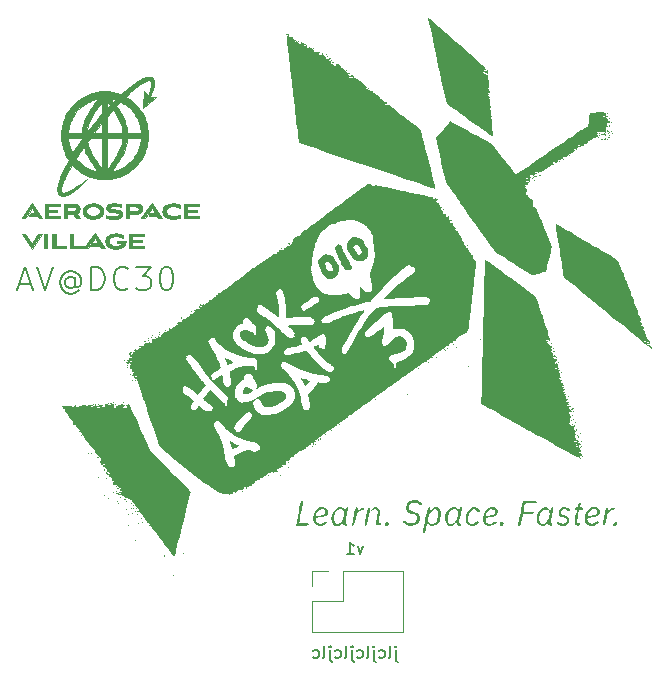
<source format=gbo>
G04 #@! TF.GenerationSoftware,KiCad,Pcbnew,(6.99.0-2103-gdc6c27b686)*
G04 #@! TF.CreationDate,2022-07-02T11:53:40+09:00*
G04 #@! TF.ProjectId,HAS,4841532e-6b69-4636-9164-5f7063625858,rev?*
G04 #@! TF.SameCoordinates,Original*
G04 #@! TF.FileFunction,Legend,Bot*
G04 #@! TF.FilePolarity,Positive*
%FSLAX46Y46*%
G04 Gerber Fmt 4.6, Leading zero omitted, Abs format (unit mm)*
G04 Created by KiCad (PCBNEW (6.99.0-2103-gdc6c27b686)) date 2022-07-02 11:53:40*
%MOMM*%
%LPD*%
G01*
G04 APERTURE LIST*
%ADD10C,0.150000*%
%ADD11C,0.020000*%
%ADD12C,0.040000*%
%ADD13C,0.120000*%
%ADD14R,1.700000X1.700000*%
%ADD15O,1.700000X1.700000*%
G04 APERTURE END LIST*
D10*
X160514285Y-120600714D02*
X160276190Y-121267380D01*
X160276190Y-121267380D02*
X160038095Y-120600714D01*
X159133333Y-121267380D02*
X159704761Y-121267380D01*
X159419047Y-121267380D02*
X159419047Y-120267380D01*
X159419047Y-120267380D02*
X159514285Y-120410238D01*
X159514285Y-120410238D02*
X159609523Y-120505476D01*
X159609523Y-120505476D02*
X159704761Y-120553095D01*
D11*
G36*
X139482655Y-91580479D02*
G01*
X139529558Y-91581710D01*
X139575614Y-91583667D01*
X139620631Y-91586273D01*
X139706787Y-91593125D01*
X139786496Y-91601648D01*
X139858231Y-91611225D01*
X139920462Y-91621240D01*
X139971661Y-91631074D01*
X140010300Y-91640112D01*
X139997865Y-91867654D01*
X139952697Y-91855729D01*
X139901780Y-91844540D01*
X139845195Y-91834349D01*
X139783024Y-91825420D01*
X139715345Y-91818016D01*
X139642240Y-91812401D01*
X139563790Y-91808839D01*
X139480075Y-91807593D01*
X139438827Y-91807905D01*
X139397853Y-91808913D01*
X139357482Y-91810720D01*
X139318043Y-91813435D01*
X139279866Y-91817161D01*
X139243280Y-91822006D01*
X139208615Y-91828075D01*
X139192106Y-91831602D01*
X139176201Y-91835474D01*
X139160940Y-91839705D01*
X139146366Y-91844308D01*
X139132519Y-91849296D01*
X139119440Y-91854683D01*
X139107171Y-91860482D01*
X139095753Y-91866706D01*
X139085227Y-91873368D01*
X139075634Y-91880482D01*
X139067015Y-91888060D01*
X139059412Y-91896116D01*
X139052866Y-91904664D01*
X139047417Y-91913715D01*
X139043108Y-91923285D01*
X139039979Y-91933385D01*
X139038071Y-91944029D01*
X139037426Y-91955231D01*
X139037428Y-91955231D01*
X139040513Y-91977959D01*
X139049506Y-91997559D01*
X139064014Y-92014302D01*
X139083641Y-92028460D01*
X139107995Y-92040305D01*
X139136682Y-92050106D01*
X139169306Y-92058137D01*
X139205476Y-92064669D01*
X139286872Y-92074320D01*
X139377719Y-92081232D01*
X139575161Y-92095526D01*
X139675453Y-92107252D01*
X139772590Y-92124926D01*
X139818991Y-92136672D01*
X139863422Y-92150720D01*
X139905488Y-92167341D01*
X139944796Y-92186807D01*
X139980952Y-92209389D01*
X140013562Y-92235359D01*
X140042232Y-92264987D01*
X140066568Y-92298546D01*
X140086176Y-92336307D01*
X140100663Y-92378542D01*
X140109634Y-92425522D01*
X140112695Y-92477518D01*
X140111615Y-92509262D01*
X140108425Y-92539334D01*
X140103195Y-92567778D01*
X140095999Y-92594639D01*
X140086906Y-92619959D01*
X140075991Y-92643781D01*
X140063323Y-92666150D01*
X140048976Y-92687110D01*
X140033020Y-92706702D01*
X140015529Y-92724971D01*
X139996573Y-92741961D01*
X139976224Y-92757715D01*
X139954555Y-92772276D01*
X139931637Y-92785688D01*
X139882342Y-92809240D01*
X139828914Y-92828717D01*
X139771928Y-92844467D01*
X139711958Y-92856840D01*
X139649579Y-92866183D01*
X139585367Y-92872844D01*
X139519895Y-92877170D01*
X139453739Y-92879511D01*
X139387473Y-92880214D01*
X139305787Y-92879298D01*
X139222687Y-92876605D01*
X139139116Y-92872219D01*
X139056016Y-92866224D01*
X138974330Y-92858704D01*
X138895000Y-92849741D01*
X138818970Y-92839421D01*
X138747181Y-92827826D01*
X138757235Y-92600285D01*
X138830830Y-92612650D01*
X138903678Y-92623357D01*
X138976221Y-92632408D01*
X139048905Y-92639807D01*
X139122171Y-92645556D01*
X139196463Y-92649659D01*
X139272226Y-92652118D01*
X139349901Y-92652937D01*
X139398321Y-92652565D01*
X139445845Y-92651377D01*
X139492165Y-92649264D01*
X139536974Y-92646116D01*
X139579964Y-92641823D01*
X139620829Y-92636277D01*
X139659260Y-92629369D01*
X139677467Y-92625370D01*
X139694951Y-92620988D01*
X139711673Y-92616212D01*
X139727594Y-92611027D01*
X139742676Y-92605419D01*
X139756882Y-92599374D01*
X139770171Y-92592880D01*
X139782507Y-92585922D01*
X139793850Y-92578487D01*
X139804162Y-92570561D01*
X139813405Y-92562130D01*
X139821540Y-92553181D01*
X139828529Y-92543700D01*
X139834333Y-92533673D01*
X139838914Y-92523087D01*
X139842234Y-92511928D01*
X139844255Y-92500183D01*
X139844937Y-92487837D01*
X139841845Y-92463095D01*
X139832834Y-92441666D01*
X139818298Y-92423273D01*
X139798631Y-92407640D01*
X139774229Y-92394489D01*
X139745486Y-92383543D01*
X139712796Y-92374525D01*
X139676554Y-92367158D01*
X139594994Y-92356269D01*
X139503962Y-92348659D01*
X139306112Y-92334412D01*
X139205609Y-92323341D01*
X139108262Y-92306683D01*
X139061760Y-92295566D01*
X139017231Y-92282221D01*
X138975069Y-92266372D01*
X138935670Y-92247740D01*
X138899429Y-92226049D01*
X138866739Y-92201022D01*
X138837995Y-92172382D01*
X138813593Y-92139852D01*
X138793926Y-92103154D01*
X138779390Y-92062011D01*
X138770379Y-92016147D01*
X138767288Y-91965285D01*
X138768401Y-91934243D01*
X138771683Y-91904886D01*
X138777043Y-91877168D01*
X138784393Y-91851042D01*
X138793642Y-91826463D01*
X138804702Y-91803384D01*
X138817483Y-91781761D01*
X138831896Y-91761547D01*
X138847851Y-91742697D01*
X138865260Y-91725165D01*
X138884032Y-91708904D01*
X138904079Y-91693869D01*
X138925312Y-91680014D01*
X138947640Y-91667294D01*
X138995226Y-91645073D01*
X139046124Y-91626839D01*
X139099619Y-91612226D01*
X139154996Y-91600867D01*
X139211540Y-91592396D01*
X139268536Y-91586445D01*
X139325271Y-91582649D01*
X139381029Y-91580640D01*
X139435096Y-91580052D01*
X139482655Y-91580479D01*
G37*
X139482655Y-91580479D02*
X139529558Y-91581710D01*
X139575614Y-91583667D01*
X139620631Y-91586273D01*
X139706787Y-91593125D01*
X139786496Y-91601648D01*
X139858231Y-91611225D01*
X139920462Y-91621240D01*
X139971661Y-91631074D01*
X140010300Y-91640112D01*
X139997865Y-91867654D01*
X139952697Y-91855729D01*
X139901780Y-91844540D01*
X139845195Y-91834349D01*
X139783024Y-91825420D01*
X139715345Y-91818016D01*
X139642240Y-91812401D01*
X139563790Y-91808839D01*
X139480075Y-91807593D01*
X139438827Y-91807905D01*
X139397853Y-91808913D01*
X139357482Y-91810720D01*
X139318043Y-91813435D01*
X139279866Y-91817161D01*
X139243280Y-91822006D01*
X139208615Y-91828075D01*
X139192106Y-91831602D01*
X139176201Y-91835474D01*
X139160940Y-91839705D01*
X139146366Y-91844308D01*
X139132519Y-91849296D01*
X139119440Y-91854683D01*
X139107171Y-91860482D01*
X139095753Y-91866706D01*
X139085227Y-91873368D01*
X139075634Y-91880482D01*
X139067015Y-91888060D01*
X139059412Y-91896116D01*
X139052866Y-91904664D01*
X139047417Y-91913715D01*
X139043108Y-91923285D01*
X139039979Y-91933385D01*
X139038071Y-91944029D01*
X139037426Y-91955231D01*
X139037428Y-91955231D01*
X139040513Y-91977959D01*
X139049506Y-91997559D01*
X139064014Y-92014302D01*
X139083641Y-92028460D01*
X139107995Y-92040305D01*
X139136682Y-92050106D01*
X139169306Y-92058137D01*
X139205476Y-92064669D01*
X139286872Y-92074320D01*
X139377719Y-92081232D01*
X139575161Y-92095526D01*
X139675453Y-92107252D01*
X139772590Y-92124926D01*
X139818991Y-92136672D01*
X139863422Y-92150720D01*
X139905488Y-92167341D01*
X139944796Y-92186807D01*
X139980952Y-92209389D01*
X140013562Y-92235359D01*
X140042232Y-92264987D01*
X140066568Y-92298546D01*
X140086176Y-92336307D01*
X140100663Y-92378542D01*
X140109634Y-92425522D01*
X140112695Y-92477518D01*
X140111615Y-92509262D01*
X140108425Y-92539334D01*
X140103195Y-92567778D01*
X140095999Y-92594639D01*
X140086906Y-92619959D01*
X140075991Y-92643781D01*
X140063323Y-92666150D01*
X140048976Y-92687110D01*
X140033020Y-92706702D01*
X140015529Y-92724971D01*
X139996573Y-92741961D01*
X139976224Y-92757715D01*
X139954555Y-92772276D01*
X139931637Y-92785688D01*
X139882342Y-92809240D01*
X139828914Y-92828717D01*
X139771928Y-92844467D01*
X139711958Y-92856840D01*
X139649579Y-92866183D01*
X139585367Y-92872844D01*
X139519895Y-92877170D01*
X139453739Y-92879511D01*
X139387473Y-92880214D01*
X139305787Y-92879298D01*
X139222687Y-92876605D01*
X139139116Y-92872219D01*
X139056016Y-92866224D01*
X138974330Y-92858704D01*
X138895000Y-92849741D01*
X138818970Y-92839421D01*
X138747181Y-92827826D01*
X138757235Y-92600285D01*
X138830830Y-92612650D01*
X138903678Y-92623357D01*
X138976221Y-92632408D01*
X139048905Y-92639807D01*
X139122171Y-92645556D01*
X139196463Y-92649659D01*
X139272226Y-92652118D01*
X139349901Y-92652937D01*
X139398321Y-92652565D01*
X139445845Y-92651377D01*
X139492165Y-92649264D01*
X139536974Y-92646116D01*
X139579964Y-92641823D01*
X139620829Y-92636277D01*
X139659260Y-92629369D01*
X139677467Y-92625370D01*
X139694951Y-92620988D01*
X139711673Y-92616212D01*
X139727594Y-92611027D01*
X139742676Y-92605419D01*
X139756882Y-92599374D01*
X139770171Y-92592880D01*
X139782507Y-92585922D01*
X139793850Y-92578487D01*
X139804162Y-92570561D01*
X139813405Y-92562130D01*
X139821540Y-92553181D01*
X139828529Y-92543700D01*
X139834333Y-92533673D01*
X139838914Y-92523087D01*
X139842234Y-92511928D01*
X139844255Y-92500183D01*
X139844937Y-92487837D01*
X139841845Y-92463095D01*
X139832834Y-92441666D01*
X139818298Y-92423273D01*
X139798631Y-92407640D01*
X139774229Y-92394489D01*
X139745486Y-92383543D01*
X139712796Y-92374525D01*
X139676554Y-92367158D01*
X139594994Y-92356269D01*
X139503962Y-92348659D01*
X139306112Y-92334412D01*
X139205609Y-92323341D01*
X139108262Y-92306683D01*
X139061760Y-92295566D01*
X139017231Y-92282221D01*
X138975069Y-92266372D01*
X138935670Y-92247740D01*
X138899429Y-92226049D01*
X138866739Y-92201022D01*
X138837995Y-92172382D01*
X138813593Y-92139852D01*
X138793926Y-92103154D01*
X138779390Y-92062011D01*
X138770379Y-92016147D01*
X138767288Y-91965285D01*
X138768401Y-91934243D01*
X138771683Y-91904886D01*
X138777043Y-91877168D01*
X138784393Y-91851042D01*
X138793642Y-91826463D01*
X138804702Y-91803384D01*
X138817483Y-91781761D01*
X138831896Y-91761547D01*
X138847851Y-91742697D01*
X138865260Y-91725165D01*
X138884032Y-91708904D01*
X138904079Y-91693869D01*
X138925312Y-91680014D01*
X138947640Y-91667294D01*
X138995226Y-91645073D01*
X139046124Y-91626839D01*
X139099619Y-91612226D01*
X139154996Y-91600867D01*
X139211540Y-91592396D01*
X139268536Y-91586445D01*
X139325271Y-91582649D01*
X139381029Y-91580640D01*
X139435096Y-91580052D01*
X139482655Y-91580479D01*
G36*
X136750187Y-92192419D02*
G01*
X136753575Y-92155685D01*
X136759154Y-92119946D01*
X136766870Y-92085215D01*
X136776669Y-92051506D01*
X136788495Y-92018835D01*
X136802296Y-91987215D01*
X136818016Y-91956661D01*
X136835600Y-91927187D01*
X136854994Y-91898806D01*
X136876144Y-91871534D01*
X136898995Y-91845384D01*
X136923493Y-91820371D01*
X136949582Y-91796509D01*
X136977210Y-91773813D01*
X137006320Y-91752295D01*
X137068772Y-91712856D01*
X137136503Y-91678306D01*
X137209076Y-91648759D01*
X137286055Y-91624328D01*
X137367004Y-91605128D01*
X137451488Y-91591273D01*
X137539070Y-91582876D01*
X137629314Y-91580052D01*
X137674975Y-91580760D01*
X137719995Y-91582876D01*
X137764321Y-91586385D01*
X137807900Y-91591273D01*
X137850680Y-91597525D01*
X137892607Y-91605128D01*
X137933628Y-91614067D01*
X137973690Y-91624328D01*
X138012740Y-91635897D01*
X138050725Y-91648759D01*
X138087593Y-91662900D01*
X138123289Y-91678306D01*
X138157761Y-91694963D01*
X138190955Y-91712856D01*
X138222820Y-91731972D01*
X138253301Y-91752295D01*
X138282346Y-91773813D01*
X138309901Y-91796509D01*
X138335914Y-91820371D01*
X138360331Y-91845384D01*
X138383100Y-91871534D01*
X138404168Y-91898806D01*
X138423480Y-91927187D01*
X138440985Y-91956661D01*
X138456630Y-91987215D01*
X138470360Y-92018835D01*
X138482124Y-92051506D01*
X138491868Y-92085215D01*
X138499538Y-92119946D01*
X138505083Y-92155685D01*
X138508449Y-92192419D01*
X138509583Y-92230133D01*
X138508448Y-92267404D01*
X138505080Y-92303752D01*
X138499532Y-92339159D01*
X138491857Y-92373608D01*
X138482107Y-92407082D01*
X138470337Y-92439564D01*
X138456600Y-92471037D01*
X138440948Y-92501484D01*
X138423435Y-92530888D01*
X138404114Y-92559232D01*
X138383039Y-92586499D01*
X138360262Y-92612672D01*
X138335836Y-92637734D01*
X138309815Y-92661669D01*
X138282253Y-92684458D01*
X138253202Y-92706085D01*
X138190845Y-92745786D01*
X138123172Y-92780634D01*
X138050608Y-92810494D01*
X137973578Y-92835231D01*
X137892509Y-92854707D01*
X137807824Y-92868787D01*
X137719951Y-92877335D01*
X137629314Y-92880214D01*
X137583887Y-92879492D01*
X137539070Y-92877337D01*
X137494919Y-92873767D01*
X137451488Y-92868798D01*
X137408832Y-92862446D01*
X137367004Y-92854730D01*
X137326061Y-92845665D01*
X137286055Y-92835268D01*
X137247042Y-92823557D01*
X137209076Y-92810548D01*
X137172211Y-92796258D01*
X137136503Y-92780704D01*
X137102005Y-92763903D01*
X137068772Y-92745871D01*
X137036859Y-92726626D01*
X137006320Y-92706184D01*
X136977210Y-92684563D01*
X136949582Y-92661779D01*
X136923493Y-92637848D01*
X136898995Y-92612789D01*
X136876144Y-92586617D01*
X136854994Y-92559349D01*
X136835600Y-92531003D01*
X136818016Y-92501595D01*
X136802296Y-92471143D01*
X136788495Y-92439662D01*
X136776669Y-92407170D01*
X136766870Y-92373684D01*
X136759154Y-92339220D01*
X136753575Y-92303796D01*
X136750187Y-92267428D01*
X136749054Y-92230397D01*
X137041675Y-92230397D01*
X137042396Y-92253805D01*
X137044539Y-92276643D01*
X137048077Y-92298900D01*
X137052980Y-92320565D01*
X137059221Y-92341626D01*
X137066771Y-92362073D01*
X137075601Y-92381892D01*
X137085683Y-92401074D01*
X137096988Y-92419607D01*
X137109489Y-92437480D01*
X137123156Y-92454680D01*
X137137962Y-92471197D01*
X137153878Y-92487019D01*
X137170874Y-92502135D01*
X137188924Y-92516534D01*
X137207999Y-92530203D01*
X137249107Y-92555311D01*
X137293972Y-92577366D01*
X137342366Y-92596278D01*
X137394063Y-92611956D01*
X137448833Y-92624308D01*
X137506450Y-92633244D01*
X137566686Y-92638672D01*
X137629314Y-92640502D01*
X137660913Y-92640042D01*
X137691942Y-92638672D01*
X137722374Y-92636402D01*
X137752179Y-92633244D01*
X137781329Y-92629209D01*
X137809796Y-92624308D01*
X137837551Y-92618553D01*
X137864566Y-92611956D01*
X137890813Y-92604527D01*
X137916262Y-92596278D01*
X137940886Y-92587221D01*
X137964657Y-92577366D01*
X137987544Y-92566726D01*
X138009522Y-92555311D01*
X138030560Y-92543133D01*
X138050630Y-92530203D01*
X138069704Y-92516534D01*
X138087754Y-92502135D01*
X138104751Y-92487019D01*
X138120666Y-92471197D01*
X138135472Y-92454680D01*
X138149140Y-92437480D01*
X138161640Y-92419607D01*
X138172946Y-92401074D01*
X138183028Y-92381892D01*
X138191858Y-92362073D01*
X138199408Y-92341626D01*
X138205648Y-92320565D01*
X138210552Y-92298900D01*
X138214089Y-92276643D01*
X138216233Y-92253805D01*
X138216953Y-92230397D01*
X138216233Y-92206571D01*
X138214089Y-92183367D01*
X138210552Y-92160795D01*
X138205648Y-92138863D01*
X138199408Y-92117579D01*
X138191858Y-92096954D01*
X138183028Y-92076995D01*
X138172946Y-92057711D01*
X138161640Y-92039112D01*
X138149140Y-92021205D01*
X138135472Y-92004000D01*
X138120666Y-91987505D01*
X138104751Y-91971730D01*
X138087754Y-91956682D01*
X138069704Y-91942371D01*
X138050630Y-91928806D01*
X138009522Y-91903946D01*
X137964657Y-91882173D01*
X137916262Y-91863558D01*
X137864566Y-91848170D01*
X137809796Y-91836079D01*
X137752179Y-91827356D01*
X137691942Y-91822071D01*
X137629314Y-91820293D01*
X137597715Y-91820739D01*
X137566686Y-91822071D01*
X137536255Y-91824279D01*
X137506450Y-91827356D01*
X137477300Y-91831292D01*
X137448833Y-91836079D01*
X137421078Y-91841708D01*
X137394063Y-91848170D01*
X137367816Y-91855456D01*
X137342366Y-91863558D01*
X137317742Y-91872467D01*
X137293972Y-91882173D01*
X137271084Y-91892669D01*
X137249107Y-91903946D01*
X137228069Y-91915994D01*
X137207999Y-91928806D01*
X137188924Y-91942371D01*
X137170874Y-91956682D01*
X137153878Y-91971730D01*
X137137962Y-91987505D01*
X137123156Y-92004000D01*
X137109489Y-92021205D01*
X137096988Y-92039112D01*
X137085683Y-92057711D01*
X137075601Y-92076995D01*
X137066771Y-92096954D01*
X137059221Y-92117579D01*
X137052980Y-92138863D01*
X137048077Y-92160795D01*
X137044539Y-92183367D01*
X137042396Y-92206571D01*
X137041675Y-92230397D01*
X136749054Y-92230397D01*
X136749046Y-92230133D01*
X136750187Y-92192419D01*
G37*
X136750187Y-92192419D02*
X136753575Y-92155685D01*
X136759154Y-92119946D01*
X136766870Y-92085215D01*
X136776669Y-92051506D01*
X136788495Y-92018835D01*
X136802296Y-91987215D01*
X136818016Y-91956661D01*
X136835600Y-91927187D01*
X136854994Y-91898806D01*
X136876144Y-91871534D01*
X136898995Y-91845384D01*
X136923493Y-91820371D01*
X136949582Y-91796509D01*
X136977210Y-91773813D01*
X137006320Y-91752295D01*
X137068772Y-91712856D01*
X137136503Y-91678306D01*
X137209076Y-91648759D01*
X137286055Y-91624328D01*
X137367004Y-91605128D01*
X137451488Y-91591273D01*
X137539070Y-91582876D01*
X137629314Y-91580052D01*
X137674975Y-91580760D01*
X137719995Y-91582876D01*
X137764321Y-91586385D01*
X137807900Y-91591273D01*
X137850680Y-91597525D01*
X137892607Y-91605128D01*
X137933628Y-91614067D01*
X137973690Y-91624328D01*
X138012740Y-91635897D01*
X138050725Y-91648759D01*
X138087593Y-91662900D01*
X138123289Y-91678306D01*
X138157761Y-91694963D01*
X138190955Y-91712856D01*
X138222820Y-91731972D01*
X138253301Y-91752295D01*
X138282346Y-91773813D01*
X138309901Y-91796509D01*
X138335914Y-91820371D01*
X138360331Y-91845384D01*
X138383100Y-91871534D01*
X138404168Y-91898806D01*
X138423480Y-91927187D01*
X138440985Y-91956661D01*
X138456630Y-91987215D01*
X138470360Y-92018835D01*
X138482124Y-92051506D01*
X138491868Y-92085215D01*
X138499538Y-92119946D01*
X138505083Y-92155685D01*
X138508449Y-92192419D01*
X138509583Y-92230133D01*
X138508448Y-92267404D01*
X138505080Y-92303752D01*
X138499532Y-92339159D01*
X138491857Y-92373608D01*
X138482107Y-92407082D01*
X138470337Y-92439564D01*
X138456600Y-92471037D01*
X138440948Y-92501484D01*
X138423435Y-92530888D01*
X138404114Y-92559232D01*
X138383039Y-92586499D01*
X138360262Y-92612672D01*
X138335836Y-92637734D01*
X138309815Y-92661669D01*
X138282253Y-92684458D01*
X138253202Y-92706085D01*
X138190845Y-92745786D01*
X138123172Y-92780634D01*
X138050608Y-92810494D01*
X137973578Y-92835231D01*
X137892509Y-92854707D01*
X137807824Y-92868787D01*
X137719951Y-92877335D01*
X137629314Y-92880214D01*
X137583887Y-92879492D01*
X137539070Y-92877337D01*
X137494919Y-92873767D01*
X137451488Y-92868798D01*
X137408832Y-92862446D01*
X137367004Y-92854730D01*
X137326061Y-92845665D01*
X137286055Y-92835268D01*
X137247042Y-92823557D01*
X137209076Y-92810548D01*
X137172211Y-92796258D01*
X137136503Y-92780704D01*
X137102005Y-92763903D01*
X137068772Y-92745871D01*
X137036859Y-92726626D01*
X137006320Y-92706184D01*
X136977210Y-92684563D01*
X136949582Y-92661779D01*
X136923493Y-92637848D01*
X136898995Y-92612789D01*
X136876144Y-92586617D01*
X136854994Y-92559349D01*
X136835600Y-92531003D01*
X136818016Y-92501595D01*
X136802296Y-92471143D01*
X136788495Y-92439662D01*
X136776669Y-92407170D01*
X136766870Y-92373684D01*
X136759154Y-92339220D01*
X136753575Y-92303796D01*
X136750187Y-92267428D01*
X136749054Y-92230397D01*
X137041675Y-92230397D01*
X137042396Y-92253805D01*
X137044539Y-92276643D01*
X137048077Y-92298900D01*
X137052980Y-92320565D01*
X137059221Y-92341626D01*
X137066771Y-92362073D01*
X137075601Y-92381892D01*
X137085683Y-92401074D01*
X137096988Y-92419607D01*
X137109489Y-92437480D01*
X137123156Y-92454680D01*
X137137962Y-92471197D01*
X137153878Y-92487019D01*
X137170874Y-92502135D01*
X137188924Y-92516534D01*
X137207999Y-92530203D01*
X137249107Y-92555311D01*
X137293972Y-92577366D01*
X137342366Y-92596278D01*
X137394063Y-92611956D01*
X137448833Y-92624308D01*
X137506450Y-92633244D01*
X137566686Y-92638672D01*
X137629314Y-92640502D01*
X137660913Y-92640042D01*
X137691942Y-92638672D01*
X137722374Y-92636402D01*
X137752179Y-92633244D01*
X137781329Y-92629209D01*
X137809796Y-92624308D01*
X137837551Y-92618553D01*
X137864566Y-92611956D01*
X137890813Y-92604527D01*
X137916262Y-92596278D01*
X137940886Y-92587221D01*
X137964657Y-92577366D01*
X137987544Y-92566726D01*
X138009522Y-92555311D01*
X138030560Y-92543133D01*
X138050630Y-92530203D01*
X138069704Y-92516534D01*
X138087754Y-92502135D01*
X138104751Y-92487019D01*
X138120666Y-92471197D01*
X138135472Y-92454680D01*
X138149140Y-92437480D01*
X138161640Y-92419607D01*
X138172946Y-92401074D01*
X138183028Y-92381892D01*
X138191858Y-92362073D01*
X138199408Y-92341626D01*
X138205648Y-92320565D01*
X138210552Y-92298900D01*
X138214089Y-92276643D01*
X138216233Y-92253805D01*
X138216953Y-92230397D01*
X138216233Y-92206571D01*
X138214089Y-92183367D01*
X138210552Y-92160795D01*
X138205648Y-92138863D01*
X138199408Y-92117579D01*
X138191858Y-92096954D01*
X138183028Y-92076995D01*
X138172946Y-92057711D01*
X138161640Y-92039112D01*
X138149140Y-92021205D01*
X138135472Y-92004000D01*
X138120666Y-91987505D01*
X138104751Y-91971730D01*
X138087754Y-91956682D01*
X138069704Y-91942371D01*
X138050630Y-91928806D01*
X138009522Y-91903946D01*
X137964657Y-91882173D01*
X137916262Y-91863558D01*
X137864566Y-91848170D01*
X137809796Y-91836079D01*
X137752179Y-91827356D01*
X137691942Y-91822071D01*
X137629314Y-91820293D01*
X137597715Y-91820739D01*
X137566686Y-91822071D01*
X137536255Y-91824279D01*
X137506450Y-91827356D01*
X137477300Y-91831292D01*
X137448833Y-91836079D01*
X137421078Y-91841708D01*
X137394063Y-91848170D01*
X137367816Y-91855456D01*
X137342366Y-91863558D01*
X137317742Y-91872467D01*
X137293972Y-91882173D01*
X137271084Y-91892669D01*
X137249107Y-91903946D01*
X137228069Y-91915994D01*
X137207999Y-91928806D01*
X137188924Y-91942371D01*
X137170874Y-91956682D01*
X137153878Y-91971730D01*
X137137962Y-91987505D01*
X137123156Y-92004000D01*
X137109489Y-92021205D01*
X137096988Y-92039112D01*
X137085683Y-92057711D01*
X137075601Y-92076995D01*
X137066771Y-92096954D01*
X137059221Y-92117579D01*
X137052980Y-92138863D01*
X137048077Y-92160795D01*
X137044539Y-92183367D01*
X137042396Y-92206571D01*
X137041675Y-92230397D01*
X136749054Y-92230397D01*
X136749046Y-92230133D01*
X136750187Y-92192419D01*
D12*
G36*
X138421742Y-84721560D02*
G01*
X138242151Y-84942062D01*
X138064181Y-85163913D01*
X137887689Y-85386952D01*
X137712548Y-85610999D01*
X137076621Y-85610999D01*
X137077143Y-85606336D01*
X137153471Y-85503001D01*
X137230084Y-85399866D01*
X137518796Y-85028661D01*
X137665411Y-84844781D01*
X137813554Y-84662097D01*
X137963242Y-84480645D01*
X138114492Y-84300461D01*
X138267320Y-84121579D01*
X138421742Y-83944037D01*
X138421742Y-84721560D01*
G37*
X138421742Y-84721560D02*
X138242151Y-84942062D01*
X138064181Y-85163913D01*
X137887689Y-85386952D01*
X137712548Y-85610999D01*
X137076621Y-85610999D01*
X137077143Y-85606336D01*
X137153471Y-85503001D01*
X137230084Y-85399866D01*
X137518796Y-85028661D01*
X137665411Y-84844781D01*
X137813554Y-84662097D01*
X137963242Y-84480645D01*
X138114492Y-84300461D01*
X138267320Y-84121579D01*
X138421742Y-83944037D01*
X138421742Y-84721560D01*
G36*
X135571551Y-87897503D02*
G01*
X135593509Y-87929974D01*
X135618073Y-87965488D01*
X135643033Y-88000696D01*
X135668422Y-88035570D01*
X135695092Y-88071246D01*
X135722176Y-88106582D01*
X135749668Y-88141578D01*
X135777563Y-88176233D01*
X135798978Y-88202087D01*
X135820727Y-88227640D01*
X135842701Y-88252993D01*
X135864793Y-88278243D01*
X135847915Y-88306121D01*
X135830831Y-88333893D01*
X135813805Y-88361694D01*
X135797097Y-88389657D01*
X135662536Y-88623752D01*
X135531048Y-88859044D01*
X135467170Y-88977385D01*
X135404917Y-89096321D01*
X135344575Y-89215949D01*
X135286430Y-89336369D01*
X135230615Y-89457088D01*
X135176850Y-89578919D01*
X135125988Y-89701531D01*
X135078885Y-89824597D01*
X135036396Y-89947787D01*
X135017149Y-90009325D01*
X134999376Y-90070771D01*
X134983183Y-90132084D01*
X134968678Y-90193222D01*
X134955968Y-90254145D01*
X134945159Y-90314810D01*
X134941925Y-90344275D01*
X134939423Y-90373432D01*
X134937740Y-90402127D01*
X134936963Y-90430207D01*
X134937178Y-90457517D01*
X134937685Y-90470836D01*
X134938472Y-90483905D01*
X134939551Y-90496705D01*
X134940931Y-90509217D01*
X134942625Y-90521421D01*
X134944642Y-90533299D01*
X134947392Y-90544733D01*
X134950295Y-90555443D01*
X134953369Y-90565460D01*
X134956632Y-90574817D01*
X134960103Y-90583544D01*
X134963799Y-90591674D01*
X134965737Y-90595524D01*
X134967738Y-90599238D01*
X134969804Y-90602817D01*
X134971938Y-90606268D01*
X134974141Y-90609592D01*
X134976417Y-90612795D01*
X134978766Y-90615881D01*
X134981193Y-90618853D01*
X134983698Y-90621715D01*
X134986284Y-90624471D01*
X134988953Y-90627126D01*
X134991708Y-90629682D01*
X134994550Y-90632145D01*
X134997483Y-90634518D01*
X135000507Y-90636805D01*
X135003626Y-90639010D01*
X135010157Y-90643190D01*
X135017092Y-90647090D01*
X135024906Y-90650861D01*
X135033435Y-90654234D01*
X135042640Y-90657212D01*
X135052479Y-90659792D01*
X135062910Y-90661976D01*
X135073893Y-90663763D01*
X135085386Y-90665153D01*
X135097348Y-90666146D01*
X135109738Y-90666743D01*
X135122515Y-90666943D01*
X135135637Y-90666745D01*
X135149063Y-90666151D01*
X135162753Y-90665159D01*
X135176664Y-90663771D01*
X135190756Y-90661985D01*
X135204988Y-90659802D01*
X135233771Y-90654659D01*
X135262928Y-90648413D01*
X135292390Y-90641151D01*
X135322093Y-90632960D01*
X135351969Y-90623925D01*
X135381953Y-90614134D01*
X135411977Y-90603671D01*
X135441976Y-90592623D01*
X135502217Y-90568041D01*
X135562099Y-90541793D01*
X135621631Y-90513986D01*
X135680826Y-90484729D01*
X135739693Y-90454128D01*
X135798243Y-90422293D01*
X135914435Y-90355350D01*
X136029486Y-90284760D01*
X136143480Y-90211386D01*
X136256502Y-90136091D01*
X136368638Y-90059736D01*
X136479616Y-89980694D01*
X136589916Y-89900382D01*
X136699557Y-89818878D01*
X136808559Y-89736256D01*
X137024722Y-89567962D01*
X137238559Y-89396107D01*
X137144631Y-89496345D01*
X137049699Y-89595754D01*
X136953653Y-89694196D01*
X136856378Y-89791535D01*
X136757765Y-89887634D01*
X136657700Y-89982355D01*
X136556071Y-90075562D01*
X136452767Y-90167119D01*
X136400723Y-90212553D01*
X136348158Y-90257541D01*
X136295048Y-90302033D01*
X136241367Y-90345980D01*
X136187091Y-90389331D01*
X136132195Y-90432037D01*
X136076653Y-90474048D01*
X136020442Y-90515315D01*
X135963593Y-90556097D01*
X135906069Y-90596196D01*
X135847739Y-90635478D01*
X135788473Y-90673805D01*
X135728140Y-90711040D01*
X135666610Y-90747047D01*
X135603753Y-90781690D01*
X135539438Y-90814832D01*
X135506505Y-90830535D01*
X135473124Y-90845798D01*
X135439197Y-90860479D01*
X135404624Y-90874435D01*
X135369308Y-90887523D01*
X135333148Y-90899600D01*
X135296047Y-90910523D01*
X135277112Y-90915507D01*
X135257905Y-90920149D01*
X135219018Y-90928270D01*
X135178591Y-90935108D01*
X135157815Y-90937831D01*
X135136674Y-90939976D01*
X135115172Y-90941455D01*
X135093317Y-90942183D01*
X135071115Y-90942074D01*
X135048572Y-90941042D01*
X135025694Y-90939001D01*
X135002488Y-90935864D01*
X134978959Y-90931545D01*
X134955115Y-90925959D01*
X134930962Y-90919020D01*
X134906505Y-90910640D01*
X134894474Y-90905677D01*
X134882585Y-90900313D01*
X134870833Y-90894550D01*
X134859211Y-90888390D01*
X134847713Y-90881832D01*
X134836332Y-90874879D01*
X134825064Y-90867531D01*
X134813901Y-90859790D01*
X134803834Y-90851288D01*
X134793882Y-90842481D01*
X134784055Y-90833413D01*
X134774366Y-90824127D01*
X134764826Y-90814667D01*
X134755446Y-90805078D01*
X134746238Y-90795403D01*
X134737213Y-90785686D01*
X134722963Y-90764479D01*
X134715924Y-90753762D01*
X134708995Y-90742985D01*
X134702216Y-90732158D01*
X134695624Y-90721292D01*
X134689258Y-90710399D01*
X134683159Y-90699490D01*
X134678647Y-90688726D01*
X134674232Y-90677876D01*
X134665666Y-90655962D01*
X134657397Y-90633850D01*
X134649363Y-90611640D01*
X134643856Y-90590015D01*
X134639018Y-90568593D01*
X134634812Y-90547366D01*
X134631204Y-90526327D01*
X134628156Y-90505467D01*
X134625632Y-90484780D01*
X134623596Y-90464257D01*
X134622012Y-90443890D01*
X134620053Y-90403595D01*
X134619467Y-90363834D01*
X134619963Y-90324545D01*
X134621251Y-90285665D01*
X134628160Y-90209991D01*
X134637630Y-90135682D01*
X134649443Y-90062615D01*
X134663384Y-89990665D01*
X134679234Y-89919707D01*
X134696778Y-89849616D01*
X134715797Y-89780269D01*
X134736076Y-89711540D01*
X134757268Y-89643412D01*
X134779504Y-89575908D01*
X134802683Y-89508959D01*
X134826706Y-89442498D01*
X134851473Y-89376459D01*
X134876885Y-89310775D01*
X134929242Y-89180203D01*
X134999775Y-89013710D01*
X135073519Y-88849138D01*
X135150222Y-88686345D01*
X135229633Y-88525192D01*
X135311500Y-88365539D01*
X135395569Y-88207247D01*
X135481589Y-88050175D01*
X135569269Y-87894251D01*
X135571551Y-87897503D01*
G37*
X135571551Y-87897503D02*
X135593509Y-87929974D01*
X135618073Y-87965488D01*
X135643033Y-88000696D01*
X135668422Y-88035570D01*
X135695092Y-88071246D01*
X135722176Y-88106582D01*
X135749668Y-88141578D01*
X135777563Y-88176233D01*
X135798978Y-88202087D01*
X135820727Y-88227640D01*
X135842701Y-88252993D01*
X135864793Y-88278243D01*
X135847915Y-88306121D01*
X135830831Y-88333893D01*
X135813805Y-88361694D01*
X135797097Y-88389657D01*
X135662536Y-88623752D01*
X135531048Y-88859044D01*
X135467170Y-88977385D01*
X135404917Y-89096321D01*
X135344575Y-89215949D01*
X135286430Y-89336369D01*
X135230615Y-89457088D01*
X135176850Y-89578919D01*
X135125988Y-89701531D01*
X135078885Y-89824597D01*
X135036396Y-89947787D01*
X135017149Y-90009325D01*
X134999376Y-90070771D01*
X134983183Y-90132084D01*
X134968678Y-90193222D01*
X134955968Y-90254145D01*
X134945159Y-90314810D01*
X134941925Y-90344275D01*
X134939423Y-90373432D01*
X134937740Y-90402127D01*
X134936963Y-90430207D01*
X134937178Y-90457517D01*
X134937685Y-90470836D01*
X134938472Y-90483905D01*
X134939551Y-90496705D01*
X134940931Y-90509217D01*
X134942625Y-90521421D01*
X134944642Y-90533299D01*
X134947392Y-90544733D01*
X134950295Y-90555443D01*
X134953369Y-90565460D01*
X134956632Y-90574817D01*
X134960103Y-90583544D01*
X134963799Y-90591674D01*
X134965737Y-90595524D01*
X134967738Y-90599238D01*
X134969804Y-90602817D01*
X134971938Y-90606268D01*
X134974141Y-90609592D01*
X134976417Y-90612795D01*
X134978766Y-90615881D01*
X134981193Y-90618853D01*
X134983698Y-90621715D01*
X134986284Y-90624471D01*
X134988953Y-90627126D01*
X134991708Y-90629682D01*
X134994550Y-90632145D01*
X134997483Y-90634518D01*
X135000507Y-90636805D01*
X135003626Y-90639010D01*
X135010157Y-90643190D01*
X135017092Y-90647090D01*
X135024906Y-90650861D01*
X135033435Y-90654234D01*
X135042640Y-90657212D01*
X135052479Y-90659792D01*
X135062910Y-90661976D01*
X135073893Y-90663763D01*
X135085386Y-90665153D01*
X135097348Y-90666146D01*
X135109738Y-90666743D01*
X135122515Y-90666943D01*
X135135637Y-90666745D01*
X135149063Y-90666151D01*
X135162753Y-90665159D01*
X135176664Y-90663771D01*
X135190756Y-90661985D01*
X135204988Y-90659802D01*
X135233771Y-90654659D01*
X135262928Y-90648413D01*
X135292390Y-90641151D01*
X135322093Y-90632960D01*
X135351969Y-90623925D01*
X135381953Y-90614134D01*
X135411977Y-90603671D01*
X135441976Y-90592623D01*
X135502217Y-90568041D01*
X135562099Y-90541793D01*
X135621631Y-90513986D01*
X135680826Y-90484729D01*
X135739693Y-90454128D01*
X135798243Y-90422293D01*
X135914435Y-90355350D01*
X136029486Y-90284760D01*
X136143480Y-90211386D01*
X136256502Y-90136091D01*
X136368638Y-90059736D01*
X136479616Y-89980694D01*
X136589916Y-89900382D01*
X136699557Y-89818878D01*
X136808559Y-89736256D01*
X137024722Y-89567962D01*
X137238559Y-89396107D01*
X137144631Y-89496345D01*
X137049699Y-89595754D01*
X136953653Y-89694196D01*
X136856378Y-89791535D01*
X136757765Y-89887634D01*
X136657700Y-89982355D01*
X136556071Y-90075562D01*
X136452767Y-90167119D01*
X136400723Y-90212553D01*
X136348158Y-90257541D01*
X136295048Y-90302033D01*
X136241367Y-90345980D01*
X136187091Y-90389331D01*
X136132195Y-90432037D01*
X136076653Y-90474048D01*
X136020442Y-90515315D01*
X135963593Y-90556097D01*
X135906069Y-90596196D01*
X135847739Y-90635478D01*
X135788473Y-90673805D01*
X135728140Y-90711040D01*
X135666610Y-90747047D01*
X135603753Y-90781690D01*
X135539438Y-90814832D01*
X135506505Y-90830535D01*
X135473124Y-90845798D01*
X135439197Y-90860479D01*
X135404624Y-90874435D01*
X135369308Y-90887523D01*
X135333148Y-90899600D01*
X135296047Y-90910523D01*
X135277112Y-90915507D01*
X135257905Y-90920149D01*
X135219018Y-90928270D01*
X135178591Y-90935108D01*
X135157815Y-90937831D01*
X135136674Y-90939976D01*
X135115172Y-90941455D01*
X135093317Y-90942183D01*
X135071115Y-90942074D01*
X135048572Y-90941042D01*
X135025694Y-90939001D01*
X135002488Y-90935864D01*
X134978959Y-90931545D01*
X134955115Y-90925959D01*
X134930962Y-90919020D01*
X134906505Y-90910640D01*
X134894474Y-90905677D01*
X134882585Y-90900313D01*
X134870833Y-90894550D01*
X134859211Y-90888390D01*
X134847713Y-90881832D01*
X134836332Y-90874879D01*
X134825064Y-90867531D01*
X134813901Y-90859790D01*
X134803834Y-90851288D01*
X134793882Y-90842481D01*
X134784055Y-90833413D01*
X134774366Y-90824127D01*
X134764826Y-90814667D01*
X134755446Y-90805078D01*
X134746238Y-90795403D01*
X134737213Y-90785686D01*
X134722963Y-90764479D01*
X134715924Y-90753762D01*
X134708995Y-90742985D01*
X134702216Y-90732158D01*
X134695624Y-90721292D01*
X134689258Y-90710399D01*
X134683159Y-90699490D01*
X134678647Y-90688726D01*
X134674232Y-90677876D01*
X134665666Y-90655962D01*
X134657397Y-90633850D01*
X134649363Y-90611640D01*
X134643856Y-90590015D01*
X134639018Y-90568593D01*
X134634812Y-90547366D01*
X134631204Y-90526327D01*
X134628156Y-90505467D01*
X134625632Y-90484780D01*
X134623596Y-90464257D01*
X134622012Y-90443890D01*
X134620053Y-90403595D01*
X134619467Y-90363834D01*
X134619963Y-90324545D01*
X134621251Y-90285665D01*
X134628160Y-90209991D01*
X134637630Y-90135682D01*
X134649443Y-90062615D01*
X134663384Y-89990665D01*
X134679234Y-89919707D01*
X134696778Y-89849616D01*
X134715797Y-89780269D01*
X134736076Y-89711540D01*
X134757268Y-89643412D01*
X134779504Y-89575908D01*
X134802683Y-89508959D01*
X134826706Y-89442498D01*
X134851473Y-89376459D01*
X134876885Y-89310775D01*
X134929242Y-89180203D01*
X134999775Y-89013710D01*
X135073519Y-88849138D01*
X135150222Y-88686345D01*
X135229633Y-88525192D01*
X135311500Y-88365539D01*
X135395569Y-88207247D01*
X135481589Y-88050175D01*
X135569269Y-87894251D01*
X135571551Y-87897503D01*
D11*
G36*
X143474224Y-92855608D02*
G01*
X143169159Y-92855608D01*
X143028930Y-92642883D01*
X142343131Y-92642883D01*
X142489444Y-92420368D01*
X142883939Y-92420368D01*
X142604009Y-91992802D01*
X142038860Y-92855608D01*
X141733530Y-92855608D01*
X142604009Y-91580052D01*
X143474224Y-92855608D01*
G37*
X143474224Y-92855608D02*
X143169159Y-92855608D01*
X143028930Y-92642883D01*
X142343131Y-92642883D01*
X142489444Y-92420368D01*
X142883939Y-92420368D01*
X142604009Y-91992802D01*
X142038860Y-92855608D01*
X141733530Y-92855608D01*
X142604009Y-91580052D01*
X143474224Y-92855608D01*
G36*
X144463934Y-91580228D02*
G01*
X144504745Y-91581553D01*
X144544689Y-91583765D01*
X144583800Y-91586869D01*
X144622109Y-91590867D01*
X144659649Y-91595763D01*
X144696452Y-91601560D01*
X144732550Y-91608263D01*
X144767975Y-91615874D01*
X144802759Y-91624397D01*
X144836935Y-91633835D01*
X144870534Y-91644192D01*
X144903590Y-91655472D01*
X144936133Y-91667678D01*
X144968197Y-91680813D01*
X144999812Y-91694881D01*
X144999812Y-91952585D01*
X144975895Y-91939123D01*
X144950206Y-91925973D01*
X144922787Y-91913212D01*
X144893677Y-91900917D01*
X144862916Y-91889164D01*
X144830543Y-91878031D01*
X144796600Y-91867594D01*
X144761125Y-91857930D01*
X144724158Y-91849116D01*
X144685741Y-91841227D01*
X144645911Y-91834342D01*
X144604710Y-91828537D01*
X144562178Y-91823888D01*
X144518353Y-91820472D01*
X144473277Y-91818366D01*
X144426988Y-91817647D01*
X144391113Y-91818100D01*
X144356174Y-91819452D01*
X144322183Y-91821692D01*
X144289155Y-91824812D01*
X144257103Y-91828802D01*
X144226039Y-91833653D01*
X144195978Y-91839354D01*
X144166933Y-91845896D01*
X144138916Y-91853269D01*
X144111942Y-91861464D01*
X144086024Y-91870471D01*
X144061175Y-91880281D01*
X144037407Y-91890883D01*
X144014736Y-91902269D01*
X143993173Y-91914428D01*
X143972733Y-91927350D01*
X143953428Y-91941027D01*
X143935273Y-91955449D01*
X143918279Y-91970605D01*
X143902461Y-91986487D01*
X143887832Y-92003085D01*
X143874405Y-92020388D01*
X143862193Y-92038388D01*
X143851211Y-92057075D01*
X143841470Y-92076438D01*
X143832985Y-92096470D01*
X143825769Y-92117158D01*
X143819835Y-92138496D01*
X143815197Y-92160471D01*
X143811867Y-92183076D01*
X143809860Y-92206299D01*
X143809187Y-92230133D01*
X143809852Y-92253990D01*
X143811840Y-92277237D01*
X143815140Y-92299862D01*
X143819741Y-92321857D01*
X143825634Y-92343213D01*
X143832808Y-92363919D01*
X143841251Y-92383966D01*
X143850954Y-92403344D01*
X143861907Y-92422044D01*
X143874098Y-92440056D01*
X143887517Y-92457371D01*
X143902154Y-92473978D01*
X143917998Y-92489869D01*
X143935038Y-92505034D01*
X143953265Y-92519463D01*
X143972667Y-92533147D01*
X144014956Y-92558239D01*
X144061821Y-92580235D01*
X144113177Y-92599058D01*
X144168942Y-92614630D01*
X144229031Y-92626876D01*
X144293359Y-92635717D01*
X144361843Y-92641079D01*
X144434398Y-92642883D01*
X144478664Y-92642249D01*
X144522285Y-92640396D01*
X144565145Y-92637392D01*
X144607125Y-92633308D01*
X144648108Y-92628213D01*
X144687977Y-92622177D01*
X144726615Y-92615270D01*
X144763903Y-92607561D01*
X144799725Y-92599120D01*
X144833962Y-92590018D01*
X144866499Y-92580323D01*
X144897216Y-92570106D01*
X144925997Y-92559436D01*
X144952724Y-92548383D01*
X144977280Y-92537017D01*
X144999547Y-92525408D01*
X144999547Y-92768295D01*
X144967905Y-92781897D01*
X144935770Y-92794625D01*
X144903121Y-92806477D01*
X144869934Y-92817454D01*
X144836190Y-92827555D01*
X144801866Y-92836779D01*
X144766941Y-92845127D01*
X144731392Y-92852598D01*
X144695198Y-92859191D01*
X144658338Y-92864907D01*
X144620789Y-92869744D01*
X144582530Y-92873703D01*
X144543540Y-92876782D01*
X144503796Y-92878983D01*
X144463278Y-92880303D01*
X144421962Y-92880743D01*
X144370318Y-92880063D01*
X144319928Y-92878029D01*
X144270817Y-92874650D01*
X144223012Y-92869934D01*
X144176538Y-92863890D01*
X144131419Y-92856527D01*
X144087680Y-92847853D01*
X144045348Y-92837877D01*
X144004447Y-92826607D01*
X143965003Y-92814053D01*
X143927040Y-92800223D01*
X143890585Y-92785126D01*
X143855661Y-92768770D01*
X143822296Y-92751164D01*
X143790513Y-92732317D01*
X143760338Y-92712237D01*
X143731796Y-92690933D01*
X143704913Y-92668414D01*
X143679713Y-92644688D01*
X143656222Y-92619764D01*
X143634466Y-92593651D01*
X143614469Y-92566358D01*
X143596257Y-92537892D01*
X143579854Y-92508264D01*
X143565287Y-92477480D01*
X143552580Y-92445551D01*
X143541759Y-92412485D01*
X143532849Y-92378290D01*
X143525875Y-92342975D01*
X143520862Y-92306549D01*
X143517836Y-92269020D01*
X143516821Y-92230397D01*
X143516823Y-92230397D01*
X143517837Y-92191775D01*
X143520864Y-92154246D01*
X143525876Y-92117820D01*
X143532851Y-92082505D01*
X143541762Y-92048309D01*
X143552584Y-92015242D01*
X143565291Y-91983312D01*
X143579860Y-91952527D01*
X143596264Y-91922896D01*
X143614478Y-91894429D01*
X143634478Y-91867133D01*
X143656237Y-91841016D01*
X143679732Y-91816089D01*
X143704936Y-91792359D01*
X143731824Y-91769835D01*
X143760371Y-91748525D01*
X143790553Y-91728438D01*
X143822343Y-91709584D01*
X143855717Y-91691970D01*
X143890650Y-91675604D01*
X143965089Y-91646656D01*
X144045460Y-91622807D01*
X144131560Y-91604126D01*
X144223189Y-91590683D01*
X144320145Y-91582547D01*
X144422226Y-91579787D01*
X144463934Y-91580228D01*
G37*
X144463934Y-91580228D02*
X144504745Y-91581553D01*
X144544689Y-91583765D01*
X144583800Y-91586869D01*
X144622109Y-91590867D01*
X144659649Y-91595763D01*
X144696452Y-91601560D01*
X144732550Y-91608263D01*
X144767975Y-91615874D01*
X144802759Y-91624397D01*
X144836935Y-91633835D01*
X144870534Y-91644192D01*
X144903590Y-91655472D01*
X144936133Y-91667678D01*
X144968197Y-91680813D01*
X144999812Y-91694881D01*
X144999812Y-91952585D01*
X144975895Y-91939123D01*
X144950206Y-91925973D01*
X144922787Y-91913212D01*
X144893677Y-91900917D01*
X144862916Y-91889164D01*
X144830543Y-91878031D01*
X144796600Y-91867594D01*
X144761125Y-91857930D01*
X144724158Y-91849116D01*
X144685741Y-91841227D01*
X144645911Y-91834342D01*
X144604710Y-91828537D01*
X144562178Y-91823888D01*
X144518353Y-91820472D01*
X144473277Y-91818366D01*
X144426988Y-91817647D01*
X144391113Y-91818100D01*
X144356174Y-91819452D01*
X144322183Y-91821692D01*
X144289155Y-91824812D01*
X144257103Y-91828802D01*
X144226039Y-91833653D01*
X144195978Y-91839354D01*
X144166933Y-91845896D01*
X144138916Y-91853269D01*
X144111942Y-91861464D01*
X144086024Y-91870471D01*
X144061175Y-91880281D01*
X144037407Y-91890883D01*
X144014736Y-91902269D01*
X143993173Y-91914428D01*
X143972733Y-91927350D01*
X143953428Y-91941027D01*
X143935273Y-91955449D01*
X143918279Y-91970605D01*
X143902461Y-91986487D01*
X143887832Y-92003085D01*
X143874405Y-92020388D01*
X143862193Y-92038388D01*
X143851211Y-92057075D01*
X143841470Y-92076438D01*
X143832985Y-92096470D01*
X143825769Y-92117158D01*
X143819835Y-92138496D01*
X143815197Y-92160471D01*
X143811867Y-92183076D01*
X143809860Y-92206299D01*
X143809187Y-92230133D01*
X143809852Y-92253990D01*
X143811840Y-92277237D01*
X143815140Y-92299862D01*
X143819741Y-92321857D01*
X143825634Y-92343213D01*
X143832808Y-92363919D01*
X143841251Y-92383966D01*
X143850954Y-92403344D01*
X143861907Y-92422044D01*
X143874098Y-92440056D01*
X143887517Y-92457371D01*
X143902154Y-92473978D01*
X143917998Y-92489869D01*
X143935038Y-92505034D01*
X143953265Y-92519463D01*
X143972667Y-92533147D01*
X144014956Y-92558239D01*
X144061821Y-92580235D01*
X144113177Y-92599058D01*
X144168942Y-92614630D01*
X144229031Y-92626876D01*
X144293359Y-92635717D01*
X144361843Y-92641079D01*
X144434398Y-92642883D01*
X144478664Y-92642249D01*
X144522285Y-92640396D01*
X144565145Y-92637392D01*
X144607125Y-92633308D01*
X144648108Y-92628213D01*
X144687977Y-92622177D01*
X144726615Y-92615270D01*
X144763903Y-92607561D01*
X144799725Y-92599120D01*
X144833962Y-92590018D01*
X144866499Y-92580323D01*
X144897216Y-92570106D01*
X144925997Y-92559436D01*
X144952724Y-92548383D01*
X144977280Y-92537017D01*
X144999547Y-92525408D01*
X144999547Y-92768295D01*
X144967905Y-92781897D01*
X144935770Y-92794625D01*
X144903121Y-92806477D01*
X144869934Y-92817454D01*
X144836190Y-92827555D01*
X144801866Y-92836779D01*
X144766941Y-92845127D01*
X144731392Y-92852598D01*
X144695198Y-92859191D01*
X144658338Y-92864907D01*
X144620789Y-92869744D01*
X144582530Y-92873703D01*
X144543540Y-92876782D01*
X144503796Y-92878983D01*
X144463278Y-92880303D01*
X144421962Y-92880743D01*
X144370318Y-92880063D01*
X144319928Y-92878029D01*
X144270817Y-92874650D01*
X144223012Y-92869934D01*
X144176538Y-92863890D01*
X144131419Y-92856527D01*
X144087680Y-92847853D01*
X144045348Y-92837877D01*
X144004447Y-92826607D01*
X143965003Y-92814053D01*
X143927040Y-92800223D01*
X143890585Y-92785126D01*
X143855661Y-92768770D01*
X143822296Y-92751164D01*
X143790513Y-92732317D01*
X143760338Y-92712237D01*
X143731796Y-92690933D01*
X143704913Y-92668414D01*
X143679713Y-92644688D01*
X143656222Y-92619764D01*
X143634466Y-92593651D01*
X143614469Y-92566358D01*
X143596257Y-92537892D01*
X143579854Y-92508264D01*
X143565287Y-92477480D01*
X143552580Y-92445551D01*
X143541759Y-92412485D01*
X143532849Y-92378290D01*
X143525875Y-92342975D01*
X143520862Y-92306549D01*
X143517836Y-92269020D01*
X143516821Y-92230397D01*
X143516823Y-92230397D01*
X143517837Y-92191775D01*
X143520864Y-92154246D01*
X143525876Y-92117820D01*
X143532851Y-92082505D01*
X143541762Y-92048309D01*
X143552584Y-92015242D01*
X143565291Y-91983312D01*
X143579860Y-91952527D01*
X143596264Y-91922896D01*
X143614478Y-91894429D01*
X143634478Y-91867133D01*
X143656237Y-91841016D01*
X143679732Y-91816089D01*
X143704936Y-91792359D01*
X143731824Y-91769835D01*
X143760371Y-91748525D01*
X143790553Y-91728438D01*
X143822343Y-91709584D01*
X143855717Y-91691970D01*
X143890650Y-91675604D01*
X143965089Y-91646656D01*
X144045460Y-91622807D01*
X144131560Y-91604126D01*
X144223189Y-91590683D01*
X144320145Y-91582547D01*
X144422226Y-91579787D01*
X144463934Y-91580228D01*
G36*
X141293264Y-91600160D02*
G01*
X141326367Y-91600826D01*
X141358169Y-91602793D01*
X141388686Y-91606011D01*
X141417934Y-91610432D01*
X141445930Y-91616007D01*
X141472690Y-91622688D01*
X141498230Y-91630427D01*
X141522568Y-91639174D01*
X141545718Y-91648881D01*
X141567698Y-91659499D01*
X141588525Y-91670980D01*
X141608213Y-91683276D01*
X141626780Y-91696337D01*
X141644243Y-91710115D01*
X141660617Y-91724562D01*
X141675919Y-91739628D01*
X141690165Y-91755266D01*
X141703371Y-91771427D01*
X141715555Y-91788061D01*
X141726732Y-91805122D01*
X141736919Y-91822559D01*
X141746132Y-91840324D01*
X141754387Y-91858369D01*
X141761701Y-91876645D01*
X141768091Y-91895104D01*
X141773572Y-91913697D01*
X141778161Y-91932375D01*
X141781875Y-91951090D01*
X141786740Y-91988436D01*
X141788300Y-92025345D01*
X141786696Y-92062282D01*
X141781798Y-92099703D01*
X141773473Y-92137213D01*
X141761589Y-92174417D01*
X141746014Y-92210919D01*
X141736801Y-92228783D01*
X141726615Y-92246323D01*
X141715441Y-92263489D01*
X141703261Y-92280232D01*
X141690059Y-92296504D01*
X141675819Y-92312253D01*
X141660523Y-92327431D01*
X141644157Y-92341988D01*
X141626702Y-92355875D01*
X141608142Y-92369043D01*
X141588462Y-92381441D01*
X141567644Y-92393021D01*
X141545672Y-92403732D01*
X141522530Y-92413526D01*
X141498200Y-92422353D01*
X141472666Y-92430164D01*
X141445913Y-92436909D01*
X141417923Y-92442538D01*
X141388679Y-92447002D01*
X141358166Y-92450253D01*
X141326366Y-92452239D01*
X141293264Y-92452912D01*
X140702979Y-92452912D01*
X140702979Y-92855608D01*
X140430458Y-92855608D01*
X140430458Y-92215316D01*
X140703243Y-92215316D01*
X141235848Y-92215316D01*
X141256179Y-92215012D01*
X141275465Y-92214116D01*
X141293734Y-92212650D01*
X141311012Y-92210637D01*
X141327325Y-92208100D01*
X141342698Y-92205063D01*
X141357158Y-92201547D01*
X141370732Y-92197577D01*
X141383444Y-92193174D01*
X141395322Y-92188362D01*
X141406392Y-92183164D01*
X141416679Y-92177602D01*
X141426209Y-92171700D01*
X141435010Y-92165480D01*
X141443106Y-92158966D01*
X141450524Y-92152180D01*
X141457291Y-92145145D01*
X141463431Y-92137884D01*
X141468972Y-92130420D01*
X141473939Y-92122777D01*
X141478359Y-92114976D01*
X141482258Y-92107040D01*
X141485661Y-92098994D01*
X141488595Y-92090859D01*
X141491087Y-92082658D01*
X141493161Y-92074415D01*
X141496164Y-92057893D01*
X141497812Y-92041475D01*
X141498315Y-92025345D01*
X141497812Y-92009635D01*
X141496164Y-91993584D01*
X141493161Y-91977380D01*
X141488595Y-91961209D01*
X141482258Y-91945258D01*
X141473939Y-91929714D01*
X141468972Y-91922153D01*
X141463431Y-91914764D01*
X141457291Y-91907570D01*
X141450524Y-91900594D01*
X141443106Y-91893861D01*
X141435010Y-91887392D01*
X141426209Y-91881212D01*
X141416679Y-91875344D01*
X141406392Y-91869811D01*
X141395322Y-91864637D01*
X141383444Y-91859845D01*
X141370732Y-91855458D01*
X141357158Y-91851500D01*
X141342698Y-91847993D01*
X141327325Y-91844963D01*
X141311012Y-91842430D01*
X141293734Y-91840420D01*
X141275465Y-91838956D01*
X141256179Y-91838060D01*
X141235848Y-91837756D01*
X140703243Y-91837756D01*
X140703243Y-92215316D01*
X140430458Y-92215316D01*
X140430458Y-91600160D01*
X141293264Y-91600160D01*
G37*
X141293264Y-91600160D02*
X141326367Y-91600826D01*
X141358169Y-91602793D01*
X141388686Y-91606011D01*
X141417934Y-91610432D01*
X141445930Y-91616007D01*
X141472690Y-91622688D01*
X141498230Y-91630427D01*
X141522568Y-91639174D01*
X141545718Y-91648881D01*
X141567698Y-91659499D01*
X141588525Y-91670980D01*
X141608213Y-91683276D01*
X141626780Y-91696337D01*
X141644243Y-91710115D01*
X141660617Y-91724562D01*
X141675919Y-91739628D01*
X141690165Y-91755266D01*
X141703371Y-91771427D01*
X141715555Y-91788061D01*
X141726732Y-91805122D01*
X141736919Y-91822559D01*
X141746132Y-91840324D01*
X141754387Y-91858369D01*
X141761701Y-91876645D01*
X141768091Y-91895104D01*
X141773572Y-91913697D01*
X141778161Y-91932375D01*
X141781875Y-91951090D01*
X141786740Y-91988436D01*
X141788300Y-92025345D01*
X141786696Y-92062282D01*
X141781798Y-92099703D01*
X141773473Y-92137213D01*
X141761589Y-92174417D01*
X141746014Y-92210919D01*
X141736801Y-92228783D01*
X141726615Y-92246323D01*
X141715441Y-92263489D01*
X141703261Y-92280232D01*
X141690059Y-92296504D01*
X141675819Y-92312253D01*
X141660523Y-92327431D01*
X141644157Y-92341988D01*
X141626702Y-92355875D01*
X141608142Y-92369043D01*
X141588462Y-92381441D01*
X141567644Y-92393021D01*
X141545672Y-92403732D01*
X141522530Y-92413526D01*
X141498200Y-92422353D01*
X141472666Y-92430164D01*
X141445913Y-92436909D01*
X141417923Y-92442538D01*
X141388679Y-92447002D01*
X141358166Y-92450253D01*
X141326366Y-92452239D01*
X141293264Y-92452912D01*
X140702979Y-92452912D01*
X140702979Y-92855608D01*
X140430458Y-92855608D01*
X140430458Y-92215316D01*
X140703243Y-92215316D01*
X141235848Y-92215316D01*
X141256179Y-92215012D01*
X141275465Y-92214116D01*
X141293734Y-92212650D01*
X141311012Y-92210637D01*
X141327325Y-92208100D01*
X141342698Y-92205063D01*
X141357158Y-92201547D01*
X141370732Y-92197577D01*
X141383444Y-92193174D01*
X141395322Y-92188362D01*
X141406392Y-92183164D01*
X141416679Y-92177602D01*
X141426209Y-92171700D01*
X141435010Y-92165480D01*
X141443106Y-92158966D01*
X141450524Y-92152180D01*
X141457291Y-92145145D01*
X141463431Y-92137884D01*
X141468972Y-92130420D01*
X141473939Y-92122777D01*
X141478359Y-92114976D01*
X141482258Y-92107040D01*
X141485661Y-92098994D01*
X141488595Y-92090859D01*
X141491087Y-92082658D01*
X141493161Y-92074415D01*
X141496164Y-92057893D01*
X141497812Y-92041475D01*
X141498315Y-92025345D01*
X141497812Y-92009635D01*
X141496164Y-91993584D01*
X141493161Y-91977380D01*
X141488595Y-91961209D01*
X141482258Y-91945258D01*
X141473939Y-91929714D01*
X141468972Y-91922153D01*
X141463431Y-91914764D01*
X141457291Y-91907570D01*
X141450524Y-91900594D01*
X141443106Y-91893861D01*
X141435010Y-91887392D01*
X141426209Y-91881212D01*
X141416679Y-91875344D01*
X141406392Y-91869811D01*
X141395322Y-91864637D01*
X141383444Y-91859845D01*
X141370732Y-91855458D01*
X141357158Y-91851500D01*
X141342698Y-91847993D01*
X141327325Y-91844963D01*
X141311012Y-91842430D01*
X141293734Y-91840420D01*
X141275465Y-91838956D01*
X141256179Y-91838060D01*
X141235848Y-91837756D01*
X140703243Y-91837756D01*
X140703243Y-92215316D01*
X140430458Y-92215316D01*
X140430458Y-91600160D01*
X141293264Y-91600160D01*
D12*
G36*
X137342341Y-86097057D02*
G01*
X137271981Y-86191783D01*
X137202041Y-86286805D01*
X137132574Y-86382055D01*
X137131208Y-86376512D01*
X137097885Y-86191986D01*
X137097689Y-86190721D01*
X137097523Y-86189522D01*
X137076626Y-86002619D01*
X137413122Y-86002619D01*
X137342341Y-86097057D01*
G37*
X137342341Y-86097057D02*
X137271981Y-86191783D01*
X137202041Y-86286805D01*
X137132574Y-86382055D01*
X137131208Y-86376512D01*
X137097885Y-86191986D01*
X137097689Y-86190721D01*
X137097523Y-86189522D01*
X137076626Y-86002619D01*
X137413122Y-86002619D01*
X137342341Y-86097057D01*
G36*
X135161260Y-87087749D02*
G01*
X135103479Y-86914673D01*
X135053955Y-86737901D01*
X135012919Y-86557669D01*
X134980601Y-86374208D01*
X134957231Y-86187752D01*
X134943344Y-86002582D01*
X135528809Y-86002582D01*
X135539817Y-86138679D01*
X135556489Y-86273045D01*
X135578702Y-86405557D01*
X135606333Y-86536095D01*
X135639260Y-86664535D01*
X135677362Y-86790756D01*
X135720514Y-86914636D01*
X135768596Y-87036053D01*
X135821484Y-87154885D01*
X135879057Y-87271009D01*
X135906782Y-87321562D01*
X135970109Y-87216499D01*
X136057316Y-87076711D01*
X136145964Y-86937914D01*
X136235946Y-86800041D01*
X136327158Y-86663024D01*
X136512840Y-86391296D01*
X136702153Y-86122205D01*
X136702297Y-86123593D01*
X136704362Y-86144307D01*
X136706400Y-86166451D01*
X136708590Y-86188561D01*
X136709842Y-86199581D01*
X136711253Y-86210565D01*
X136718746Y-86262072D01*
X136727064Y-86313382D01*
X136736183Y-86364495D01*
X136745999Y-86414981D01*
X136746066Y-86415376D01*
X136746157Y-86415767D01*
X136756746Y-86466126D01*
X136768166Y-86516639D01*
X136780325Y-86566948D01*
X136793159Y-86616847D01*
X136793199Y-86617020D01*
X136793249Y-86617188D01*
X136793211Y-86617052D01*
X136793159Y-86616847D01*
X136746157Y-86415767D01*
X136746082Y-86415411D01*
X136745999Y-86414981D01*
X136711273Y-86210525D01*
X136702297Y-86123593D01*
X136702158Y-86122199D01*
X136702153Y-86122205D01*
X136689805Y-86002619D01*
X137076605Y-86002619D01*
X137080650Y-86049867D01*
X137085528Y-86096962D01*
X137091215Y-86143911D01*
X137097523Y-86189522D01*
X137097658Y-86190728D01*
X137097885Y-86191986D01*
X137104928Y-86237398D01*
X137112923Y-86283935D01*
X137121673Y-86330322D01*
X137131175Y-86376550D01*
X137132519Y-86382131D01*
X137132574Y-86382055D01*
X137176392Y-86559875D01*
X137232329Y-86740761D01*
X137298138Y-86919115D01*
X137372938Y-87094878D01*
X137455850Y-87267995D01*
X137545992Y-87438410D01*
X137642485Y-87606064D01*
X137744446Y-87770903D01*
X137850997Y-87932869D01*
X137961256Y-88091906D01*
X138074342Y-88247956D01*
X138189376Y-88400965D01*
X138421763Y-88697627D01*
X138808584Y-88697627D01*
X139041122Y-88400965D01*
X139269314Y-88091906D01*
X139379584Y-87932869D01*
X139486133Y-87770903D01*
X139588082Y-87606064D01*
X139684553Y-87438410D01*
X139774668Y-87267995D01*
X139857548Y-87094878D01*
X139932316Y-86919115D01*
X139998092Y-86740761D01*
X140054000Y-86559875D01*
X140099160Y-86376512D01*
X140132695Y-86190728D01*
X140153725Y-86002582D01*
X138808584Y-86002582D01*
X138808584Y-88697627D01*
X138421763Y-88697627D01*
X138421763Y-86002582D01*
X137076621Y-86002582D01*
X137076626Y-86002619D01*
X137076605Y-86002619D01*
X136689805Y-86002619D01*
X136689801Y-86002582D01*
X135528809Y-86002582D01*
X134943344Y-86002582D01*
X134943040Y-85998535D01*
X134938259Y-85806790D01*
X134943040Y-85615046D01*
X134943343Y-85611015D01*
X137076603Y-85611015D01*
X137712535Y-85611015D01*
X137712548Y-85610999D01*
X138421763Y-85610999D01*
X138808584Y-85610999D01*
X140153725Y-85610999D01*
X140132695Y-85421195D01*
X140099160Y-85234181D01*
X140054000Y-85049969D01*
X139998092Y-84868570D01*
X139932316Y-84689995D01*
X139857548Y-84514256D01*
X139774668Y-84341366D01*
X139684553Y-84171335D01*
X139588082Y-84004175D01*
X139486133Y-83839898D01*
X139379584Y-83678515D01*
X139289074Y-83548437D01*
X139279926Y-83535139D01*
X139269966Y-83520975D01*
X139269314Y-83520038D01*
X139269027Y-83519650D01*
X139218462Y-83449481D01*
X139167031Y-83379567D01*
X139115180Y-83310252D01*
X139063047Y-83241444D01*
X139063040Y-83241451D01*
X139041122Y-83211849D01*
X138808584Y-82915424D01*
X138808584Y-85610999D01*
X138421763Y-85610999D01*
X138421763Y-82915953D01*
X138189224Y-83212616D01*
X137961033Y-83521675D01*
X137850762Y-83680712D01*
X137744214Y-83842678D01*
X137642265Y-84007516D01*
X137545794Y-84175171D01*
X137455679Y-84345585D01*
X137372799Y-84518703D01*
X137298031Y-84694466D01*
X137232254Y-84872819D01*
X137176347Y-85053706D01*
X137131187Y-85237069D01*
X137097652Y-85422852D01*
X137077143Y-85606336D01*
X137077122Y-85606364D01*
X137076603Y-85611015D01*
X134943343Y-85611015D01*
X134943344Y-85610999D01*
X135528809Y-85610999D01*
X136689801Y-85610999D01*
X136697971Y-85506601D01*
X136709698Y-85402968D01*
X136743310Y-85198052D01*
X136789617Y-84996364D01*
X136847600Y-84798017D01*
X136916240Y-84603124D01*
X136994517Y-84411798D01*
X137081412Y-84224152D01*
X137175906Y-84040300D01*
X137276980Y-83860355D01*
X137383613Y-83684429D01*
X137494788Y-83512637D01*
X137609484Y-83345091D01*
X137726682Y-83181904D01*
X137845363Y-83023190D01*
X137929761Y-82915424D01*
X138083096Y-82719632D01*
X139147251Y-82719632D01*
X139338832Y-82964260D01*
X139348262Y-82976338D01*
X139350995Y-82979790D01*
X139384984Y-83023190D01*
X139619808Y-83343651D01*
X139620842Y-83345107D01*
X139622288Y-83347173D01*
X139735559Y-83512637D01*
X139846733Y-83684429D01*
X139953367Y-83860355D01*
X140054440Y-84040300D01*
X140148935Y-84224152D01*
X140235830Y-84411798D01*
X140314107Y-84603124D01*
X140382747Y-84798017D01*
X140440730Y-84996364D01*
X140487037Y-85198052D01*
X140520649Y-85402968D01*
X140540546Y-85610999D01*
X141701538Y-85610999D01*
X141690530Y-85474902D01*
X141673858Y-85340536D01*
X141651645Y-85208023D01*
X141624014Y-85077486D01*
X141591087Y-84949046D01*
X141552986Y-84822825D01*
X141509833Y-84698945D01*
X141461751Y-84577528D01*
X141408863Y-84458696D01*
X141351290Y-84342572D01*
X141289155Y-84229276D01*
X141222581Y-84118932D01*
X141151690Y-84011660D01*
X141076604Y-83907584D01*
X140997445Y-83806825D01*
X140914336Y-83709505D01*
X140827400Y-83615745D01*
X140736758Y-83525669D01*
X140642534Y-83439398D01*
X140544849Y-83357054D01*
X140443826Y-83278759D01*
X140339587Y-83204634D01*
X140232254Y-83134803D01*
X140121951Y-83069387D01*
X140008798Y-83008507D01*
X139963642Y-82986599D01*
X139963664Y-82986576D01*
X139928440Y-82969199D01*
X139910767Y-82960622D01*
X139892970Y-82952263D01*
X139863579Y-82938962D01*
X139834015Y-82925975D01*
X139804292Y-82913290D01*
X139777303Y-82902091D01*
X139774438Y-82900847D01*
X139771530Y-82899728D01*
X139744418Y-82888786D01*
X139714266Y-82876970D01*
X139683962Y-82865464D01*
X139653502Y-82854284D01*
X139622891Y-82843441D01*
X139592139Y-82832926D01*
X139561243Y-82822730D01*
X139531552Y-82813270D01*
X139530151Y-82812799D01*
X139527952Y-82812162D01*
X139521350Y-82810171D01*
X139512447Y-82807621D01*
X139504509Y-82805372D01*
X139500427Y-82804190D01*
X139494648Y-82802505D01*
X139494639Y-82802514D01*
X139404591Y-82776434D01*
X139276917Y-82745338D01*
X139147251Y-82719632D01*
X138083096Y-82719632D01*
X137953431Y-82745384D01*
X137825761Y-82776521D01*
X137700209Y-82812921D01*
X137576895Y-82854462D01*
X137455942Y-82901024D01*
X137337472Y-82952483D01*
X137221608Y-83008719D01*
X137108471Y-83069610D01*
X136998183Y-83135034D01*
X136890867Y-83204869D01*
X136685638Y-83357286D01*
X136493759Y-83525889D01*
X136316209Y-83709703D01*
X136153963Y-83907755D01*
X136007998Y-84119071D01*
X135941427Y-84229399D01*
X135879292Y-84342678D01*
X135821715Y-84458787D01*
X135768819Y-84577602D01*
X135720726Y-84699004D01*
X135677558Y-84822870D01*
X135639437Y-84949079D01*
X135606485Y-85077508D01*
X135578824Y-85208036D01*
X135556576Y-85340542D01*
X135539864Y-85474903D01*
X135528809Y-85610999D01*
X134943344Y-85610999D01*
X134957231Y-85425829D01*
X134980601Y-85239373D01*
X135012919Y-85055912D01*
X135053955Y-84875679D01*
X135103479Y-84698908D01*
X135161260Y-84525832D01*
X135227068Y-84356684D01*
X135300673Y-84191697D01*
X135381843Y-84031106D01*
X135470349Y-83875144D01*
X135565960Y-83724043D01*
X135668446Y-83578038D01*
X135777576Y-83437362D01*
X135893121Y-83302248D01*
X136014848Y-83172930D01*
X136142529Y-83049640D01*
X136275933Y-82932614D01*
X136414829Y-82822083D01*
X136558987Y-82718281D01*
X136708176Y-82621443D01*
X136862166Y-82531800D01*
X137020727Y-82449587D01*
X137183629Y-82375037D01*
X137350640Y-82308384D01*
X137521530Y-82249860D01*
X137696070Y-82199700D01*
X137874028Y-82158136D01*
X138055174Y-82125402D01*
X138239278Y-82101732D01*
X138426110Y-82087359D01*
X138615438Y-82082516D01*
X138804765Y-82087359D01*
X138991592Y-82101732D01*
X139175689Y-82125402D01*
X139356825Y-82158136D01*
X139534771Y-82199700D01*
X139709297Y-82249860D01*
X139880171Y-82308384D01*
X140047164Y-82375037D01*
X140210046Y-82449587D01*
X140367902Y-82531445D01*
X140368600Y-82531824D01*
X140369303Y-82532217D01*
X140386418Y-82542182D01*
X140392378Y-82545727D01*
X140396341Y-82548045D01*
X140400329Y-82550324D01*
X140400356Y-82550297D01*
X140386418Y-82542182D01*
X140384489Y-82541034D01*
X140376587Y-82536361D01*
X140372609Y-82534068D01*
X140369303Y-82532217D01*
X140368587Y-82531800D01*
X140367902Y-82531445D01*
X140329384Y-82510556D01*
X140289885Y-82489746D01*
X140250108Y-82469407D01*
X140210057Y-82449555D01*
X140169734Y-82430195D01*
X140129143Y-82411324D01*
X140088288Y-82392939D01*
X140047172Y-82375037D01*
X140038033Y-82371190D01*
X140028846Y-82367436D01*
X140010375Y-82360116D01*
X139973379Y-82345582D01*
X140088754Y-82238465D01*
X140146666Y-82185121D01*
X140205095Y-82132261D01*
X140309954Y-82041068D01*
X140415826Y-81950897D01*
X140522785Y-81861829D01*
X140630909Y-81773945D01*
X140740273Y-81687327D01*
X140850954Y-81602054D01*
X140963026Y-81518208D01*
X141076566Y-81435870D01*
X141192537Y-81356091D01*
X141309699Y-81277463D01*
X141428994Y-81201142D01*
X141551366Y-81128279D01*
X141613999Y-81093506D01*
X141677755Y-81060031D01*
X141742752Y-81027997D01*
X141809106Y-80997550D01*
X141876936Y-80968833D01*
X141946360Y-80941991D01*
X142017495Y-80917168D01*
X142090459Y-80894508D01*
X142118178Y-80886906D01*
X142146566Y-80879950D01*
X142175624Y-80873746D01*
X142205352Y-80868405D01*
X142235749Y-80864033D01*
X142266817Y-80860739D01*
X142298554Y-80858631D01*
X142314674Y-80858055D01*
X142330961Y-80857817D01*
X142341913Y-80857851D01*
X142352940Y-80858041D01*
X142364043Y-80858394D01*
X142375221Y-80858915D01*
X142386473Y-80859608D01*
X142397799Y-80860480D01*
X142409198Y-80861535D01*
X142420671Y-80862778D01*
X142432031Y-80864101D01*
X142443488Y-80865723D01*
X142455043Y-80867692D01*
X142466696Y-80870058D01*
X142478449Y-80872871D01*
X142490302Y-80876180D01*
X142496266Y-80878035D01*
X142502255Y-80880034D01*
X142508269Y-80882181D01*
X142514309Y-80884482D01*
X142560921Y-80901432D01*
X142566673Y-80904480D01*
X142572417Y-80907656D01*
X142578147Y-80910944D01*
X142583857Y-80914324D01*
X142589543Y-80917779D01*
X142595198Y-80921290D01*
X142606397Y-80928407D01*
X142617495Y-80935498D01*
X142628498Y-80942643D01*
X142633931Y-80946312D01*
X142639302Y-80950086D01*
X142644597Y-80953995D01*
X142649805Y-80958070D01*
X142686805Y-80995587D01*
X142691628Y-81000211D01*
X142696190Y-81004952D01*
X142700515Y-81009798D01*
X142704626Y-81014740D01*
X142708545Y-81019770D01*
X142712295Y-81024878D01*
X142715901Y-81030054D01*
X142719384Y-81035289D01*
X142726075Y-81045898D01*
X142732554Y-81056631D01*
X142739005Y-81067411D01*
X142745612Y-81078166D01*
X142756469Y-81100140D01*
X142766069Y-81122005D01*
X142774481Y-81143749D01*
X142781775Y-81165363D01*
X142788022Y-81186837D01*
X142793290Y-81208161D01*
X142797650Y-81229324D01*
X142801171Y-81250318D01*
X142803924Y-81271132D01*
X142805977Y-81291757D01*
X142807401Y-81312182D01*
X142808265Y-81332397D01*
X142808594Y-81372158D01*
X142807521Y-81410962D01*
X142805128Y-81449367D01*
X142801584Y-81487211D01*
X142796983Y-81524525D01*
X142791419Y-81561338D01*
X142784987Y-81597680D01*
X142777781Y-81633580D01*
X142769896Y-81669068D01*
X142761426Y-81704174D01*
X142730748Y-81815178D01*
X142696471Y-81924072D01*
X142658909Y-82031031D01*
X142618379Y-82136228D01*
X142575195Y-82239838D01*
X142529671Y-82342034D01*
X142482124Y-82442991D01*
X142432867Y-82542882D01*
X142980534Y-82581020D01*
X141855538Y-83529799D01*
X141960854Y-82061878D01*
X142307913Y-82475703D01*
X142345005Y-82374533D01*
X142380616Y-82273068D01*
X142414355Y-82171367D01*
X142445830Y-82069485D01*
X142474652Y-81967479D01*
X142500428Y-81865405D01*
X142522769Y-81763321D01*
X142541283Y-81661283D01*
X142545940Y-81629170D01*
X142549954Y-81597167D01*
X142553274Y-81565336D01*
X142555851Y-81533741D01*
X142557633Y-81502443D01*
X142558572Y-81471506D01*
X142558617Y-81440991D01*
X142557717Y-81410962D01*
X142556984Y-81396224D01*
X142555973Y-81381605D01*
X142554680Y-81367149D01*
X142553099Y-81352898D01*
X142551227Y-81338897D01*
X142549059Y-81325187D01*
X142546590Y-81311813D01*
X142543815Y-81298818D01*
X142540730Y-81286244D01*
X142537331Y-81274135D01*
X142533613Y-81262534D01*
X142529570Y-81251484D01*
X142525200Y-81241029D01*
X142520496Y-81231211D01*
X142515454Y-81222074D01*
X142510071Y-81213661D01*
X142504484Y-81206141D01*
X142498811Y-81199239D01*
X142493015Y-81192930D01*
X142487058Y-81187189D01*
X142480903Y-81181991D01*
X142474512Y-81177309D01*
X142467849Y-81173118D01*
X142460877Y-81169393D01*
X142453556Y-81166108D01*
X142445852Y-81163239D01*
X142437725Y-81160758D01*
X142429139Y-81158641D01*
X142420057Y-81156863D01*
X142410441Y-81155397D01*
X142400254Y-81154219D01*
X142389458Y-81153303D01*
X142378175Y-81153080D01*
X142366566Y-81153207D01*
X142354651Y-81153686D01*
X142342449Y-81154519D01*
X142329981Y-81155708D01*
X142317267Y-81157256D01*
X142304326Y-81159166D01*
X142291180Y-81161439D01*
X142277847Y-81164078D01*
X142264348Y-81167085D01*
X142250704Y-81170463D01*
X142236933Y-81174214D01*
X142223057Y-81178339D01*
X142209096Y-81182842D01*
X142195068Y-81187725D01*
X142180995Y-81192991D01*
X142152800Y-81203221D01*
X142124578Y-81214242D01*
X142096342Y-81226012D01*
X142068102Y-81238491D01*
X142011660Y-81265416D01*
X141955347Y-81294696D01*
X141899258Y-81326010D01*
X141843486Y-81359037D01*
X141788126Y-81393456D01*
X141733271Y-81428945D01*
X141678478Y-81465301D01*
X141624029Y-81502498D01*
X141569915Y-81540478D01*
X141516131Y-81579185D01*
X141462670Y-81618562D01*
X141409523Y-81658551D01*
X141356686Y-81699096D01*
X141304150Y-81740141D01*
X141200111Y-81824184D01*
X141097122Y-81909941D01*
X140995149Y-81997286D01*
X140894153Y-82086096D01*
X140794101Y-82176245D01*
X140694954Y-82267609D01*
X140596679Y-82360063D01*
X140499238Y-82453482D01*
X140486726Y-82465422D01*
X140474314Y-82477473D01*
X140449676Y-82501781D01*
X140425091Y-82526150D01*
X140400356Y-82550297D01*
X140522555Y-82621443D01*
X140671722Y-82718281D01*
X140815856Y-82822083D01*
X140954728Y-82932614D01*
X141088107Y-83049640D01*
X141215763Y-83172930D01*
X141337466Y-83302248D01*
X141452986Y-83437362D01*
X141562092Y-83578038D01*
X141664554Y-83724043D01*
X141760143Y-83875144D01*
X141848627Y-84031106D01*
X141929777Y-84191697D01*
X142003362Y-84356684D01*
X142069152Y-84525832D01*
X142126917Y-84698908D01*
X142176427Y-84875679D01*
X142217451Y-85055912D01*
X142249760Y-85239373D01*
X142273122Y-85425829D01*
X142287309Y-85615046D01*
X142292088Y-85806790D01*
X142287309Y-85998535D01*
X142273122Y-86187752D01*
X142249760Y-86374207D01*
X142217451Y-86557668D01*
X142176427Y-86737901D01*
X142126917Y-86914672D01*
X142069152Y-87087749D01*
X142003362Y-87256897D01*
X141929777Y-87421883D01*
X141848627Y-87582474D01*
X141760143Y-87738437D01*
X141664554Y-87889537D01*
X141562092Y-88035542D01*
X141452986Y-88176218D01*
X141337466Y-88311332D01*
X141215763Y-88440651D01*
X141088107Y-88563940D01*
X140954728Y-88680967D01*
X140815856Y-88791497D01*
X140671722Y-88895299D01*
X140522555Y-88992138D01*
X140368587Y-89081780D01*
X140210046Y-89163993D01*
X140047164Y-89238543D01*
X139880171Y-89305197D01*
X139709297Y-89363720D01*
X139534771Y-89413881D01*
X139356825Y-89455445D01*
X139175689Y-89488178D01*
X138991592Y-89511849D01*
X138804765Y-89526222D01*
X138615438Y-89531065D01*
X138426110Y-89526222D01*
X138239278Y-89511849D01*
X138055174Y-89488178D01*
X137874028Y-89455445D01*
X137696070Y-89413881D01*
X137521530Y-89363720D01*
X137350640Y-89305197D01*
X137183629Y-89238543D01*
X137020727Y-89163993D01*
X136862166Y-89081780D01*
X136708176Y-88992138D01*
X136558987Y-88895299D01*
X136414829Y-88791498D01*
X136275933Y-88680967D01*
X136142529Y-88563940D01*
X136014849Y-88440651D01*
X135893121Y-88311333D01*
X135777576Y-88176219D01*
X135668446Y-88035543D01*
X135571551Y-87897503D01*
X135569307Y-87894184D01*
X135569269Y-87894251D01*
X135565960Y-87889537D01*
X135470349Y-87738437D01*
X135381843Y-87582474D01*
X135300673Y-87421883D01*
X135255937Y-87321608D01*
X135906754Y-87321608D01*
X135923791Y-87353087D01*
X135932388Y-87368779D01*
X135941170Y-87384343D01*
X135957400Y-87412200D01*
X135973903Y-87439859D01*
X135990679Y-87467329D01*
X136007730Y-87494621D01*
X136025054Y-87521733D01*
X136042648Y-87548653D01*
X136060507Y-87575377D01*
X136078630Y-87601901D01*
X136097021Y-87628225D01*
X136115682Y-87654346D01*
X136134601Y-87680265D01*
X136152600Y-87704413D01*
X136153743Y-87705997D01*
X136155334Y-87708022D01*
X136162840Y-87717812D01*
X136172055Y-87729529D01*
X136190561Y-87752900D01*
X136190575Y-87752879D01*
X136232902Y-87806756D01*
X136316011Y-87904076D01*
X136402947Y-87997835D01*
X136493588Y-88087912D01*
X136587813Y-88174183D01*
X136685498Y-88256527D01*
X136786521Y-88334822D01*
X136890760Y-88408947D01*
X136998093Y-88478778D01*
X137108396Y-88544194D01*
X137221548Y-88605074D01*
X137337427Y-88661294D01*
X137455909Y-88712734D01*
X137576873Y-88759270D01*
X137700196Y-88800782D01*
X137825756Y-88837147D01*
X137953430Y-88868243D01*
X138083096Y-88893949D01*
X139147250Y-88893949D01*
X139147251Y-88893949D01*
X139147251Y-88893948D01*
X139276916Y-88868243D01*
X139404591Y-88837147D01*
X139530150Y-88800782D01*
X139653473Y-88759270D01*
X139774437Y-88712734D01*
X139892920Y-88661294D01*
X140008798Y-88605074D01*
X140121950Y-88544194D01*
X140232254Y-88478778D01*
X140339586Y-88408947D01*
X140544849Y-88256527D01*
X140736758Y-88087912D01*
X140914336Y-87904076D01*
X141076603Y-87705997D01*
X141222581Y-87494649D01*
X141289155Y-87384305D01*
X141351290Y-87271009D01*
X141408863Y-87154885D01*
X141461751Y-87036053D01*
X141509833Y-86914636D01*
X141552985Y-86790756D01*
X141591087Y-86664535D01*
X141624014Y-86536095D01*
X141651645Y-86405557D01*
X141673858Y-86273045D01*
X141690530Y-86138679D01*
X141701538Y-86002582D01*
X140540546Y-86002582D01*
X140532376Y-86106979D01*
X140520649Y-86210612D01*
X140487037Y-86415528D01*
X140440730Y-86617217D01*
X140382747Y-86815564D01*
X140314107Y-87010457D01*
X140235830Y-87201783D01*
X140148934Y-87389429D01*
X140054440Y-87573281D01*
X139953367Y-87753226D01*
X139846733Y-87929152D01*
X139735559Y-88100944D01*
X139620863Y-88268490D01*
X139503665Y-88431677D01*
X139384984Y-88590391D01*
X139147251Y-88893948D01*
X139147250Y-88893949D01*
X138083096Y-88893949D01*
X137845906Y-88590369D01*
X137611047Y-88268416D01*
X137496941Y-88100838D01*
X137386358Y-87929012D01*
X137280276Y-87753056D01*
X137179677Y-87573083D01*
X137085539Y-87389209D01*
X136998842Y-87201551D01*
X136920567Y-87010223D01*
X136851693Y-86815341D01*
X136793249Y-86617188D01*
X136804924Y-86659805D01*
X136817269Y-86702369D01*
X136830117Y-86744779D01*
X136843337Y-86787067D01*
X136724129Y-86957625D01*
X136605730Y-87128704D01*
X136488235Y-87300350D01*
X136371738Y-87472607D01*
X136325888Y-87542372D01*
X136280587Y-87612440D01*
X136190575Y-87752879D01*
X136155334Y-87708022D01*
X136153767Y-87705978D01*
X136152600Y-87704413D01*
X136078657Y-87601920D01*
X136007766Y-87494649D01*
X135941192Y-87384305D01*
X135906782Y-87321562D01*
X135906754Y-87321608D01*
X135255937Y-87321608D01*
X135227068Y-87256897D01*
X135161260Y-87087749D01*
G37*
X135161260Y-87087749D02*
X135103479Y-86914673D01*
X135053955Y-86737901D01*
X135012919Y-86557669D01*
X134980601Y-86374208D01*
X134957231Y-86187752D01*
X134943344Y-86002582D01*
X135528809Y-86002582D01*
X135539817Y-86138679D01*
X135556489Y-86273045D01*
X135578702Y-86405557D01*
X135606333Y-86536095D01*
X135639260Y-86664535D01*
X135677362Y-86790756D01*
X135720514Y-86914636D01*
X135768596Y-87036053D01*
X135821484Y-87154885D01*
X135879057Y-87271009D01*
X135906782Y-87321562D01*
X135970109Y-87216499D01*
X136057316Y-87076711D01*
X136145964Y-86937914D01*
X136235946Y-86800041D01*
X136327158Y-86663024D01*
X136512840Y-86391296D01*
X136702153Y-86122205D01*
X136702297Y-86123593D01*
X136704362Y-86144307D01*
X136706400Y-86166451D01*
X136708590Y-86188561D01*
X136709842Y-86199581D01*
X136711253Y-86210565D01*
X136718746Y-86262072D01*
X136727064Y-86313382D01*
X136736183Y-86364495D01*
X136745999Y-86414981D01*
X136746066Y-86415376D01*
X136746157Y-86415767D01*
X136756746Y-86466126D01*
X136768166Y-86516639D01*
X136780325Y-86566948D01*
X136793159Y-86616847D01*
X136793199Y-86617020D01*
X136793249Y-86617188D01*
X136793211Y-86617052D01*
X136793159Y-86616847D01*
X136746157Y-86415767D01*
X136746082Y-86415411D01*
X136745999Y-86414981D01*
X136711273Y-86210525D01*
X136702297Y-86123593D01*
X136702158Y-86122199D01*
X136702153Y-86122205D01*
X136689805Y-86002619D01*
X137076605Y-86002619D01*
X137080650Y-86049867D01*
X137085528Y-86096962D01*
X137091215Y-86143911D01*
X137097523Y-86189522D01*
X137097658Y-86190728D01*
X137097885Y-86191986D01*
X137104928Y-86237398D01*
X137112923Y-86283935D01*
X137121673Y-86330322D01*
X137131175Y-86376550D01*
X137132519Y-86382131D01*
X137132574Y-86382055D01*
X137176392Y-86559875D01*
X137232329Y-86740761D01*
X137298138Y-86919115D01*
X137372938Y-87094878D01*
X137455850Y-87267995D01*
X137545992Y-87438410D01*
X137642485Y-87606064D01*
X137744446Y-87770903D01*
X137850997Y-87932869D01*
X137961256Y-88091906D01*
X138074342Y-88247956D01*
X138189376Y-88400965D01*
X138421763Y-88697627D01*
X138808584Y-88697627D01*
X139041122Y-88400965D01*
X139269314Y-88091906D01*
X139379584Y-87932869D01*
X139486133Y-87770903D01*
X139588082Y-87606064D01*
X139684553Y-87438410D01*
X139774668Y-87267995D01*
X139857548Y-87094878D01*
X139932316Y-86919115D01*
X139998092Y-86740761D01*
X140054000Y-86559875D01*
X140099160Y-86376512D01*
X140132695Y-86190728D01*
X140153725Y-86002582D01*
X138808584Y-86002582D01*
X138808584Y-88697627D01*
X138421763Y-88697627D01*
X138421763Y-86002582D01*
X137076621Y-86002582D01*
X137076626Y-86002619D01*
X137076605Y-86002619D01*
X136689805Y-86002619D01*
X136689801Y-86002582D01*
X135528809Y-86002582D01*
X134943344Y-86002582D01*
X134943040Y-85998535D01*
X134938259Y-85806790D01*
X134943040Y-85615046D01*
X134943343Y-85611015D01*
X137076603Y-85611015D01*
X137712535Y-85611015D01*
X137712548Y-85610999D01*
X138421763Y-85610999D01*
X138808584Y-85610999D01*
X140153725Y-85610999D01*
X140132695Y-85421195D01*
X140099160Y-85234181D01*
X140054000Y-85049969D01*
X139998092Y-84868570D01*
X139932316Y-84689995D01*
X139857548Y-84514256D01*
X139774668Y-84341366D01*
X139684553Y-84171335D01*
X139588082Y-84004175D01*
X139486133Y-83839898D01*
X139379584Y-83678515D01*
X139289074Y-83548437D01*
X139279926Y-83535139D01*
X139269966Y-83520975D01*
X139269314Y-83520038D01*
X139269027Y-83519650D01*
X139218462Y-83449481D01*
X139167031Y-83379567D01*
X139115180Y-83310252D01*
X139063047Y-83241444D01*
X139063040Y-83241451D01*
X139041122Y-83211849D01*
X138808584Y-82915424D01*
X138808584Y-85610999D01*
X138421763Y-85610999D01*
X138421763Y-82915953D01*
X138189224Y-83212616D01*
X137961033Y-83521675D01*
X137850762Y-83680712D01*
X137744214Y-83842678D01*
X137642265Y-84007516D01*
X137545794Y-84175171D01*
X137455679Y-84345585D01*
X137372799Y-84518703D01*
X137298031Y-84694466D01*
X137232254Y-84872819D01*
X137176347Y-85053706D01*
X137131187Y-85237069D01*
X137097652Y-85422852D01*
X137077143Y-85606336D01*
X137077122Y-85606364D01*
X137076603Y-85611015D01*
X134943343Y-85611015D01*
X134943344Y-85610999D01*
X135528809Y-85610999D01*
X136689801Y-85610999D01*
X136697971Y-85506601D01*
X136709698Y-85402968D01*
X136743310Y-85198052D01*
X136789617Y-84996364D01*
X136847600Y-84798017D01*
X136916240Y-84603124D01*
X136994517Y-84411798D01*
X137081412Y-84224152D01*
X137175906Y-84040300D01*
X137276980Y-83860355D01*
X137383613Y-83684429D01*
X137494788Y-83512637D01*
X137609484Y-83345091D01*
X137726682Y-83181904D01*
X137845363Y-83023190D01*
X137929761Y-82915424D01*
X138083096Y-82719632D01*
X139147251Y-82719632D01*
X139338832Y-82964260D01*
X139348262Y-82976338D01*
X139350995Y-82979790D01*
X139384984Y-83023190D01*
X139619808Y-83343651D01*
X139620842Y-83345107D01*
X139622288Y-83347173D01*
X139735559Y-83512637D01*
X139846733Y-83684429D01*
X139953367Y-83860355D01*
X140054440Y-84040300D01*
X140148935Y-84224152D01*
X140235830Y-84411798D01*
X140314107Y-84603124D01*
X140382747Y-84798017D01*
X140440730Y-84996364D01*
X140487037Y-85198052D01*
X140520649Y-85402968D01*
X140540546Y-85610999D01*
X141701538Y-85610999D01*
X141690530Y-85474902D01*
X141673858Y-85340536D01*
X141651645Y-85208023D01*
X141624014Y-85077486D01*
X141591087Y-84949046D01*
X141552986Y-84822825D01*
X141509833Y-84698945D01*
X141461751Y-84577528D01*
X141408863Y-84458696D01*
X141351290Y-84342572D01*
X141289155Y-84229276D01*
X141222581Y-84118932D01*
X141151690Y-84011660D01*
X141076604Y-83907584D01*
X140997445Y-83806825D01*
X140914336Y-83709505D01*
X140827400Y-83615745D01*
X140736758Y-83525669D01*
X140642534Y-83439398D01*
X140544849Y-83357054D01*
X140443826Y-83278759D01*
X140339587Y-83204634D01*
X140232254Y-83134803D01*
X140121951Y-83069387D01*
X140008798Y-83008507D01*
X139963642Y-82986599D01*
X139963664Y-82986576D01*
X139928440Y-82969199D01*
X139910767Y-82960622D01*
X139892970Y-82952263D01*
X139863579Y-82938962D01*
X139834015Y-82925975D01*
X139804292Y-82913290D01*
X139777303Y-82902091D01*
X139774438Y-82900847D01*
X139771530Y-82899728D01*
X139744418Y-82888786D01*
X139714266Y-82876970D01*
X139683962Y-82865464D01*
X139653502Y-82854284D01*
X139622891Y-82843441D01*
X139592139Y-82832926D01*
X139561243Y-82822730D01*
X139531552Y-82813270D01*
X139530151Y-82812799D01*
X139527952Y-82812162D01*
X139521350Y-82810171D01*
X139512447Y-82807621D01*
X139504509Y-82805372D01*
X139500427Y-82804190D01*
X139494648Y-82802505D01*
X139494639Y-82802514D01*
X139404591Y-82776434D01*
X139276917Y-82745338D01*
X139147251Y-82719632D01*
X138083096Y-82719632D01*
X137953431Y-82745384D01*
X137825761Y-82776521D01*
X137700209Y-82812921D01*
X137576895Y-82854462D01*
X137455942Y-82901024D01*
X137337472Y-82952483D01*
X137221608Y-83008719D01*
X137108471Y-83069610D01*
X136998183Y-83135034D01*
X136890867Y-83204869D01*
X136685638Y-83357286D01*
X136493759Y-83525889D01*
X136316209Y-83709703D01*
X136153963Y-83907755D01*
X136007998Y-84119071D01*
X135941427Y-84229399D01*
X135879292Y-84342678D01*
X135821715Y-84458787D01*
X135768819Y-84577602D01*
X135720726Y-84699004D01*
X135677558Y-84822870D01*
X135639437Y-84949079D01*
X135606485Y-85077508D01*
X135578824Y-85208036D01*
X135556576Y-85340542D01*
X135539864Y-85474903D01*
X135528809Y-85610999D01*
X134943344Y-85610999D01*
X134957231Y-85425829D01*
X134980601Y-85239373D01*
X135012919Y-85055912D01*
X135053955Y-84875679D01*
X135103479Y-84698908D01*
X135161260Y-84525832D01*
X135227068Y-84356684D01*
X135300673Y-84191697D01*
X135381843Y-84031106D01*
X135470349Y-83875144D01*
X135565960Y-83724043D01*
X135668446Y-83578038D01*
X135777576Y-83437362D01*
X135893121Y-83302248D01*
X136014848Y-83172930D01*
X136142529Y-83049640D01*
X136275933Y-82932614D01*
X136414829Y-82822083D01*
X136558987Y-82718281D01*
X136708176Y-82621443D01*
X136862166Y-82531800D01*
X137020727Y-82449587D01*
X137183629Y-82375037D01*
X137350640Y-82308384D01*
X137521530Y-82249860D01*
X137696070Y-82199700D01*
X137874028Y-82158136D01*
X138055174Y-82125402D01*
X138239278Y-82101732D01*
X138426110Y-82087359D01*
X138615438Y-82082516D01*
X138804765Y-82087359D01*
X138991592Y-82101732D01*
X139175689Y-82125402D01*
X139356825Y-82158136D01*
X139534771Y-82199700D01*
X139709297Y-82249860D01*
X139880171Y-82308384D01*
X140047164Y-82375037D01*
X140210046Y-82449587D01*
X140367902Y-82531445D01*
X140368600Y-82531824D01*
X140369303Y-82532217D01*
X140386418Y-82542182D01*
X140392378Y-82545727D01*
X140396341Y-82548045D01*
X140400329Y-82550324D01*
X140400356Y-82550297D01*
X140386418Y-82542182D01*
X140384489Y-82541034D01*
X140376587Y-82536361D01*
X140372609Y-82534068D01*
X140369303Y-82532217D01*
X140368587Y-82531800D01*
X140367902Y-82531445D01*
X140329384Y-82510556D01*
X140289885Y-82489746D01*
X140250108Y-82469407D01*
X140210057Y-82449555D01*
X140169734Y-82430195D01*
X140129143Y-82411324D01*
X140088288Y-82392939D01*
X140047172Y-82375037D01*
X140038033Y-82371190D01*
X140028846Y-82367436D01*
X140010375Y-82360116D01*
X139973379Y-82345582D01*
X140088754Y-82238465D01*
X140146666Y-82185121D01*
X140205095Y-82132261D01*
X140309954Y-82041068D01*
X140415826Y-81950897D01*
X140522785Y-81861829D01*
X140630909Y-81773945D01*
X140740273Y-81687327D01*
X140850954Y-81602054D01*
X140963026Y-81518208D01*
X141076566Y-81435870D01*
X141192537Y-81356091D01*
X141309699Y-81277463D01*
X141428994Y-81201142D01*
X141551366Y-81128279D01*
X141613999Y-81093506D01*
X141677755Y-81060031D01*
X141742752Y-81027997D01*
X141809106Y-80997550D01*
X141876936Y-80968833D01*
X141946360Y-80941991D01*
X142017495Y-80917168D01*
X142090459Y-80894508D01*
X142118178Y-80886906D01*
X142146566Y-80879950D01*
X142175624Y-80873746D01*
X142205352Y-80868405D01*
X142235749Y-80864033D01*
X142266817Y-80860739D01*
X142298554Y-80858631D01*
X142314674Y-80858055D01*
X142330961Y-80857817D01*
X142341913Y-80857851D01*
X142352940Y-80858041D01*
X142364043Y-80858394D01*
X142375221Y-80858915D01*
X142386473Y-80859608D01*
X142397799Y-80860480D01*
X142409198Y-80861535D01*
X142420671Y-80862778D01*
X142432031Y-80864101D01*
X142443488Y-80865723D01*
X142455043Y-80867692D01*
X142466696Y-80870058D01*
X142478449Y-80872871D01*
X142490302Y-80876180D01*
X142496266Y-80878035D01*
X142502255Y-80880034D01*
X142508269Y-80882181D01*
X142514309Y-80884482D01*
X142560921Y-80901432D01*
X142566673Y-80904480D01*
X142572417Y-80907656D01*
X142578147Y-80910944D01*
X142583857Y-80914324D01*
X142589543Y-80917779D01*
X142595198Y-80921290D01*
X142606397Y-80928407D01*
X142617495Y-80935498D01*
X142628498Y-80942643D01*
X142633931Y-80946312D01*
X142639302Y-80950086D01*
X142644597Y-80953995D01*
X142649805Y-80958070D01*
X142686805Y-80995587D01*
X142691628Y-81000211D01*
X142696190Y-81004952D01*
X142700515Y-81009798D01*
X142704626Y-81014740D01*
X142708545Y-81019770D01*
X142712295Y-81024878D01*
X142715901Y-81030054D01*
X142719384Y-81035289D01*
X142726075Y-81045898D01*
X142732554Y-81056631D01*
X142739005Y-81067411D01*
X142745612Y-81078166D01*
X142756469Y-81100140D01*
X142766069Y-81122005D01*
X142774481Y-81143749D01*
X142781775Y-81165363D01*
X142788022Y-81186837D01*
X142793290Y-81208161D01*
X142797650Y-81229324D01*
X142801171Y-81250318D01*
X142803924Y-81271132D01*
X142805977Y-81291757D01*
X142807401Y-81312182D01*
X142808265Y-81332397D01*
X142808594Y-81372158D01*
X142807521Y-81410962D01*
X142805128Y-81449367D01*
X142801584Y-81487211D01*
X142796983Y-81524525D01*
X142791419Y-81561338D01*
X142784987Y-81597680D01*
X142777781Y-81633580D01*
X142769896Y-81669068D01*
X142761426Y-81704174D01*
X142730748Y-81815178D01*
X142696471Y-81924072D01*
X142658909Y-82031031D01*
X142618379Y-82136228D01*
X142575195Y-82239838D01*
X142529671Y-82342034D01*
X142482124Y-82442991D01*
X142432867Y-82542882D01*
X142980534Y-82581020D01*
X141855538Y-83529799D01*
X141960854Y-82061878D01*
X142307913Y-82475703D01*
X142345005Y-82374533D01*
X142380616Y-82273068D01*
X142414355Y-82171367D01*
X142445830Y-82069485D01*
X142474652Y-81967479D01*
X142500428Y-81865405D01*
X142522769Y-81763321D01*
X142541283Y-81661283D01*
X142545940Y-81629170D01*
X142549954Y-81597167D01*
X142553274Y-81565336D01*
X142555851Y-81533741D01*
X142557633Y-81502443D01*
X142558572Y-81471506D01*
X142558617Y-81440991D01*
X142557717Y-81410962D01*
X142556984Y-81396224D01*
X142555973Y-81381605D01*
X142554680Y-81367149D01*
X142553099Y-81352898D01*
X142551227Y-81338897D01*
X142549059Y-81325187D01*
X142546590Y-81311813D01*
X142543815Y-81298818D01*
X142540730Y-81286244D01*
X142537331Y-81274135D01*
X142533613Y-81262534D01*
X142529570Y-81251484D01*
X142525200Y-81241029D01*
X142520496Y-81231211D01*
X142515454Y-81222074D01*
X142510071Y-81213661D01*
X142504484Y-81206141D01*
X142498811Y-81199239D01*
X142493015Y-81192930D01*
X142487058Y-81187189D01*
X142480903Y-81181991D01*
X142474512Y-81177309D01*
X142467849Y-81173118D01*
X142460877Y-81169393D01*
X142453556Y-81166108D01*
X142445852Y-81163239D01*
X142437725Y-81160758D01*
X142429139Y-81158641D01*
X142420057Y-81156863D01*
X142410441Y-81155397D01*
X142400254Y-81154219D01*
X142389458Y-81153303D01*
X142378175Y-81153080D01*
X142366566Y-81153207D01*
X142354651Y-81153686D01*
X142342449Y-81154519D01*
X142329981Y-81155708D01*
X142317267Y-81157256D01*
X142304326Y-81159166D01*
X142291180Y-81161439D01*
X142277847Y-81164078D01*
X142264348Y-81167085D01*
X142250704Y-81170463D01*
X142236933Y-81174214D01*
X142223057Y-81178339D01*
X142209096Y-81182842D01*
X142195068Y-81187725D01*
X142180995Y-81192991D01*
X142152800Y-81203221D01*
X142124578Y-81214242D01*
X142096342Y-81226012D01*
X142068102Y-81238491D01*
X142011660Y-81265416D01*
X141955347Y-81294696D01*
X141899258Y-81326010D01*
X141843486Y-81359037D01*
X141788126Y-81393456D01*
X141733271Y-81428945D01*
X141678478Y-81465301D01*
X141624029Y-81502498D01*
X141569915Y-81540478D01*
X141516131Y-81579185D01*
X141462670Y-81618562D01*
X141409523Y-81658551D01*
X141356686Y-81699096D01*
X141304150Y-81740141D01*
X141200111Y-81824184D01*
X141097122Y-81909941D01*
X140995149Y-81997286D01*
X140894153Y-82086096D01*
X140794101Y-82176245D01*
X140694954Y-82267609D01*
X140596679Y-82360063D01*
X140499238Y-82453482D01*
X140486726Y-82465422D01*
X140474314Y-82477473D01*
X140449676Y-82501781D01*
X140425091Y-82526150D01*
X140400356Y-82550297D01*
X140522555Y-82621443D01*
X140671722Y-82718281D01*
X140815856Y-82822083D01*
X140954728Y-82932614D01*
X141088107Y-83049640D01*
X141215763Y-83172930D01*
X141337466Y-83302248D01*
X141452986Y-83437362D01*
X141562092Y-83578038D01*
X141664554Y-83724043D01*
X141760143Y-83875144D01*
X141848627Y-84031106D01*
X141929777Y-84191697D01*
X142003362Y-84356684D01*
X142069152Y-84525832D01*
X142126917Y-84698908D01*
X142176427Y-84875679D01*
X142217451Y-85055912D01*
X142249760Y-85239373D01*
X142273122Y-85425829D01*
X142287309Y-85615046D01*
X142292088Y-85806790D01*
X142287309Y-85998535D01*
X142273122Y-86187752D01*
X142249760Y-86374207D01*
X142217451Y-86557668D01*
X142176427Y-86737901D01*
X142126917Y-86914672D01*
X142069152Y-87087749D01*
X142003362Y-87256897D01*
X141929777Y-87421883D01*
X141848627Y-87582474D01*
X141760143Y-87738437D01*
X141664554Y-87889537D01*
X141562092Y-88035542D01*
X141452986Y-88176218D01*
X141337466Y-88311332D01*
X141215763Y-88440651D01*
X141088107Y-88563940D01*
X140954728Y-88680967D01*
X140815856Y-88791497D01*
X140671722Y-88895299D01*
X140522555Y-88992138D01*
X140368587Y-89081780D01*
X140210046Y-89163993D01*
X140047164Y-89238543D01*
X139880171Y-89305197D01*
X139709297Y-89363720D01*
X139534771Y-89413881D01*
X139356825Y-89455445D01*
X139175689Y-89488178D01*
X138991592Y-89511849D01*
X138804765Y-89526222D01*
X138615438Y-89531065D01*
X138426110Y-89526222D01*
X138239278Y-89511849D01*
X138055174Y-89488178D01*
X137874028Y-89455445D01*
X137696070Y-89413881D01*
X137521530Y-89363720D01*
X137350640Y-89305197D01*
X137183629Y-89238543D01*
X137020727Y-89163993D01*
X136862166Y-89081780D01*
X136708176Y-88992138D01*
X136558987Y-88895299D01*
X136414829Y-88791498D01*
X136275933Y-88680967D01*
X136142529Y-88563940D01*
X136014849Y-88440651D01*
X135893121Y-88311333D01*
X135777576Y-88176219D01*
X135668446Y-88035543D01*
X135571551Y-87897503D01*
X135569307Y-87894184D01*
X135569269Y-87894251D01*
X135565960Y-87889537D01*
X135470349Y-87738437D01*
X135381843Y-87582474D01*
X135300673Y-87421883D01*
X135255937Y-87321608D01*
X135906754Y-87321608D01*
X135923791Y-87353087D01*
X135932388Y-87368779D01*
X135941170Y-87384343D01*
X135957400Y-87412200D01*
X135973903Y-87439859D01*
X135990679Y-87467329D01*
X136007730Y-87494621D01*
X136025054Y-87521733D01*
X136042648Y-87548653D01*
X136060507Y-87575377D01*
X136078630Y-87601901D01*
X136097021Y-87628225D01*
X136115682Y-87654346D01*
X136134601Y-87680265D01*
X136152600Y-87704413D01*
X136153743Y-87705997D01*
X136155334Y-87708022D01*
X136162840Y-87717812D01*
X136172055Y-87729529D01*
X136190561Y-87752900D01*
X136190575Y-87752879D01*
X136232902Y-87806756D01*
X136316011Y-87904076D01*
X136402947Y-87997835D01*
X136493588Y-88087912D01*
X136587813Y-88174183D01*
X136685498Y-88256527D01*
X136786521Y-88334822D01*
X136890760Y-88408947D01*
X136998093Y-88478778D01*
X137108396Y-88544194D01*
X137221548Y-88605074D01*
X137337427Y-88661294D01*
X137455909Y-88712734D01*
X137576873Y-88759270D01*
X137700196Y-88800782D01*
X137825756Y-88837147D01*
X137953430Y-88868243D01*
X138083096Y-88893949D01*
X139147250Y-88893949D01*
X139147251Y-88893949D01*
X139147251Y-88893948D01*
X139276916Y-88868243D01*
X139404591Y-88837147D01*
X139530150Y-88800782D01*
X139653473Y-88759270D01*
X139774437Y-88712734D01*
X139892920Y-88661294D01*
X140008798Y-88605074D01*
X140121950Y-88544194D01*
X140232254Y-88478778D01*
X140339586Y-88408947D01*
X140544849Y-88256527D01*
X140736758Y-88087912D01*
X140914336Y-87904076D01*
X141076603Y-87705997D01*
X141222581Y-87494649D01*
X141289155Y-87384305D01*
X141351290Y-87271009D01*
X141408863Y-87154885D01*
X141461751Y-87036053D01*
X141509833Y-86914636D01*
X141552985Y-86790756D01*
X141591087Y-86664535D01*
X141624014Y-86536095D01*
X141651645Y-86405557D01*
X141673858Y-86273045D01*
X141690530Y-86138679D01*
X141701538Y-86002582D01*
X140540546Y-86002582D01*
X140532376Y-86106979D01*
X140520649Y-86210612D01*
X140487037Y-86415528D01*
X140440730Y-86617217D01*
X140382747Y-86815564D01*
X140314107Y-87010457D01*
X140235830Y-87201783D01*
X140148934Y-87389429D01*
X140054440Y-87573281D01*
X139953367Y-87753226D01*
X139846733Y-87929152D01*
X139735559Y-88100944D01*
X139620863Y-88268490D01*
X139503665Y-88431677D01*
X139384984Y-88590391D01*
X139147251Y-88893948D01*
X139147250Y-88893949D01*
X138083096Y-88893949D01*
X137845906Y-88590369D01*
X137611047Y-88268416D01*
X137496941Y-88100838D01*
X137386358Y-87929012D01*
X137280276Y-87753056D01*
X137179677Y-87573083D01*
X137085539Y-87389209D01*
X136998842Y-87201551D01*
X136920567Y-87010223D01*
X136851693Y-86815341D01*
X136793249Y-86617188D01*
X136804924Y-86659805D01*
X136817269Y-86702369D01*
X136830117Y-86744779D01*
X136843337Y-86787067D01*
X136724129Y-86957625D01*
X136605730Y-87128704D01*
X136488235Y-87300350D01*
X136371738Y-87472607D01*
X136325888Y-87542372D01*
X136280587Y-87612440D01*
X136190575Y-87752879D01*
X136155334Y-87708022D01*
X136153767Y-87705978D01*
X136152600Y-87704413D01*
X136078657Y-87601920D01*
X136007766Y-87494649D01*
X135941192Y-87384305D01*
X135906782Y-87321562D01*
X135906754Y-87321608D01*
X135255937Y-87321608D01*
X135227068Y-87256897D01*
X135161260Y-87087749D01*
D11*
G36*
X136003449Y-91600160D02*
G01*
X136036553Y-91600841D01*
X136068354Y-91602849D01*
X136098871Y-91606135D01*
X136128120Y-91610648D01*
X136156116Y-91616337D01*
X136182877Y-91623152D01*
X136208418Y-91631043D01*
X136232757Y-91639959D01*
X136255909Y-91649850D01*
X136277891Y-91660665D01*
X136298720Y-91672354D01*
X136318412Y-91684866D01*
X136336983Y-91698152D01*
X136354450Y-91712160D01*
X136370829Y-91726840D01*
X136386137Y-91742142D01*
X136400389Y-91758015D01*
X136413603Y-91774409D01*
X136425795Y-91791274D01*
X136436981Y-91808558D01*
X136447178Y-91826212D01*
X136456403Y-91844185D01*
X136464670Y-91862427D01*
X136471998Y-91880887D01*
X136478402Y-91899515D01*
X136483899Y-91918260D01*
X136492237Y-91955901D01*
X136497143Y-91993406D01*
X136498750Y-92030372D01*
X136497863Y-92059071D01*
X136495165Y-92087917D01*
X136490601Y-92116760D01*
X136484115Y-92145450D01*
X136475650Y-92173835D01*
X136470659Y-92187867D01*
X136465152Y-92201767D01*
X136459122Y-92215515D01*
X136452563Y-92229093D01*
X136445468Y-92242483D01*
X136437830Y-92255665D01*
X136429641Y-92268621D01*
X136420894Y-92281332D01*
X136411583Y-92293778D01*
X136401702Y-92305942D01*
X136391241Y-92317805D01*
X136380196Y-92329347D01*
X136368558Y-92340550D01*
X136356321Y-92351395D01*
X136343478Y-92361863D01*
X136330022Y-92371936D01*
X136315946Y-92381594D01*
X136301243Y-92390820D01*
X136285905Y-92399593D01*
X136269927Y-92407896D01*
X136253300Y-92415709D01*
X136236019Y-92423014D01*
X136526001Y-92855608D01*
X136220936Y-92855608D01*
X135955824Y-92462966D01*
X135418191Y-92462966D01*
X135418191Y-92855608D01*
X135145670Y-92855608D01*
X135145670Y-92222725D01*
X135418456Y-92222725D01*
X135963763Y-92222725D01*
X135982709Y-92222428D01*
X136000672Y-92221553D01*
X136017675Y-92220119D01*
X136033744Y-92218149D01*
X136048905Y-92215663D01*
X136063181Y-92212682D01*
X136076600Y-92209227D01*
X136089184Y-92205320D01*
X136100960Y-92200981D01*
X136111952Y-92196231D01*
X136122187Y-92191091D01*
X136131688Y-92185583D01*
X136140481Y-92179727D01*
X136148591Y-92173544D01*
X136156043Y-92167056D01*
X136162862Y-92160283D01*
X136169074Y-92153247D01*
X136174703Y-92145968D01*
X136179774Y-92138467D01*
X136184313Y-92130766D01*
X136188345Y-92122886D01*
X136191894Y-92114847D01*
X136194986Y-92106671D01*
X136197647Y-92098379D01*
X136199900Y-92089991D01*
X136201771Y-92081529D01*
X136204469Y-92064465D01*
X136205940Y-92047357D01*
X136206386Y-92030372D01*
X136205940Y-92014662D01*
X136204469Y-91998611D01*
X136201771Y-91982407D01*
X136197646Y-91966236D01*
X136191894Y-91950285D01*
X136188344Y-91942450D01*
X136184313Y-91934741D01*
X136179774Y-91927180D01*
X136174702Y-91919791D01*
X136169073Y-91912597D01*
X136162862Y-91905621D01*
X136156043Y-91898888D01*
X136148591Y-91892419D01*
X136140481Y-91886239D01*
X136131688Y-91880371D01*
X136122186Y-91874839D01*
X136111952Y-91869664D01*
X136100960Y-91864872D01*
X136089184Y-91860485D01*
X136076599Y-91856527D01*
X136063181Y-91853021D01*
X136048905Y-91849990D01*
X136033744Y-91847458D01*
X136017675Y-91845447D01*
X136000672Y-91843983D01*
X135982709Y-91843087D01*
X135963763Y-91842783D01*
X135418456Y-91842783D01*
X135418456Y-92222725D01*
X135145670Y-92222725D01*
X135145670Y-91600160D01*
X136003449Y-91600160D01*
G37*
X136003449Y-91600160D02*
X136036553Y-91600841D01*
X136068354Y-91602849D01*
X136098871Y-91606135D01*
X136128120Y-91610648D01*
X136156116Y-91616337D01*
X136182877Y-91623152D01*
X136208418Y-91631043D01*
X136232757Y-91639959D01*
X136255909Y-91649850D01*
X136277891Y-91660665D01*
X136298720Y-91672354D01*
X136318412Y-91684866D01*
X136336983Y-91698152D01*
X136354450Y-91712160D01*
X136370829Y-91726840D01*
X136386137Y-91742142D01*
X136400389Y-91758015D01*
X136413603Y-91774409D01*
X136425795Y-91791274D01*
X136436981Y-91808558D01*
X136447178Y-91826212D01*
X136456403Y-91844185D01*
X136464670Y-91862427D01*
X136471998Y-91880887D01*
X136478402Y-91899515D01*
X136483899Y-91918260D01*
X136492237Y-91955901D01*
X136497143Y-91993406D01*
X136498750Y-92030372D01*
X136497863Y-92059071D01*
X136495165Y-92087917D01*
X136490601Y-92116760D01*
X136484115Y-92145450D01*
X136475650Y-92173835D01*
X136470659Y-92187867D01*
X136465152Y-92201767D01*
X136459122Y-92215515D01*
X136452563Y-92229093D01*
X136445468Y-92242483D01*
X136437830Y-92255665D01*
X136429641Y-92268621D01*
X136420894Y-92281332D01*
X136411583Y-92293778D01*
X136401702Y-92305942D01*
X136391241Y-92317805D01*
X136380196Y-92329347D01*
X136368558Y-92340550D01*
X136356321Y-92351395D01*
X136343478Y-92361863D01*
X136330022Y-92371936D01*
X136315946Y-92381594D01*
X136301243Y-92390820D01*
X136285905Y-92399593D01*
X136269927Y-92407896D01*
X136253300Y-92415709D01*
X136236019Y-92423014D01*
X136526001Y-92855608D01*
X136220936Y-92855608D01*
X135955824Y-92462966D01*
X135418191Y-92462966D01*
X135418191Y-92855608D01*
X135145670Y-92855608D01*
X135145670Y-92222725D01*
X135418456Y-92222725D01*
X135963763Y-92222725D01*
X135982709Y-92222428D01*
X136000672Y-92221553D01*
X136017675Y-92220119D01*
X136033744Y-92218149D01*
X136048905Y-92215663D01*
X136063181Y-92212682D01*
X136076600Y-92209227D01*
X136089184Y-92205320D01*
X136100960Y-92200981D01*
X136111952Y-92196231D01*
X136122187Y-92191091D01*
X136131688Y-92185583D01*
X136140481Y-92179727D01*
X136148591Y-92173544D01*
X136156043Y-92167056D01*
X136162862Y-92160283D01*
X136169074Y-92153247D01*
X136174703Y-92145968D01*
X136179774Y-92138467D01*
X136184313Y-92130766D01*
X136188345Y-92122886D01*
X136191894Y-92114847D01*
X136194986Y-92106671D01*
X136197647Y-92098379D01*
X136199900Y-92089991D01*
X136201771Y-92081529D01*
X136204469Y-92064465D01*
X136205940Y-92047357D01*
X136206386Y-92030372D01*
X136205940Y-92014662D01*
X136204469Y-91998611D01*
X136201771Y-91982407D01*
X136197646Y-91966236D01*
X136191894Y-91950285D01*
X136188344Y-91942450D01*
X136184313Y-91934741D01*
X136179774Y-91927180D01*
X136174702Y-91919791D01*
X136169073Y-91912597D01*
X136162862Y-91905621D01*
X136156043Y-91898888D01*
X136148591Y-91892419D01*
X136140481Y-91886239D01*
X136131688Y-91880371D01*
X136122186Y-91874839D01*
X136111952Y-91869664D01*
X136100960Y-91864872D01*
X136089184Y-91860485D01*
X136076599Y-91856527D01*
X136063181Y-91853021D01*
X136048905Y-91849990D01*
X136033744Y-91847458D01*
X136017675Y-91845447D01*
X136000672Y-91843983D01*
X135982709Y-91843087D01*
X135963763Y-91842783D01*
X135418456Y-91842783D01*
X135418456Y-92222725D01*
X135145670Y-92222725D01*
X135145670Y-91600160D01*
X136003449Y-91600160D01*
G36*
X134808062Y-91817647D02*
G01*
X133812700Y-91817647D01*
X133812700Y-92122712D01*
X134628145Y-92122712D01*
X134628145Y-92320356D01*
X133812700Y-92320356D01*
X133812700Y-92640502D01*
X134808062Y-92640502D01*
X134808062Y-92855608D01*
X133540179Y-92855608D01*
X133540179Y-91600160D01*
X134808062Y-91600160D01*
X134808062Y-91817647D01*
G37*
X134808062Y-91817647D02*
X133812700Y-91817647D01*
X133812700Y-92122712D01*
X134628145Y-92122712D01*
X134628145Y-92320356D01*
X133812700Y-92320356D01*
X133812700Y-92640502D01*
X134808062Y-92640502D01*
X134808062Y-92855608D01*
X133540179Y-92855608D01*
X133540179Y-91600160D01*
X134808062Y-91600160D01*
X134808062Y-91817647D01*
G36*
X141951018Y-94357383D02*
G01*
X140955656Y-94357383D01*
X140955656Y-94662447D01*
X141771102Y-94662447D01*
X141771102Y-94860091D01*
X140955656Y-94860091D01*
X140955656Y-95179972D01*
X141951018Y-95179972D01*
X141951018Y-95395079D01*
X140683135Y-95395079D01*
X140683135Y-94139631D01*
X141951018Y-94139631D01*
X141951018Y-94357383D01*
G37*
X141951018Y-94357383D02*
X140955656Y-94357383D01*
X140955656Y-94662447D01*
X141771102Y-94662447D01*
X141771102Y-94860091D01*
X140955656Y-94860091D01*
X140955656Y-95179972D01*
X141951018Y-95179972D01*
X141951018Y-95395079D01*
X140683135Y-95395079D01*
X140683135Y-94139631D01*
X141951018Y-94139631D01*
X141951018Y-94357383D01*
G36*
X132434750Y-94990002D02*
G01*
X132964975Y-94139631D01*
X133285121Y-94139631D01*
X132434750Y-95420214D01*
X131589406Y-94139631D01*
X131912198Y-94139631D01*
X132434750Y-94990002D01*
G37*
X132434750Y-94990002D02*
X132964975Y-94139631D01*
X133285121Y-94139631D01*
X132434750Y-95420214D01*
X131589406Y-94139631D01*
X131912198Y-94139631D01*
X132434750Y-94990002D01*
G36*
X135926192Y-95160129D02*
G01*
X136841385Y-95160129D01*
X136841385Y-95395079D01*
X135653670Y-95395079D01*
X135653670Y-94139631D01*
X135926192Y-94139631D01*
X135926192Y-95160129D01*
G37*
X135926192Y-95160129D02*
X136841385Y-95160129D01*
X136841385Y-95395079D01*
X135653670Y-95395079D01*
X135653670Y-94139631D01*
X135926192Y-94139631D01*
X135926192Y-95160129D01*
G36*
X134465691Y-95160129D02*
G01*
X135380885Y-95160129D01*
X135380885Y-95395079D01*
X134192906Y-95395079D01*
X134192906Y-94139631D01*
X134465691Y-94139631D01*
X134465691Y-95160129D01*
G37*
X134465691Y-95160129D02*
X135380885Y-95160129D01*
X135380885Y-95395079D01*
X134192906Y-95395079D01*
X134192906Y-94139631D01*
X134465691Y-94139631D01*
X134465691Y-95160129D01*
G36*
X146610594Y-91817647D02*
G01*
X145615232Y-91817647D01*
X145615232Y-92122712D01*
X146430412Y-92122712D01*
X146430412Y-92320356D01*
X145615232Y-92320356D01*
X145615232Y-92640502D01*
X146610594Y-92640502D01*
X146610594Y-92855608D01*
X145342447Y-92855608D01*
X145342447Y-91600160D01*
X146610594Y-91600160D01*
X146610594Y-91817647D01*
G37*
X146610594Y-91817647D02*
X145615232Y-91817647D01*
X145615232Y-92122712D01*
X146430412Y-92122712D01*
X146430412Y-92320356D01*
X145615232Y-92320356D01*
X145615232Y-92640502D01*
X146610594Y-92640502D01*
X146610594Y-92855608D01*
X145342447Y-92855608D01*
X145342447Y-91600160D01*
X146610594Y-91600160D01*
X146610594Y-91817647D01*
G36*
X133767721Y-95395079D02*
G01*
X133495200Y-95395079D01*
X133495200Y-94139631D01*
X133767721Y-94139631D01*
X133767721Y-95395079D01*
G37*
X133767721Y-95395079D02*
X133495200Y-95395079D01*
X133495200Y-94139631D01*
X133767721Y-94139631D01*
X133767721Y-95395079D01*
G36*
X133330100Y-92855608D02*
G01*
X133025035Y-92855608D01*
X132884806Y-92642883D01*
X132201652Y-92642883D01*
X132347966Y-92420368D01*
X132739815Y-92420368D01*
X132459885Y-91992802D01*
X132179692Y-92420368D01*
X132179956Y-92420368D01*
X132033642Y-92642883D01*
X132032054Y-92642883D01*
X131894471Y-92855608D01*
X131589406Y-92855608D01*
X132459885Y-91580052D01*
X133330100Y-92855608D01*
G37*
X133330100Y-92855608D02*
X133025035Y-92855608D01*
X132884806Y-92642883D01*
X132201652Y-92642883D01*
X132347966Y-92420368D01*
X132739815Y-92420368D01*
X132459885Y-91992802D01*
X132179692Y-92420368D01*
X132179956Y-92420368D01*
X132033642Y-92642883D01*
X132032054Y-92642883D01*
X131894471Y-92855608D01*
X131589406Y-92855608D01*
X132459885Y-91580052D01*
X133330100Y-92855608D01*
D12*
G36*
X139500427Y-82804190D02*
G01*
X139503533Y-82805096D01*
X139504509Y-82805372D01*
X139527952Y-82812162D01*
X139530202Y-82812840D01*
X139531552Y-82813270D01*
X139653474Y-82854310D01*
X139771530Y-82899728D01*
X139774424Y-82900897D01*
X139777303Y-82902091D01*
X139892920Y-82952287D01*
X139963642Y-82986599D01*
X139877617Y-83076012D01*
X139792013Y-83165889D01*
X139706891Y-83256258D01*
X139622289Y-83347174D01*
X139622288Y-83347173D01*
X139620863Y-83345091D01*
X139619808Y-83343651D01*
X139562496Y-83262955D01*
X139503658Y-83181899D01*
X139444449Y-83101961D01*
X139384991Y-83023163D01*
X139372738Y-83007313D01*
X139360502Y-82991801D01*
X139350995Y-82979790D01*
X139338832Y-82964260D01*
X139336002Y-82960635D01*
X139375471Y-82920926D01*
X139415100Y-82881364D01*
X139494639Y-82802514D01*
X139500427Y-82804190D01*
G37*
X139500427Y-82804190D02*
X139503533Y-82805096D01*
X139504509Y-82805372D01*
X139527952Y-82812162D01*
X139530202Y-82812840D01*
X139531552Y-82813270D01*
X139653474Y-82854310D01*
X139771530Y-82899728D01*
X139774424Y-82900897D01*
X139777303Y-82902091D01*
X139892920Y-82952287D01*
X139963642Y-82986599D01*
X139877617Y-83076012D01*
X139792013Y-83165889D01*
X139706891Y-83256258D01*
X139622289Y-83347174D01*
X139622288Y-83347173D01*
X139620863Y-83345091D01*
X139619808Y-83343651D01*
X139562496Y-83262955D01*
X139503658Y-83181899D01*
X139444449Y-83101961D01*
X139384991Y-83023163D01*
X139372738Y-83007313D01*
X139360502Y-82991801D01*
X139350995Y-82979790D01*
X139338832Y-82964260D01*
X139336002Y-82960635D01*
X139375471Y-82920926D01*
X139415100Y-82881364D01*
X139494639Y-82802514D01*
X139500427Y-82804190D01*
G36*
X139269027Y-83519650D02*
G01*
X139269339Y-83520084D01*
X139269966Y-83520975D01*
X139289074Y-83548437D01*
X139290366Y-83550314D01*
X139310963Y-83580901D01*
X139331445Y-83611594D01*
X139352125Y-83642143D01*
X139180845Y-83833662D01*
X139010750Y-84026099D01*
X138959825Y-84084448D01*
X138909294Y-84143164D01*
X138808592Y-84260917D01*
X138808592Y-83514089D01*
X138935234Y-83377248D01*
X138998932Y-83309162D01*
X139063040Y-83241451D01*
X139269027Y-83519650D01*
G37*
X139269027Y-83519650D02*
X139269339Y-83520084D01*
X139269966Y-83520975D01*
X139289074Y-83548437D01*
X139290366Y-83550314D01*
X139310963Y-83580901D01*
X139331445Y-83611594D01*
X139352125Y-83642143D01*
X139180845Y-83833662D01*
X139010750Y-84026099D01*
X138959825Y-84084448D01*
X138909294Y-84143164D01*
X138808592Y-84260917D01*
X138808592Y-83514089D01*
X138935234Y-83377248D01*
X138998932Y-83309162D01*
X139063040Y-83241451D01*
X139269027Y-83519650D01*
D11*
G36*
X138639758Y-95395079D02*
G01*
X138334693Y-95395079D01*
X138194464Y-95182618D01*
X137508928Y-95182618D01*
X137655243Y-94960104D01*
X138049473Y-94960104D01*
X137769543Y-94532272D01*
X137204394Y-95395079D01*
X136899064Y-95395079D01*
X137769543Y-94119787D01*
X138639758Y-95395079D01*
G37*
X138639758Y-95395079D02*
X138334693Y-95395079D01*
X138194464Y-95182618D01*
X137508928Y-95182618D01*
X137655243Y-94960104D01*
X138049473Y-94960104D01*
X137769543Y-94532272D01*
X137204394Y-95395079D01*
X136899064Y-95395079D01*
X137769543Y-94119787D01*
X138639758Y-95395079D01*
G36*
X139589526Y-94120105D02*
G01*
X139633490Y-94121842D01*
X139677006Y-94124714D01*
X139720026Y-94128704D01*
X139762504Y-94133793D01*
X139804392Y-94139963D01*
X139845643Y-94147195D01*
X139886210Y-94155472D01*
X139926045Y-94164776D01*
X139965100Y-94175087D01*
X140003330Y-94186389D01*
X140040685Y-94198662D01*
X140077120Y-94211888D01*
X140112587Y-94226049D01*
X140147038Y-94241128D01*
X140180427Y-94257105D01*
X140180427Y-94499728D01*
X140113827Y-94469581D01*
X140044902Y-94441462D01*
X140009430Y-94428355D01*
X139973211Y-94415985D01*
X139936191Y-94404428D01*
X139898314Y-94393763D01*
X139859526Y-94384065D01*
X139819771Y-94375410D01*
X139778995Y-94367877D01*
X139737141Y-94361541D01*
X139694157Y-94356480D01*
X139649985Y-94352770D01*
X139604572Y-94350488D01*
X139557862Y-94349710D01*
X139509257Y-94350827D01*
X139459484Y-94354304D01*
X139409138Y-94360333D01*
X139358812Y-94369103D01*
X139309101Y-94380804D01*
X139284660Y-94387814D01*
X139260596Y-94395628D01*
X139236983Y-94404270D01*
X139213893Y-94413763D01*
X139191403Y-94424133D01*
X139169586Y-94435402D01*
X139148516Y-94447594D01*
X139128267Y-94460732D01*
X139108914Y-94474842D01*
X139090531Y-94489947D01*
X139073192Y-94506069D01*
X139056971Y-94523234D01*
X139041943Y-94541465D01*
X139028182Y-94560785D01*
X139015762Y-94581219D01*
X139004757Y-94602790D01*
X138995241Y-94625523D01*
X138987290Y-94649440D01*
X138980975Y-94674566D01*
X138976374Y-94700924D01*
X138973558Y-94728538D01*
X138972603Y-94757433D01*
X138973323Y-94782187D01*
X138975463Y-94806289D01*
X138978994Y-94829731D01*
X138983888Y-94852502D01*
X138990113Y-94874595D01*
X138997643Y-94896001D01*
X139006446Y-94916711D01*
X139016495Y-94936717D01*
X139027759Y-94956008D01*
X139040210Y-94974578D01*
X139053819Y-94992416D01*
X139068555Y-95009515D01*
X139084391Y-95025865D01*
X139101296Y-95041457D01*
X139119242Y-95056284D01*
X139138199Y-95070335D01*
X139158138Y-95083603D01*
X139179030Y-95096078D01*
X139223557Y-95118617D01*
X139271544Y-95137880D01*
X139322758Y-95153799D01*
X139376967Y-95166302D01*
X139433935Y-95175319D01*
X139493429Y-95180781D01*
X139555216Y-95182618D01*
X139592370Y-95181922D01*
X139630495Y-95179758D01*
X139669273Y-95176009D01*
X139708385Y-95170558D01*
X139747513Y-95163289D01*
X139786337Y-95154084D01*
X139824540Y-95142828D01*
X139861802Y-95129403D01*
X139879981Y-95121841D01*
X139897806Y-95113693D01*
X139915236Y-95104945D01*
X139932232Y-95095582D01*
X139948754Y-95085589D01*
X139964762Y-95074951D01*
X139980217Y-95063655D01*
X139995078Y-95051686D01*
X140009306Y-95039029D01*
X140022861Y-95025669D01*
X140035702Y-95011592D01*
X140047791Y-94996784D01*
X140059088Y-94981229D01*
X140069552Y-94964913D01*
X140079143Y-94947822D01*
X140087823Y-94929941D01*
X139655228Y-94929941D01*
X139655228Y-94727270D01*
X140392887Y-94727270D01*
X140393000Y-94735399D01*
X140393300Y-94743095D01*
X140394209Y-94758226D01*
X140394695Y-94766182D01*
X140395118Y-94774746D01*
X140395418Y-94784178D01*
X140395532Y-94794739D01*
X140394363Y-94832405D01*
X140390899Y-94868951D01*
X140385204Y-94904372D01*
X140377344Y-94938664D01*
X140367383Y-94971821D01*
X140355385Y-95003839D01*
X140341415Y-95034712D01*
X140325537Y-95064436D01*
X140307817Y-95093005D01*
X140288318Y-95120414D01*
X140267105Y-95146659D01*
X140244243Y-95171734D01*
X140219797Y-95195635D01*
X140193831Y-95218356D01*
X140166409Y-95239893D01*
X140137596Y-95260240D01*
X140076057Y-95297346D01*
X140009729Y-95329633D01*
X139939129Y-95357063D01*
X139864774Y-95379596D01*
X139787180Y-95397190D01*
X139706865Y-95409807D01*
X139624344Y-95417407D01*
X139540135Y-95419949D01*
X139497418Y-95419269D01*
X139455087Y-95417234D01*
X139413203Y-95413852D01*
X139371832Y-95409130D01*
X139331036Y-95403078D01*
X139290880Y-95395701D01*
X139251427Y-95387009D01*
X139212741Y-95377008D01*
X139174886Y-95365707D01*
X139137925Y-95353114D01*
X139101921Y-95339235D01*
X139066940Y-95324080D01*
X139033044Y-95307656D01*
X139000297Y-95289971D01*
X138968762Y-95271032D01*
X138938505Y-95250847D01*
X138909587Y-95229425D01*
X138882074Y-95206772D01*
X138856028Y-95182897D01*
X138831513Y-95157808D01*
X138808594Y-95131511D01*
X138787333Y-95104016D01*
X138767795Y-95075330D01*
X138750043Y-95045460D01*
X138734141Y-95014415D01*
X138720152Y-94982203D01*
X138708141Y-94948830D01*
X138698171Y-94914305D01*
X138690305Y-94878636D01*
X138684608Y-94841831D01*
X138681143Y-94803896D01*
X138679974Y-94764841D01*
X138681214Y-94724045D01*
X138684882Y-94684648D01*
X138690903Y-94646643D01*
X138699201Y-94610024D01*
X138709697Y-94574784D01*
X138722317Y-94540916D01*
X138736983Y-94508413D01*
X138753619Y-94477268D01*
X138772149Y-94447475D01*
X138792496Y-94419026D01*
X138814584Y-94391915D01*
X138838336Y-94366135D01*
X138863676Y-94341679D01*
X138890528Y-94318541D01*
X138918815Y-94296713D01*
X138948460Y-94276189D01*
X139011520Y-94239024D01*
X139079097Y-94206991D01*
X139150579Y-94180037D01*
X139225355Y-94158106D01*
X139302812Y-94141144D01*
X139382340Y-94129095D01*
X139463327Y-94121906D01*
X139545162Y-94119522D01*
X139589526Y-94120105D01*
G37*
X139589526Y-94120105D02*
X139633490Y-94121842D01*
X139677006Y-94124714D01*
X139720026Y-94128704D01*
X139762504Y-94133793D01*
X139804392Y-94139963D01*
X139845643Y-94147195D01*
X139886210Y-94155472D01*
X139926045Y-94164776D01*
X139965100Y-94175087D01*
X140003330Y-94186389D01*
X140040685Y-94198662D01*
X140077120Y-94211888D01*
X140112587Y-94226049D01*
X140147038Y-94241128D01*
X140180427Y-94257105D01*
X140180427Y-94499728D01*
X140113827Y-94469581D01*
X140044902Y-94441462D01*
X140009430Y-94428355D01*
X139973211Y-94415985D01*
X139936191Y-94404428D01*
X139898314Y-94393763D01*
X139859526Y-94384065D01*
X139819771Y-94375410D01*
X139778995Y-94367877D01*
X139737141Y-94361541D01*
X139694157Y-94356480D01*
X139649985Y-94352770D01*
X139604572Y-94350488D01*
X139557862Y-94349710D01*
X139509257Y-94350827D01*
X139459484Y-94354304D01*
X139409138Y-94360333D01*
X139358812Y-94369103D01*
X139309101Y-94380804D01*
X139284660Y-94387814D01*
X139260596Y-94395628D01*
X139236983Y-94404270D01*
X139213893Y-94413763D01*
X139191403Y-94424133D01*
X139169586Y-94435402D01*
X139148516Y-94447594D01*
X139128267Y-94460732D01*
X139108914Y-94474842D01*
X139090531Y-94489947D01*
X139073192Y-94506069D01*
X139056971Y-94523234D01*
X139041943Y-94541465D01*
X139028182Y-94560785D01*
X139015762Y-94581219D01*
X139004757Y-94602790D01*
X138995241Y-94625523D01*
X138987290Y-94649440D01*
X138980975Y-94674566D01*
X138976374Y-94700924D01*
X138973558Y-94728538D01*
X138972603Y-94757433D01*
X138973323Y-94782187D01*
X138975463Y-94806289D01*
X138978994Y-94829731D01*
X138983888Y-94852502D01*
X138990113Y-94874595D01*
X138997643Y-94896001D01*
X139006446Y-94916711D01*
X139016495Y-94936717D01*
X139027759Y-94956008D01*
X139040210Y-94974578D01*
X139053819Y-94992416D01*
X139068555Y-95009515D01*
X139084391Y-95025865D01*
X139101296Y-95041457D01*
X139119242Y-95056284D01*
X139138199Y-95070335D01*
X139158138Y-95083603D01*
X139179030Y-95096078D01*
X139223557Y-95118617D01*
X139271544Y-95137880D01*
X139322758Y-95153799D01*
X139376967Y-95166302D01*
X139433935Y-95175319D01*
X139493429Y-95180781D01*
X139555216Y-95182618D01*
X139592370Y-95181922D01*
X139630495Y-95179758D01*
X139669273Y-95176009D01*
X139708385Y-95170558D01*
X139747513Y-95163289D01*
X139786337Y-95154084D01*
X139824540Y-95142828D01*
X139861802Y-95129403D01*
X139879981Y-95121841D01*
X139897806Y-95113693D01*
X139915236Y-95104945D01*
X139932232Y-95095582D01*
X139948754Y-95085589D01*
X139964762Y-95074951D01*
X139980217Y-95063655D01*
X139995078Y-95051686D01*
X140009306Y-95039029D01*
X140022861Y-95025669D01*
X140035702Y-95011592D01*
X140047791Y-94996784D01*
X140059088Y-94981229D01*
X140069552Y-94964913D01*
X140079143Y-94947822D01*
X140087823Y-94929941D01*
X139655228Y-94929941D01*
X139655228Y-94727270D01*
X140392887Y-94727270D01*
X140393000Y-94735399D01*
X140393300Y-94743095D01*
X140394209Y-94758226D01*
X140394695Y-94766182D01*
X140395118Y-94774746D01*
X140395418Y-94784178D01*
X140395532Y-94794739D01*
X140394363Y-94832405D01*
X140390899Y-94868951D01*
X140385204Y-94904372D01*
X140377344Y-94938664D01*
X140367383Y-94971821D01*
X140355385Y-95003839D01*
X140341415Y-95034712D01*
X140325537Y-95064436D01*
X140307817Y-95093005D01*
X140288318Y-95120414D01*
X140267105Y-95146659D01*
X140244243Y-95171734D01*
X140219797Y-95195635D01*
X140193831Y-95218356D01*
X140166409Y-95239893D01*
X140137596Y-95260240D01*
X140076057Y-95297346D01*
X140009729Y-95329633D01*
X139939129Y-95357063D01*
X139864774Y-95379596D01*
X139787180Y-95397190D01*
X139706865Y-95409807D01*
X139624344Y-95417407D01*
X139540135Y-95419949D01*
X139497418Y-95419269D01*
X139455087Y-95417234D01*
X139413203Y-95413852D01*
X139371832Y-95409130D01*
X139331036Y-95403078D01*
X139290880Y-95395701D01*
X139251427Y-95387009D01*
X139212741Y-95377008D01*
X139174886Y-95365707D01*
X139137925Y-95353114D01*
X139101921Y-95339235D01*
X139066940Y-95324080D01*
X139033044Y-95307656D01*
X139000297Y-95289971D01*
X138968762Y-95271032D01*
X138938505Y-95250847D01*
X138909587Y-95229425D01*
X138882074Y-95206772D01*
X138856028Y-95182897D01*
X138831513Y-95157808D01*
X138808594Y-95131511D01*
X138787333Y-95104016D01*
X138767795Y-95075330D01*
X138750043Y-95045460D01*
X138734141Y-95014415D01*
X138720152Y-94982203D01*
X138708141Y-94948830D01*
X138698171Y-94914305D01*
X138690305Y-94878636D01*
X138684608Y-94841831D01*
X138681143Y-94803896D01*
X138679974Y-94764841D01*
X138681214Y-94724045D01*
X138684882Y-94684648D01*
X138690903Y-94646643D01*
X138699201Y-94610024D01*
X138709697Y-94574784D01*
X138722317Y-94540916D01*
X138736983Y-94508413D01*
X138753619Y-94477268D01*
X138772149Y-94447475D01*
X138792496Y-94419026D01*
X138814584Y-94391915D01*
X138838336Y-94366135D01*
X138863676Y-94341679D01*
X138890528Y-94318541D01*
X138918815Y-94296713D01*
X138948460Y-94276189D01*
X139011520Y-94239024D01*
X139079097Y-94206991D01*
X139150579Y-94180037D01*
X139225355Y-94158106D01*
X139302812Y-94141144D01*
X139382340Y-94129095D01*
X139463327Y-94121906D01*
X139545162Y-94119522D01*
X139589526Y-94120105D01*
D10*
X163276190Y-129400714D02*
X163276190Y-130257857D01*
X163276190Y-130257857D02*
X163323809Y-130353095D01*
X163323809Y-130353095D02*
X163419047Y-130400714D01*
X163419047Y-130400714D02*
X163466666Y-130400714D01*
X163276190Y-129067380D02*
X163323809Y-129115000D01*
X163323809Y-129115000D02*
X163276190Y-129162619D01*
X163276190Y-129162619D02*
X163228571Y-129115000D01*
X163228571Y-129115000D02*
X163276190Y-129067380D01*
X163276190Y-129067380D02*
X163276190Y-129162619D01*
X162657143Y-130067380D02*
X162752381Y-130019761D01*
X162752381Y-130019761D02*
X162800000Y-129924523D01*
X162800000Y-129924523D02*
X162800000Y-129067380D01*
X161847619Y-130019761D02*
X161942857Y-130067380D01*
X161942857Y-130067380D02*
X162133333Y-130067380D01*
X162133333Y-130067380D02*
X162228571Y-130019761D01*
X162228571Y-130019761D02*
X162276190Y-129972142D01*
X162276190Y-129972142D02*
X162323809Y-129876904D01*
X162323809Y-129876904D02*
X162323809Y-129591190D01*
X162323809Y-129591190D02*
X162276190Y-129495952D01*
X162276190Y-129495952D02*
X162228571Y-129448333D01*
X162228571Y-129448333D02*
X162133333Y-129400714D01*
X162133333Y-129400714D02*
X161942857Y-129400714D01*
X161942857Y-129400714D02*
X161847619Y-129448333D01*
X161419047Y-129400714D02*
X161419047Y-130257857D01*
X161419047Y-130257857D02*
X161466666Y-130353095D01*
X161466666Y-130353095D02*
X161561904Y-130400714D01*
X161561904Y-130400714D02*
X161609523Y-130400714D01*
X161419047Y-129067380D02*
X161466666Y-129115000D01*
X161466666Y-129115000D02*
X161419047Y-129162619D01*
X161419047Y-129162619D02*
X161371428Y-129115000D01*
X161371428Y-129115000D02*
X161419047Y-129067380D01*
X161419047Y-129067380D02*
X161419047Y-129162619D01*
X160800000Y-130067380D02*
X160895238Y-130019761D01*
X160895238Y-130019761D02*
X160942857Y-129924523D01*
X160942857Y-129924523D02*
X160942857Y-129067380D01*
X159990476Y-130019761D02*
X160085714Y-130067380D01*
X160085714Y-130067380D02*
X160276190Y-130067380D01*
X160276190Y-130067380D02*
X160371428Y-130019761D01*
X160371428Y-130019761D02*
X160419047Y-129972142D01*
X160419047Y-129972142D02*
X160466666Y-129876904D01*
X160466666Y-129876904D02*
X160466666Y-129591190D01*
X160466666Y-129591190D02*
X160419047Y-129495952D01*
X160419047Y-129495952D02*
X160371428Y-129448333D01*
X160371428Y-129448333D02*
X160276190Y-129400714D01*
X160276190Y-129400714D02*
X160085714Y-129400714D01*
X160085714Y-129400714D02*
X159990476Y-129448333D01*
X159561904Y-129400714D02*
X159561904Y-130257857D01*
X159561904Y-130257857D02*
X159609523Y-130353095D01*
X159609523Y-130353095D02*
X159704761Y-130400714D01*
X159704761Y-130400714D02*
X159752380Y-130400714D01*
X159561904Y-129067380D02*
X159609523Y-129115000D01*
X159609523Y-129115000D02*
X159561904Y-129162619D01*
X159561904Y-129162619D02*
X159514285Y-129115000D01*
X159514285Y-129115000D02*
X159561904Y-129067380D01*
X159561904Y-129067380D02*
X159561904Y-129162619D01*
X158942857Y-130067380D02*
X159038095Y-130019761D01*
X159038095Y-130019761D02*
X159085714Y-129924523D01*
X159085714Y-129924523D02*
X159085714Y-129067380D01*
X158133333Y-130019761D02*
X158228571Y-130067380D01*
X158228571Y-130067380D02*
X158419047Y-130067380D01*
X158419047Y-130067380D02*
X158514285Y-130019761D01*
X158514285Y-130019761D02*
X158561904Y-129972142D01*
X158561904Y-129972142D02*
X158609523Y-129876904D01*
X158609523Y-129876904D02*
X158609523Y-129591190D01*
X158609523Y-129591190D02*
X158561904Y-129495952D01*
X158561904Y-129495952D02*
X158514285Y-129448333D01*
X158514285Y-129448333D02*
X158419047Y-129400714D01*
X158419047Y-129400714D02*
X158228571Y-129400714D01*
X158228571Y-129400714D02*
X158133333Y-129448333D01*
X157704761Y-129400714D02*
X157704761Y-130257857D01*
X157704761Y-130257857D02*
X157752380Y-130353095D01*
X157752380Y-130353095D02*
X157847618Y-130400714D01*
X157847618Y-130400714D02*
X157895237Y-130400714D01*
X157704761Y-129067380D02*
X157752380Y-129115000D01*
X157752380Y-129115000D02*
X157704761Y-129162619D01*
X157704761Y-129162619D02*
X157657142Y-129115000D01*
X157657142Y-129115000D02*
X157704761Y-129067380D01*
X157704761Y-129067380D02*
X157704761Y-129162619D01*
X157085714Y-130067380D02*
X157180952Y-130019761D01*
X157180952Y-130019761D02*
X157228571Y-129924523D01*
X157228571Y-129924523D02*
X157228571Y-129067380D01*
X156276190Y-130019761D02*
X156371428Y-130067380D01*
X156371428Y-130067380D02*
X156561904Y-130067380D01*
X156561904Y-130067380D02*
X156657142Y-130019761D01*
X156657142Y-130019761D02*
X156704761Y-129972142D01*
X156704761Y-129972142D02*
X156752380Y-129876904D01*
X156752380Y-129876904D02*
X156752380Y-129591190D01*
X156752380Y-129591190D02*
X156704761Y-129495952D01*
X156704761Y-129495952D02*
X156657142Y-129448333D01*
X156657142Y-129448333D02*
X156561904Y-129400714D01*
X156561904Y-129400714D02*
X156371428Y-129400714D01*
X156371428Y-129400714D02*
X156276190Y-129448333D01*
X131376190Y-98363333D02*
X132328571Y-98363333D01*
X131185714Y-98934761D02*
X131852380Y-96934761D01*
X131852380Y-96934761D02*
X132519047Y-98934761D01*
X132900000Y-96934761D02*
X133566666Y-98934761D01*
X133566666Y-98934761D02*
X134233333Y-96934761D01*
X136138095Y-97982380D02*
X136042857Y-97887142D01*
X136042857Y-97887142D02*
X135852381Y-97791904D01*
X135852381Y-97791904D02*
X135661905Y-97791904D01*
X135661905Y-97791904D02*
X135471429Y-97887142D01*
X135471429Y-97887142D02*
X135376190Y-97982380D01*
X135376190Y-97982380D02*
X135280952Y-98172857D01*
X135280952Y-98172857D02*
X135280952Y-98363333D01*
X135280952Y-98363333D02*
X135376190Y-98553809D01*
X135376190Y-98553809D02*
X135471429Y-98649047D01*
X135471429Y-98649047D02*
X135661905Y-98744285D01*
X135661905Y-98744285D02*
X135852381Y-98744285D01*
X135852381Y-98744285D02*
X136042857Y-98649047D01*
X136042857Y-98649047D02*
X136138095Y-98553809D01*
X136138095Y-97791904D02*
X136138095Y-98553809D01*
X136138095Y-98553809D02*
X136233333Y-98649047D01*
X136233333Y-98649047D02*
X136328571Y-98649047D01*
X136328571Y-98649047D02*
X136519048Y-98553809D01*
X136519048Y-98553809D02*
X136614286Y-98363333D01*
X136614286Y-98363333D02*
X136614286Y-97887142D01*
X136614286Y-97887142D02*
X136423810Y-97601428D01*
X136423810Y-97601428D02*
X136138095Y-97410952D01*
X136138095Y-97410952D02*
X135757143Y-97315714D01*
X135757143Y-97315714D02*
X135376190Y-97410952D01*
X135376190Y-97410952D02*
X135090476Y-97601428D01*
X135090476Y-97601428D02*
X134900000Y-97887142D01*
X134900000Y-97887142D02*
X134804762Y-98268095D01*
X134804762Y-98268095D02*
X134900000Y-98649047D01*
X134900000Y-98649047D02*
X135090476Y-98934761D01*
X135090476Y-98934761D02*
X135376190Y-99125238D01*
X135376190Y-99125238D02*
X135757143Y-99220476D01*
X135757143Y-99220476D02*
X136138095Y-99125238D01*
X136138095Y-99125238D02*
X136423810Y-98934761D01*
X137471429Y-98934761D02*
X137471429Y-96934761D01*
X137471429Y-96934761D02*
X137947619Y-96934761D01*
X137947619Y-96934761D02*
X138233334Y-97030000D01*
X138233334Y-97030000D02*
X138423810Y-97220476D01*
X138423810Y-97220476D02*
X138519048Y-97410952D01*
X138519048Y-97410952D02*
X138614286Y-97791904D01*
X138614286Y-97791904D02*
X138614286Y-98077619D01*
X138614286Y-98077619D02*
X138519048Y-98458571D01*
X138519048Y-98458571D02*
X138423810Y-98649047D01*
X138423810Y-98649047D02*
X138233334Y-98839523D01*
X138233334Y-98839523D02*
X137947619Y-98934761D01*
X137947619Y-98934761D02*
X137471429Y-98934761D01*
X140614286Y-98744285D02*
X140519048Y-98839523D01*
X140519048Y-98839523D02*
X140233334Y-98934761D01*
X140233334Y-98934761D02*
X140042858Y-98934761D01*
X140042858Y-98934761D02*
X139757143Y-98839523D01*
X139757143Y-98839523D02*
X139566667Y-98649047D01*
X139566667Y-98649047D02*
X139471429Y-98458571D01*
X139471429Y-98458571D02*
X139376191Y-98077619D01*
X139376191Y-98077619D02*
X139376191Y-97791904D01*
X139376191Y-97791904D02*
X139471429Y-97410952D01*
X139471429Y-97410952D02*
X139566667Y-97220476D01*
X139566667Y-97220476D02*
X139757143Y-97030000D01*
X139757143Y-97030000D02*
X140042858Y-96934761D01*
X140042858Y-96934761D02*
X140233334Y-96934761D01*
X140233334Y-96934761D02*
X140519048Y-97030000D01*
X140519048Y-97030000D02*
X140614286Y-97125238D01*
X141280953Y-96934761D02*
X142519048Y-96934761D01*
X142519048Y-96934761D02*
X141852381Y-97696666D01*
X141852381Y-97696666D02*
X142138096Y-97696666D01*
X142138096Y-97696666D02*
X142328572Y-97791904D01*
X142328572Y-97791904D02*
X142423810Y-97887142D01*
X142423810Y-97887142D02*
X142519048Y-98077619D01*
X142519048Y-98077619D02*
X142519048Y-98553809D01*
X142519048Y-98553809D02*
X142423810Y-98744285D01*
X142423810Y-98744285D02*
X142328572Y-98839523D01*
X142328572Y-98839523D02*
X142138096Y-98934761D01*
X142138096Y-98934761D02*
X141566667Y-98934761D01*
X141566667Y-98934761D02*
X141376191Y-98839523D01*
X141376191Y-98839523D02*
X141280953Y-98744285D01*
X143757143Y-96934761D02*
X143947620Y-96934761D01*
X143947620Y-96934761D02*
X144138096Y-97030000D01*
X144138096Y-97030000D02*
X144233334Y-97125238D01*
X144233334Y-97125238D02*
X144328572Y-97315714D01*
X144328572Y-97315714D02*
X144423810Y-97696666D01*
X144423810Y-97696666D02*
X144423810Y-98172857D01*
X144423810Y-98172857D02*
X144328572Y-98553809D01*
X144328572Y-98553809D02*
X144233334Y-98744285D01*
X144233334Y-98744285D02*
X144138096Y-98839523D01*
X144138096Y-98839523D02*
X143947620Y-98934761D01*
X143947620Y-98934761D02*
X143757143Y-98934761D01*
X143757143Y-98934761D02*
X143566667Y-98839523D01*
X143566667Y-98839523D02*
X143471429Y-98744285D01*
X143471429Y-98744285D02*
X143376191Y-98553809D01*
X143376191Y-98553809D02*
X143280953Y-98172857D01*
X143280953Y-98172857D02*
X143280953Y-97696666D01*
X143280953Y-97696666D02*
X143376191Y-97315714D01*
X143376191Y-97315714D02*
X143471429Y-97125238D01*
X143471429Y-97125238D02*
X143566667Y-97030000D01*
X143566667Y-97030000D02*
X143757143Y-96934761D01*
G04 #@! TO.C,G\u002A\u002A\u002A*
G36*
X136403246Y-110948276D02*
G01*
X136377485Y-110974036D01*
X136351725Y-110948276D01*
X136377485Y-110922515D01*
X136403246Y-110948276D01*
G37*
G36*
X136506288Y-111154361D02*
G01*
X136480528Y-111180122D01*
X136454767Y-111154361D01*
X136480528Y-111128600D01*
X136506288Y-111154361D01*
G37*
G36*
X136660852Y-111051318D02*
G01*
X136635092Y-111077079D01*
X136609331Y-111051318D01*
X136635092Y-111025558D01*
X136660852Y-111051318D01*
G37*
G36*
X136660852Y-111411967D02*
G01*
X136635092Y-111437728D01*
X136609331Y-111411967D01*
X136635092Y-111386207D01*
X136660852Y-111411967D01*
G37*
G36*
X136866938Y-111824138D02*
G01*
X136841177Y-111849899D01*
X136815416Y-111824138D01*
X136841177Y-111798377D01*
X136866938Y-111824138D01*
G37*
G36*
X137021501Y-112133266D02*
G01*
X136995741Y-112159026D01*
X136969980Y-112133266D01*
X136995741Y-112107505D01*
X137021501Y-112133266D01*
G37*
G36*
X137021501Y-112596957D02*
G01*
X136995741Y-112622718D01*
X136969980Y-112596957D01*
X136995741Y-112571197D01*
X137021501Y-112596957D01*
G37*
G36*
X137124544Y-112700000D02*
G01*
X137098783Y-112725761D01*
X137073023Y-112700000D01*
X137098783Y-112674239D01*
X137124544Y-112700000D01*
G37*
G36*
X137227587Y-112596957D02*
G01*
X137201826Y-112622718D01*
X137176065Y-112596957D01*
X137201826Y-112571197D01*
X137227587Y-112596957D01*
G37*
G36*
X137279108Y-112751521D02*
G01*
X137253347Y-112777282D01*
X137227587Y-112751521D01*
X137253347Y-112725761D01*
X137279108Y-112751521D01*
G37*
G36*
X137433672Y-114451724D02*
G01*
X137407911Y-114477485D01*
X137382151Y-114451724D01*
X137407911Y-114425963D01*
X137433672Y-114451724D01*
G37*
G36*
X137536714Y-108578296D02*
G01*
X137510954Y-108604057D01*
X137485193Y-108578296D01*
X137510954Y-108552535D01*
X137536714Y-108578296D01*
G37*
G36*
X137536714Y-112751521D02*
G01*
X137510954Y-112777282D01*
X137485193Y-112751521D01*
X137510954Y-112725761D01*
X137536714Y-112751521D01*
G37*
G36*
X137536714Y-113318256D02*
G01*
X137510954Y-113344016D01*
X137485193Y-113318256D01*
X137510954Y-113292495D01*
X137536714Y-113318256D01*
G37*
G36*
X137588236Y-112339351D02*
G01*
X137562475Y-112365112D01*
X137536714Y-112339351D01*
X137562475Y-112313590D01*
X137588236Y-112339351D01*
G37*
G36*
X137588236Y-112442393D02*
G01*
X137562475Y-112468154D01*
X137536714Y-112442393D01*
X137562475Y-112416633D01*
X137588236Y-112442393D01*
G37*
G36*
X137639757Y-112596957D02*
G01*
X137613996Y-112622718D01*
X137588236Y-112596957D01*
X137613996Y-112571197D01*
X137639757Y-112596957D01*
G37*
G36*
X137742800Y-112854564D02*
G01*
X137717039Y-112880324D01*
X137691278Y-112854564D01*
X137717039Y-112828803D01*
X137742800Y-112854564D01*
G37*
G36*
X138000406Y-108526775D02*
G01*
X137974645Y-108552535D01*
X137948885Y-108526775D01*
X137974645Y-108501014D01*
X138000406Y-108526775D01*
G37*
G36*
X138103449Y-114760852D02*
G01*
X138077688Y-114786613D01*
X138051927Y-114760852D01*
X138077688Y-114735091D01*
X138103449Y-114760852D01*
G37*
G36*
X138154970Y-113215213D02*
G01*
X138129209Y-113240974D01*
X138103449Y-113215213D01*
X138129209Y-113189452D01*
X138154970Y-113215213D01*
G37*
G36*
X138154970Y-114039554D02*
G01*
X138129209Y-114065314D01*
X138103449Y-114039554D01*
X138129209Y-114013793D01*
X138154970Y-114039554D01*
G37*
G36*
X138206491Y-113524341D02*
G01*
X138180731Y-113550101D01*
X138154970Y-113524341D01*
X138180731Y-113498580D01*
X138206491Y-113524341D01*
G37*
G36*
X138206491Y-115430629D02*
G01*
X138180731Y-115456389D01*
X138154970Y-115430629D01*
X138180731Y-115404868D01*
X138206491Y-115430629D01*
G37*
G36*
X138258013Y-108526775D02*
G01*
X138232252Y-108552535D01*
X138206491Y-108526775D01*
X138232252Y-108501014D01*
X138258013Y-108526775D01*
G37*
G36*
X138258013Y-113215213D02*
G01*
X138232252Y-113240974D01*
X138206491Y-113215213D01*
X138232252Y-113189452D01*
X138258013Y-113215213D01*
G37*
G36*
X138464098Y-115585193D02*
G01*
X138438337Y-115610953D01*
X138412576Y-115585193D01*
X138438337Y-115559432D01*
X138464098Y-115585193D01*
G37*
G36*
X138515619Y-113988032D02*
G01*
X138489858Y-114013793D01*
X138464098Y-113988032D01*
X138489858Y-113962272D01*
X138515619Y-113988032D01*
G37*
G36*
X138618662Y-116306491D02*
G01*
X138592901Y-116332251D01*
X138567140Y-116306491D01*
X138592901Y-116280730D01*
X138618662Y-116306491D01*
G37*
G36*
X138773226Y-114606288D02*
G01*
X138747465Y-114632049D01*
X138721704Y-114606288D01*
X138747465Y-114580527D01*
X138773226Y-114606288D01*
G37*
G36*
X138927789Y-114812373D02*
G01*
X138902029Y-114838134D01*
X138876268Y-114812373D01*
X138902029Y-114786613D01*
X138927789Y-114812373D01*
G37*
G36*
X138979311Y-115739757D02*
G01*
X138953550Y-115765517D01*
X138927789Y-115739757D01*
X138953550Y-115713996D01*
X138979311Y-115739757D01*
G37*
G36*
X139082353Y-114966937D02*
G01*
X139056593Y-114992698D01*
X139030832Y-114966937D01*
X139056593Y-114941176D01*
X139082353Y-114966937D01*
G37*
G36*
X139082353Y-115482150D02*
G01*
X139056593Y-115507911D01*
X139030832Y-115482150D01*
X139056593Y-115456389D01*
X139082353Y-115482150D01*
G37*
G36*
X139082353Y-116770182D02*
G01*
X139056593Y-116795943D01*
X139030832Y-116770182D01*
X139056593Y-116744422D01*
X139082353Y-116770182D01*
G37*
G36*
X139133875Y-115173022D02*
G01*
X139108114Y-115198783D01*
X139082353Y-115173022D01*
X139108114Y-115147262D01*
X139133875Y-115173022D01*
G37*
G36*
X139236917Y-114760852D02*
G01*
X139211157Y-114786613D01*
X139185396Y-114760852D01*
X139211157Y-114735091D01*
X139236917Y-114760852D01*
G37*
G36*
X139236917Y-116100406D02*
G01*
X139211157Y-116126166D01*
X139185396Y-116100406D01*
X139211157Y-116074645D01*
X139236917Y-116100406D01*
G37*
G36*
X139339960Y-116203448D02*
G01*
X139314199Y-116229209D01*
X139288439Y-116203448D01*
X139314199Y-116177688D01*
X139339960Y-116203448D01*
G37*
G36*
X139391481Y-108423732D02*
G01*
X139365720Y-108449493D01*
X139339960Y-108423732D01*
X139365720Y-108397972D01*
X139391481Y-108423732D01*
G37*
G36*
X139391481Y-116048884D02*
G01*
X139365720Y-116074645D01*
X139339960Y-116048884D01*
X139365720Y-116023124D01*
X139391481Y-116048884D01*
G37*
G36*
X139391481Y-116615619D02*
G01*
X139365720Y-116641379D01*
X139339960Y-116615619D01*
X139365720Y-116589858D01*
X139391481Y-116615619D01*
G37*
G36*
X139443002Y-117439959D02*
G01*
X139417242Y-117465720D01*
X139391481Y-117439959D01*
X139417242Y-117414199D01*
X139443002Y-117439959D01*
G37*
G36*
X139443002Y-117903651D02*
G01*
X139417242Y-117929412D01*
X139391481Y-117903651D01*
X139417242Y-117877890D01*
X139443002Y-117903651D01*
G37*
G36*
X139597566Y-115636714D02*
G01*
X139571806Y-115662475D01*
X139546045Y-115636714D01*
X139571806Y-115610953D01*
X139597566Y-115636714D01*
G37*
G36*
X139700609Y-115842799D02*
G01*
X139674848Y-115868560D01*
X139649088Y-115842799D01*
X139674848Y-115817038D01*
X139700609Y-115842799D01*
G37*
G36*
X139752130Y-116512576D02*
G01*
X139726370Y-116538337D01*
X139700609Y-116512576D01*
X139726370Y-116486815D01*
X139752130Y-116512576D01*
G37*
G36*
X139803652Y-116976268D02*
G01*
X139777891Y-117002028D01*
X139752130Y-116976268D01*
X139777891Y-116950507D01*
X139803652Y-116976268D01*
G37*
G36*
X139855173Y-108578296D02*
G01*
X139829412Y-108604057D01*
X139803652Y-108578296D01*
X139829412Y-108552535D01*
X139855173Y-108578296D01*
G37*
G36*
X139855173Y-116873225D02*
G01*
X139829412Y-116898986D01*
X139803652Y-116873225D01*
X139829412Y-116847464D01*
X139855173Y-116873225D01*
G37*
G36*
X139906694Y-116409533D02*
G01*
X139880933Y-116435294D01*
X139855173Y-116409533D01*
X139880933Y-116383773D01*
X139906694Y-116409533D01*
G37*
G36*
X140009737Y-116461055D02*
G01*
X139983976Y-116486815D01*
X139958215Y-116461055D01*
X139983976Y-116435294D01*
X140009737Y-116461055D01*
G37*
G36*
X140267343Y-108423732D02*
G01*
X140241583Y-108449493D01*
X140215822Y-108423732D01*
X140241583Y-108397972D01*
X140267343Y-108423732D01*
G37*
G36*
X140318865Y-104868763D02*
G01*
X140293104Y-104894523D01*
X140267343Y-104868763D01*
X140293104Y-104843002D01*
X140318865Y-104868763D01*
G37*
G36*
X140318865Y-105693103D02*
G01*
X140293104Y-105718864D01*
X140267343Y-105693103D01*
X140293104Y-105667343D01*
X140318865Y-105693103D01*
G37*
G36*
X140318865Y-108578296D02*
G01*
X140293104Y-108604057D01*
X140267343Y-108578296D01*
X140293104Y-108552535D01*
X140318865Y-108578296D01*
G37*
G36*
X140370386Y-105074848D02*
G01*
X140344625Y-105100608D01*
X140318865Y-105074848D01*
X140344625Y-105049087D01*
X140370386Y-105074848D01*
G37*
G36*
X140370386Y-105383976D02*
G01*
X140344625Y-105409736D01*
X140318865Y-105383976D01*
X140344625Y-105358215D01*
X140370386Y-105383976D01*
G37*
G36*
X140370386Y-117697566D02*
G01*
X140344625Y-117723327D01*
X140318865Y-117697566D01*
X140344625Y-117671805D01*
X140370386Y-117697566D01*
G37*
G36*
X140421907Y-104765720D02*
G01*
X140396146Y-104791481D01*
X140370386Y-104765720D01*
X140396146Y-104739959D01*
X140421907Y-104765720D01*
G37*
G36*
X140421907Y-118264300D02*
G01*
X140396146Y-118290061D01*
X140370386Y-118264300D01*
X140396146Y-118238539D01*
X140421907Y-118264300D01*
G37*
G36*
X140473428Y-108681339D02*
G01*
X140447668Y-108707099D01*
X140421907Y-108681339D01*
X140447668Y-108655578D01*
X140473428Y-108681339D01*
G37*
G36*
X140473428Y-117491481D02*
G01*
X140447668Y-117517241D01*
X140421907Y-117491481D01*
X140447668Y-117465720D01*
X140473428Y-117491481D01*
G37*
G36*
X140524950Y-116667140D02*
G01*
X140499189Y-116692901D01*
X140473428Y-116667140D01*
X140499189Y-116641379D01*
X140524950Y-116667140D01*
G37*
G36*
X140524950Y-119912982D02*
G01*
X140499189Y-119938742D01*
X140473428Y-119912982D01*
X140499189Y-119887221D01*
X140524950Y-119912982D01*
G37*
G36*
X140576471Y-108372211D02*
G01*
X140550710Y-108397972D01*
X140524950Y-108372211D01*
X140550710Y-108346450D01*
X140576471Y-108372211D01*
G37*
G36*
X140576471Y-117182353D02*
G01*
X140550710Y-117208114D01*
X140524950Y-117182353D01*
X140550710Y-117156592D01*
X140576471Y-117182353D01*
G37*
G36*
X140627992Y-104611156D02*
G01*
X140602232Y-104636917D01*
X140576471Y-104611156D01*
X140602232Y-104585395D01*
X140627992Y-104611156D01*
G37*
G36*
X140627992Y-117800608D02*
G01*
X140602232Y-117826369D01*
X140576471Y-117800608D01*
X140602232Y-117774848D01*
X140627992Y-117800608D01*
G37*
G36*
X140679514Y-106002231D02*
G01*
X140653753Y-106027992D01*
X140627992Y-106002231D01*
X140653753Y-105976471D01*
X140679514Y-106002231D01*
G37*
G36*
X140679514Y-118831034D02*
G01*
X140653753Y-118856795D01*
X140627992Y-118831034D01*
X140653753Y-118805274D01*
X140679514Y-118831034D01*
G37*
G36*
X140782556Y-105693103D02*
G01*
X140756796Y-105718864D01*
X140731035Y-105693103D01*
X140756796Y-105667343D01*
X140782556Y-105693103D01*
G37*
G36*
X140782556Y-117749087D02*
G01*
X140756796Y-117774848D01*
X140731035Y-117749087D01*
X140756796Y-117723327D01*
X140782556Y-117749087D01*
G37*
G36*
X140834077Y-104044422D02*
G01*
X140808317Y-104070182D01*
X140782556Y-104044422D01*
X140808317Y-104018661D01*
X140834077Y-104044422D01*
G37*
G36*
X140834077Y-105126369D02*
G01*
X140808317Y-105152130D01*
X140782556Y-105126369D01*
X140808317Y-105100608D01*
X140834077Y-105126369D01*
G37*
G36*
X140834077Y-106053752D02*
G01*
X140808317Y-106079513D01*
X140782556Y-106053752D01*
X140808317Y-106027992D01*
X140834077Y-106053752D01*
G37*
G36*
X140834077Y-119243205D02*
G01*
X140808317Y-119268965D01*
X140782556Y-119243205D01*
X140808317Y-119217444D01*
X140834077Y-119243205D01*
G37*
G36*
X140937120Y-116976268D02*
G01*
X140911359Y-117002028D01*
X140885599Y-116976268D01*
X140911359Y-116950507D01*
X140937120Y-116976268D01*
G37*
G36*
X140937120Y-117079310D02*
G01*
X140911359Y-117105071D01*
X140885599Y-117079310D01*
X140911359Y-117053550D01*
X140937120Y-117079310D01*
G37*
G36*
X140937120Y-117697566D02*
G01*
X140911359Y-117723327D01*
X140885599Y-117697566D01*
X140911359Y-117671805D01*
X140937120Y-117697566D01*
G37*
G36*
X140988641Y-119243205D02*
G01*
X140962881Y-119268965D01*
X140937120Y-119243205D01*
X140962881Y-119217444D01*
X140988641Y-119243205D01*
G37*
G36*
X141040163Y-106259838D02*
G01*
X141014402Y-106285598D01*
X140988641Y-106259838D01*
X141014402Y-106234077D01*
X141040163Y-106259838D01*
G37*
G36*
X141091684Y-117749087D02*
G01*
X141065923Y-117774848D01*
X141040163Y-117749087D01*
X141065923Y-117723327D01*
X141091684Y-117749087D01*
G37*
G36*
X141143205Y-120376673D02*
G01*
X141117445Y-120402434D01*
X141091684Y-120376673D01*
X141117445Y-120350913D01*
X141143205Y-120376673D01*
G37*
G36*
X141194727Y-106929615D02*
G01*
X141168966Y-106955375D01*
X141143205Y-106929615D01*
X141168966Y-106903854D01*
X141194727Y-106929615D01*
G37*
G36*
X141246248Y-120119067D02*
G01*
X141220487Y-120144828D01*
X141194727Y-120119067D01*
X141220487Y-120093306D01*
X141246248Y-120119067D01*
G37*
G36*
X141297769Y-118727992D02*
G01*
X141272009Y-118753752D01*
X141246248Y-118727992D01*
X141272009Y-118702231D01*
X141297769Y-118727992D01*
G37*
G36*
X141349290Y-103580730D02*
G01*
X141323530Y-103606491D01*
X141297769Y-103580730D01*
X141323530Y-103554970D01*
X141349290Y-103580730D01*
G37*
G36*
X141452333Y-103735294D02*
G01*
X141426572Y-103761055D01*
X141400812Y-103735294D01*
X141426572Y-103709533D01*
X141452333Y-103735294D01*
G37*
G36*
X141452333Y-117903651D02*
G01*
X141426572Y-117929412D01*
X141400812Y-117903651D01*
X141426572Y-117877890D01*
X141452333Y-117903651D01*
G37*
G36*
X141452333Y-118367343D02*
G01*
X141426572Y-118393103D01*
X141400812Y-118367343D01*
X141426572Y-118341582D01*
X141452333Y-118367343D01*
G37*
G36*
X141503854Y-118109736D02*
G01*
X141478094Y-118135497D01*
X141452333Y-118109736D01*
X141478094Y-118083976D01*
X141503854Y-118109736D01*
G37*
G36*
X141503854Y-118470385D02*
G01*
X141478094Y-118496146D01*
X141452333Y-118470385D01*
X141478094Y-118444625D01*
X141503854Y-118470385D01*
G37*
G36*
X141503854Y-118676471D02*
G01*
X141478094Y-118702231D01*
X141452333Y-118676471D01*
X141478094Y-118650710D01*
X141503854Y-118676471D01*
G37*
G36*
X141555376Y-117852130D02*
G01*
X141529615Y-117877890D01*
X141503854Y-117852130D01*
X141529615Y-117826369D01*
X141555376Y-117852130D01*
G37*
G36*
X141606897Y-118882556D02*
G01*
X141581136Y-118908316D01*
X141555376Y-118882556D01*
X141581136Y-118856795D01*
X141606897Y-118882556D01*
G37*
G36*
X141658418Y-118006694D02*
G01*
X141632658Y-118032454D01*
X141606897Y-118006694D01*
X141632658Y-117980933D01*
X141658418Y-118006694D01*
G37*
G36*
X141658418Y-123364909D02*
G01*
X141632658Y-123390669D01*
X141606897Y-123364909D01*
X141632658Y-123339148D01*
X141658418Y-123364909D01*
G37*
G36*
X141761461Y-118367343D02*
G01*
X141735700Y-118393103D01*
X141709940Y-118367343D01*
X141735700Y-118341582D01*
X141761461Y-118367343D01*
G37*
G36*
X141761461Y-118779513D02*
G01*
X141735700Y-118805274D01*
X141709940Y-118779513D01*
X141735700Y-118753752D01*
X141761461Y-118779513D01*
G37*
G36*
X141761461Y-118882556D02*
G01*
X141735700Y-118908316D01*
X141709940Y-118882556D01*
X141735700Y-118856795D01*
X141761461Y-118882556D01*
G37*
G36*
X141761461Y-119912982D02*
G01*
X141735700Y-119938742D01*
X141709940Y-119912982D01*
X141735700Y-119887221D01*
X141761461Y-119912982D01*
G37*
G36*
X141864503Y-118367343D02*
G01*
X141838743Y-118393103D01*
X141812982Y-118367343D01*
X141838743Y-118341582D01*
X141864503Y-118367343D01*
G37*
G36*
X141967546Y-118831034D02*
G01*
X141941785Y-118856795D01*
X141916025Y-118831034D01*
X141941785Y-118805274D01*
X141967546Y-118831034D01*
G37*
G36*
X142019067Y-118264300D02*
G01*
X141993307Y-118290061D01*
X141967546Y-118264300D01*
X141993307Y-118238539D01*
X142019067Y-118264300D01*
G37*
G36*
X142173631Y-103117038D02*
G01*
X142147871Y-103142799D01*
X142122110Y-103117038D01*
X142147871Y-103091278D01*
X142173631Y-103117038D01*
G37*
G36*
X142276674Y-103220081D02*
G01*
X142250913Y-103245842D01*
X142225153Y-103220081D01*
X142250913Y-103194320D01*
X142276674Y-103220081D01*
G37*
G36*
X142276674Y-119655375D02*
G01*
X142250913Y-119681136D01*
X142225153Y-119655375D01*
X142250913Y-119629615D01*
X142276674Y-119655375D01*
G37*
G36*
X142328195Y-118882556D02*
G01*
X142302434Y-118908316D01*
X142276674Y-118882556D01*
X142302434Y-118856795D01*
X142328195Y-118882556D01*
G37*
G36*
X142379716Y-103013996D02*
G01*
X142353956Y-103039757D01*
X142328195Y-103013996D01*
X142353956Y-102988235D01*
X142379716Y-103013996D01*
G37*
G36*
X142379716Y-103168560D02*
G01*
X142353956Y-103194320D01*
X142328195Y-103168560D01*
X142353956Y-103142799D01*
X142379716Y-103168560D01*
G37*
G36*
X142431238Y-118831034D02*
G01*
X142405477Y-118856795D01*
X142379716Y-118831034D01*
X142405477Y-118805274D01*
X142431238Y-118831034D01*
G37*
G36*
X142482759Y-103117038D02*
G01*
X142456998Y-103142799D01*
X142431238Y-103117038D01*
X142456998Y-103091278D01*
X142482759Y-103117038D01*
G37*
G36*
X142482759Y-103220081D02*
G01*
X142456998Y-103245842D01*
X142431238Y-103220081D01*
X142456998Y-103194320D01*
X142482759Y-103220081D01*
G37*
G36*
X142534280Y-121922312D02*
G01*
X142508520Y-121948073D01*
X142482759Y-121922312D01*
X142508520Y-121896552D01*
X142534280Y-121922312D01*
G37*
G36*
X142637323Y-102910953D02*
G01*
X142611562Y-102936714D01*
X142585802Y-102910953D01*
X142611562Y-102885193D01*
X142637323Y-102910953D01*
G37*
G36*
X142688844Y-102601825D02*
G01*
X142663084Y-102627586D01*
X142637323Y-102601825D01*
X142663084Y-102576065D01*
X142688844Y-102601825D01*
G37*
G36*
X142791887Y-119912982D02*
G01*
X142766126Y-119938742D01*
X142740366Y-119912982D01*
X142766126Y-119887221D01*
X142791887Y-119912982D01*
G37*
G36*
X142894929Y-102447262D02*
G01*
X142869169Y-102473022D01*
X142843408Y-102447262D01*
X142869169Y-102421501D01*
X142894929Y-102447262D01*
G37*
G36*
X142946451Y-102601825D02*
G01*
X142920690Y-102627586D01*
X142894929Y-102601825D01*
X142920690Y-102576065D01*
X142946451Y-102601825D01*
G37*
G36*
X143101015Y-102550304D02*
G01*
X143075254Y-102576065D01*
X143049493Y-102550304D01*
X143075254Y-102524544D01*
X143101015Y-102550304D01*
G37*
G36*
X143307100Y-102498783D02*
G01*
X143281339Y-102524544D01*
X143255579Y-102498783D01*
X143281339Y-102473022D01*
X143307100Y-102498783D01*
G37*
G36*
X143461664Y-102550304D02*
G01*
X143435903Y-102576065D01*
X143410142Y-102550304D01*
X143435903Y-102524544D01*
X143461664Y-102550304D01*
G37*
G36*
X143461664Y-120325152D02*
G01*
X143435903Y-120350913D01*
X143410142Y-120325152D01*
X143435903Y-120299391D01*
X143461664Y-120325152D01*
G37*
G36*
X143564706Y-102447262D02*
G01*
X143538946Y-102473022D01*
X143513185Y-102447262D01*
X143538946Y-102421501D01*
X143564706Y-102447262D01*
G37*
G36*
X143564706Y-102550304D02*
G01*
X143538946Y-102576065D01*
X143513185Y-102550304D01*
X143538946Y-102524544D01*
X143564706Y-102550304D01*
G37*
G36*
X143667749Y-102189655D02*
G01*
X143641988Y-102215416D01*
X143616228Y-102189655D01*
X143641988Y-102163894D01*
X143667749Y-102189655D01*
G37*
G36*
X144337526Y-101880527D02*
G01*
X144311765Y-101906288D01*
X144286004Y-101880527D01*
X144311765Y-101854767D01*
X144337526Y-101880527D01*
G37*
G36*
X144698175Y-101004665D02*
G01*
X144672414Y-101030426D01*
X144646654Y-101004665D01*
X144672414Y-100978905D01*
X144698175Y-101004665D01*
G37*
G36*
X144698175Y-101416836D02*
G01*
X144672414Y-101442596D01*
X144646654Y-101416836D01*
X144672414Y-101391075D01*
X144698175Y-101416836D01*
G37*
G36*
X144698175Y-101777485D02*
G01*
X144672414Y-101803245D01*
X144646654Y-101777485D01*
X144672414Y-101751724D01*
X144698175Y-101777485D01*
G37*
G36*
X144749696Y-101674442D02*
G01*
X144723936Y-101700203D01*
X144698175Y-101674442D01*
X144723936Y-101648681D01*
X144749696Y-101674442D01*
G37*
G36*
X144955781Y-101210750D02*
G01*
X144930021Y-101236511D01*
X144904260Y-101210750D01*
X144930021Y-101184990D01*
X144955781Y-101210750D01*
G37*
G36*
X145213388Y-101004665D02*
G01*
X145187627Y-101030426D01*
X145161867Y-101004665D01*
X145187627Y-100978905D01*
X145213388Y-101004665D01*
G37*
G36*
X145264909Y-100901623D02*
G01*
X145239148Y-100927383D01*
X145213388Y-100901623D01*
X145239148Y-100875862D01*
X145264909Y-100901623D01*
G37*
G36*
X145316430Y-121201014D02*
G01*
X145290670Y-121226775D01*
X145264909Y-121201014D01*
X145290670Y-121175253D01*
X145316430Y-121201014D01*
G37*
G36*
X145470994Y-101107708D02*
G01*
X145445234Y-101133469D01*
X145419473Y-101107708D01*
X145445234Y-101081947D01*
X145470994Y-101107708D01*
G37*
G36*
X145574037Y-101107708D02*
G01*
X145548276Y-101133469D01*
X145522516Y-101107708D01*
X145548276Y-101081947D01*
X145574037Y-101107708D01*
G37*
G36*
X145677080Y-100850101D02*
G01*
X145651319Y-100875862D01*
X145625558Y-100850101D01*
X145651319Y-100824341D01*
X145677080Y-100850101D01*
G37*
G36*
X146140771Y-100644016D02*
G01*
X146115011Y-100669777D01*
X146089250Y-100644016D01*
X146115011Y-100618256D01*
X146140771Y-100644016D01*
G37*
G36*
X146552942Y-100025761D02*
G01*
X146527181Y-100051521D01*
X146501420Y-100025761D01*
X146527181Y-100000000D01*
X146552942Y-100025761D01*
G37*
G36*
X147222718Y-99304462D02*
G01*
X147196958Y-99330223D01*
X147171197Y-99304462D01*
X147196958Y-99278702D01*
X147222718Y-99304462D01*
G37*
G36*
X148871400Y-98222515D02*
G01*
X148845639Y-98248276D01*
X148819879Y-98222515D01*
X148845639Y-98196755D01*
X148871400Y-98222515D01*
G37*
G36*
X149335092Y-116203448D02*
G01*
X149309331Y-116229209D01*
X149283570Y-116203448D01*
X149309331Y-116177688D01*
X149335092Y-116203448D01*
G37*
G36*
X149335092Y-116306491D02*
G01*
X149309331Y-116332251D01*
X149283570Y-116306491D01*
X149309331Y-116280730D01*
X149335092Y-116306491D01*
G37*
G36*
X149901826Y-97861866D02*
G01*
X149876065Y-97887627D01*
X149850305Y-97861866D01*
X149876065Y-97836105D01*
X149901826Y-97861866D01*
G37*
G36*
X150313996Y-115945842D02*
G01*
X150288236Y-115971602D01*
X150262475Y-115945842D01*
X150288236Y-115920081D01*
X150313996Y-115945842D01*
G37*
G36*
X151086816Y-96934483D02*
G01*
X151061055Y-96960243D01*
X151035295Y-96934483D01*
X151061055Y-96908722D01*
X151086816Y-96934483D01*
G37*
G36*
X151447465Y-104817241D02*
G01*
X151421704Y-104843002D01*
X151395944Y-104817241D01*
X151421704Y-104791481D01*
X151447465Y-104817241D01*
G37*
G36*
X152529412Y-114606288D02*
G01*
X152503652Y-114632049D01*
X152477891Y-114606288D01*
X152503652Y-114580527D01*
X152529412Y-114606288D01*
G37*
G36*
X153096146Y-95749493D02*
G01*
X153070386Y-95775253D01*
X153044625Y-95749493D01*
X153070386Y-95723732D01*
X153096146Y-95749493D01*
G37*
G36*
X153302232Y-95594929D02*
G01*
X153276471Y-95620690D01*
X153250710Y-95594929D01*
X153276471Y-95569168D01*
X153302232Y-95594929D01*
G37*
G36*
X153559838Y-114606288D02*
G01*
X153534077Y-114632049D01*
X153508317Y-114606288D01*
X153534077Y-114580527D01*
X153559838Y-114606288D01*
G37*
G36*
X153611359Y-95388844D02*
G01*
X153585599Y-95414604D01*
X153559838Y-95388844D01*
X153585599Y-95363083D01*
X153611359Y-95388844D01*
G37*
G36*
X153662881Y-114039554D02*
G01*
X153637120Y-114065314D01*
X153611359Y-114039554D01*
X153637120Y-114013793D01*
X153662881Y-114039554D01*
G37*
G36*
X153714402Y-95440365D02*
G01*
X153688641Y-95466126D01*
X153662881Y-95440365D01*
X153688641Y-95414604D01*
X153714402Y-95440365D01*
G37*
G36*
X153920487Y-113833469D02*
G01*
X153894727Y-113859229D01*
X153868966Y-113833469D01*
X153894727Y-113807708D01*
X153920487Y-113833469D01*
G37*
G36*
X154075051Y-76995740D02*
G01*
X154049290Y-77021501D01*
X154023530Y-76995740D01*
X154049290Y-76969980D01*
X154075051Y-76995740D01*
G37*
G36*
X154126572Y-95028195D02*
G01*
X154100812Y-95053955D01*
X154075051Y-95028195D01*
X154100812Y-95002434D01*
X154126572Y-95028195D01*
G37*
G36*
X154229615Y-113627383D02*
G01*
X154203854Y-113653144D01*
X154178094Y-113627383D01*
X154203854Y-113601623D01*
X154229615Y-113627383D01*
G37*
G36*
X154229615Y-113781947D02*
G01*
X154203854Y-113807708D01*
X154178094Y-113781947D01*
X154203854Y-113756187D01*
X154229615Y-113781947D01*
G37*
G36*
X154229615Y-113936511D02*
G01*
X154203854Y-113962272D01*
X154178094Y-113936511D01*
X154203854Y-113910750D01*
X154229615Y-113936511D01*
G37*
G36*
X154332658Y-113421298D02*
G01*
X154306897Y-113447059D01*
X154281136Y-113421298D01*
X154306897Y-113395537D01*
X154332658Y-113421298D01*
G37*
G36*
X154487222Y-77150304D02*
G01*
X154461461Y-77176065D01*
X154435700Y-77150304D01*
X154461461Y-77124544D01*
X154487222Y-77150304D01*
G37*
G36*
X154590264Y-113215213D02*
G01*
X154564503Y-113240974D01*
X154538743Y-113215213D01*
X154564503Y-113189452D01*
X154590264Y-113215213D01*
G37*
G36*
X154641785Y-113524341D02*
G01*
X154616025Y-113550101D01*
X154590264Y-113524341D01*
X154616025Y-113498580D01*
X154641785Y-113524341D01*
G37*
G36*
X154693307Y-77459432D02*
G01*
X154667546Y-77485193D01*
X154641785Y-77459432D01*
X154667546Y-77433671D01*
X154693307Y-77459432D01*
G37*
G36*
X154744828Y-113112170D02*
G01*
X154719067Y-113137931D01*
X154693307Y-113112170D01*
X154719067Y-113086410D01*
X154744828Y-113112170D01*
G37*
G36*
X154847871Y-77562475D02*
G01*
X154822110Y-77588235D01*
X154796349Y-77562475D01*
X154822110Y-77536714D01*
X154847871Y-77562475D01*
G37*
G36*
X154847871Y-113369777D02*
G01*
X154822110Y-113395537D01*
X154796349Y-113369777D01*
X154822110Y-113344016D01*
X154847871Y-113369777D01*
G37*
G36*
X154899392Y-112854564D02*
G01*
X154873631Y-112880324D01*
X154847871Y-112854564D01*
X154873631Y-112828803D01*
X154899392Y-112854564D01*
G37*
G36*
X154899392Y-113215213D02*
G01*
X154873631Y-113240974D01*
X154847871Y-113215213D01*
X154873631Y-113189452D01*
X154899392Y-113215213D01*
G37*
G36*
X155363084Y-112493915D02*
G01*
X155337323Y-112519675D01*
X155311562Y-112493915D01*
X155337323Y-112468154D01*
X155363084Y-112493915D01*
G37*
G36*
X155569169Y-112596957D02*
G01*
X155543408Y-112622718D01*
X155517647Y-112596957D01*
X155543408Y-112571197D01*
X155569169Y-112596957D01*
G37*
G36*
X155775254Y-112751521D02*
G01*
X155749493Y-112777282D01*
X155723733Y-112751521D01*
X155749493Y-112725761D01*
X155775254Y-112751521D01*
G37*
G36*
X155878297Y-112390872D02*
G01*
X155852536Y-112416633D01*
X155826775Y-112390872D01*
X155852536Y-112365112D01*
X155878297Y-112390872D01*
G37*
G36*
X156032860Y-112287830D02*
G01*
X156007100Y-112313590D01*
X155981339Y-112287830D01*
X156007100Y-112262069D01*
X156032860Y-112287830D01*
G37*
G36*
X156084382Y-112184787D02*
G01*
X156058621Y-112210548D01*
X156032860Y-112184787D01*
X156058621Y-112159026D01*
X156084382Y-112184787D01*
G37*
G36*
X156187424Y-112442393D02*
G01*
X156161664Y-112468154D01*
X156135903Y-112442393D01*
X156161664Y-112416633D01*
X156187424Y-112442393D01*
G37*
G36*
X156341988Y-78438337D02*
G01*
X156316228Y-78464097D01*
X156290467Y-78438337D01*
X156316228Y-78412576D01*
X156341988Y-78438337D01*
G37*
G36*
X156445031Y-78644422D02*
G01*
X156419270Y-78670182D01*
X156393510Y-78644422D01*
X156419270Y-78618661D01*
X156445031Y-78644422D01*
G37*
G36*
X156496552Y-111978702D02*
G01*
X156470791Y-112004462D01*
X156445031Y-111978702D01*
X156470791Y-111952941D01*
X156496552Y-111978702D01*
G37*
G36*
X156651116Y-78592901D02*
G01*
X156625355Y-78618661D01*
X156599595Y-78592901D01*
X156625355Y-78567140D01*
X156651116Y-78592901D01*
G37*
G36*
X156857201Y-111824138D02*
G01*
X156831441Y-111849899D01*
X156805680Y-111824138D01*
X156831441Y-111798377D01*
X156857201Y-111824138D01*
G37*
G36*
X156908723Y-78902028D02*
G01*
X156882962Y-78927789D01*
X156857201Y-78902028D01*
X156882962Y-78876268D01*
X156908723Y-78902028D01*
G37*
G36*
X156960244Y-78798986D02*
G01*
X156934483Y-78824746D01*
X156908723Y-78798986D01*
X156934483Y-78773225D01*
X156960244Y-78798986D01*
G37*
G36*
X157320893Y-111566531D02*
G01*
X157295132Y-111592292D01*
X157269372Y-111566531D01*
X157295132Y-111540771D01*
X157320893Y-111566531D01*
G37*
G36*
X157475457Y-112133266D02*
G01*
X157449696Y-112159026D01*
X157423936Y-112133266D01*
X157449696Y-112107505D01*
X157475457Y-112133266D01*
G37*
G36*
X157733063Y-110948276D02*
G01*
X157707303Y-110974036D01*
X157681542Y-110948276D01*
X157707303Y-110922515D01*
X157733063Y-110948276D01*
G37*
G36*
X157887627Y-110999797D02*
G01*
X157861867Y-111025558D01*
X157836106Y-110999797D01*
X157861867Y-110974036D01*
X157887627Y-110999797D01*
G37*
G36*
X158042191Y-79520284D02*
G01*
X158016430Y-79546045D01*
X157990670Y-79520284D01*
X158016430Y-79494523D01*
X158042191Y-79520284D01*
G37*
G36*
X158042191Y-110639148D02*
G01*
X158016430Y-110664909D01*
X157990670Y-110639148D01*
X158016430Y-110613387D01*
X158042191Y-110639148D01*
G37*
G36*
X158145234Y-79520284D02*
G01*
X158119473Y-79546045D01*
X158093712Y-79520284D01*
X158119473Y-79494523D01*
X158145234Y-79520284D01*
G37*
G36*
X158505883Y-110639148D02*
G01*
X158480122Y-110664909D01*
X158454361Y-110639148D01*
X158480122Y-110613387D01*
X158505883Y-110639148D01*
G37*
G36*
X158557404Y-110278499D02*
G01*
X158531643Y-110304260D01*
X158505883Y-110278499D01*
X158531643Y-110252738D01*
X158557404Y-110278499D01*
G37*
G36*
X158660447Y-110278499D02*
G01*
X158634686Y-110304260D01*
X158608925Y-110278499D01*
X158634686Y-110252738D01*
X158660447Y-110278499D01*
G37*
G36*
X158711968Y-80035497D02*
G01*
X158686207Y-80061258D01*
X158660447Y-80035497D01*
X158686207Y-80009736D01*
X158711968Y-80035497D01*
G37*
G36*
X159536309Y-109660243D02*
G01*
X159510548Y-109686004D01*
X159484787Y-109660243D01*
X159510548Y-109634483D01*
X159536309Y-109660243D01*
G37*
G36*
X160927384Y-108526775D02*
G01*
X160901623Y-108552535D01*
X160875862Y-108526775D01*
X160901623Y-108501014D01*
X160927384Y-108526775D01*
G37*
G36*
X161288033Y-108372211D02*
G01*
X161262272Y-108397972D01*
X161236512Y-108372211D01*
X161262272Y-108346450D01*
X161288033Y-108372211D01*
G37*
G36*
X161391075Y-89979107D02*
G01*
X161365315Y-90004868D01*
X161339554Y-89979107D01*
X161365315Y-89953347D01*
X161391075Y-89979107D01*
G37*
G36*
X161597161Y-108166126D02*
G01*
X161571400Y-108191886D01*
X161545639Y-108166126D01*
X161571400Y-108140365D01*
X161597161Y-108166126D01*
G37*
G36*
X162060852Y-107856998D02*
G01*
X162035092Y-107882759D01*
X162009331Y-107856998D01*
X162035092Y-107831237D01*
X162060852Y-107856998D01*
G37*
G36*
X162163895Y-108063083D02*
G01*
X162138134Y-108088844D01*
X162112374Y-108063083D01*
X162138134Y-108037322D01*
X162163895Y-108063083D01*
G37*
G36*
X162782151Y-107187221D02*
G01*
X162756390Y-107212982D01*
X162730629Y-107187221D01*
X162756390Y-107161460D01*
X162782151Y-107187221D01*
G37*
G36*
X164121704Y-106362880D02*
G01*
X164095944Y-106388641D01*
X164070183Y-106362880D01*
X164095944Y-106337120D01*
X164121704Y-106362880D01*
G37*
G36*
X164276268Y-107753955D02*
G01*
X164250508Y-107779716D01*
X164224747Y-107753955D01*
X164250508Y-107728195D01*
X164276268Y-107753955D01*
G37*
G36*
X165976471Y-104971805D02*
G01*
X165950710Y-104997566D01*
X165924950Y-104971805D01*
X165950710Y-104946045D01*
X165976471Y-104971805D01*
G37*
G36*
X165976471Y-105177890D02*
G01*
X165950710Y-105203651D01*
X165924950Y-105177890D01*
X165950710Y-105152130D01*
X165976471Y-105177890D01*
G37*
G36*
X166079514Y-105229412D02*
G01*
X166053753Y-105255172D01*
X166027992Y-105229412D01*
X166053753Y-105203651D01*
X166079514Y-105229412D01*
G37*
G36*
X166182556Y-104765720D02*
G01*
X166156796Y-104791481D01*
X166131035Y-104765720D01*
X166156796Y-104739959D01*
X166182556Y-104765720D01*
G37*
G36*
X166543205Y-91061055D02*
G01*
X166517445Y-91086815D01*
X166491684Y-91061055D01*
X166517445Y-91035294D01*
X166543205Y-91061055D01*
G37*
G36*
X166594727Y-105074848D02*
G01*
X166568966Y-105100608D01*
X166543205Y-105074848D01*
X166568966Y-105049087D01*
X166594727Y-105074848D01*
G37*
G36*
X166749290Y-104611156D02*
G01*
X166723530Y-104636917D01*
X166697769Y-104611156D01*
X166723530Y-104585395D01*
X166749290Y-104611156D01*
G37*
G36*
X166800812Y-104302028D02*
G01*
X166775051Y-104327789D01*
X166749290Y-104302028D01*
X166775051Y-104276268D01*
X166800812Y-104302028D01*
G37*
G36*
X167058418Y-91627789D02*
G01*
X167032658Y-91653550D01*
X167006897Y-91627789D01*
X167032658Y-91602028D01*
X167058418Y-91627789D01*
G37*
G36*
X167058418Y-104302028D02*
G01*
X167032658Y-104327789D01*
X167006897Y-104302028D01*
X167032658Y-104276268D01*
X167058418Y-104302028D01*
G37*
G36*
X167264503Y-91473225D02*
G01*
X167238743Y-91498986D01*
X167212982Y-91473225D01*
X167238743Y-91447464D01*
X167264503Y-91473225D01*
G37*
G36*
X167264503Y-104044422D02*
G01*
X167238743Y-104070182D01*
X167212982Y-104044422D01*
X167238743Y-104018661D01*
X167264503Y-104044422D01*
G37*
G36*
X167316025Y-91627789D02*
G01*
X167290264Y-91653550D01*
X167264503Y-91627789D01*
X167290264Y-91602028D01*
X167316025Y-91627789D01*
G37*
G36*
X167573631Y-103786815D02*
G01*
X167547871Y-103812576D01*
X167522110Y-103786815D01*
X167547871Y-103761055D01*
X167573631Y-103786815D01*
G37*
G36*
X167676674Y-92297566D02*
G01*
X167650913Y-92323327D01*
X167625153Y-92297566D01*
X167650913Y-92271805D01*
X167676674Y-92297566D01*
G37*
G36*
X167676674Y-103838337D02*
G01*
X167650913Y-103864097D01*
X167625153Y-103838337D01*
X167650913Y-103812576D01*
X167676674Y-103838337D01*
G37*
G36*
X167985802Y-93121907D02*
G01*
X167960041Y-93147667D01*
X167934280Y-93121907D01*
X167960041Y-93096146D01*
X167985802Y-93121907D01*
G37*
G36*
X168037323Y-93018864D02*
G01*
X168011562Y-93044625D01*
X167985802Y-93018864D01*
X168011562Y-92993103D01*
X168037323Y-93018864D01*
G37*
G36*
X168140366Y-93173428D02*
G01*
X168114605Y-93199189D01*
X168088844Y-93173428D01*
X168114605Y-93147667D01*
X168140366Y-93173428D01*
G37*
G36*
X168397972Y-103580730D02*
G01*
X168372211Y-103606491D01*
X168346451Y-103580730D01*
X168372211Y-103554970D01*
X168397972Y-103580730D01*
G37*
G36*
X168707100Y-102962475D02*
G01*
X168681339Y-102988235D01*
X168655579Y-102962475D01*
X168681339Y-102936714D01*
X168707100Y-102962475D01*
G37*
G36*
X168758621Y-103117038D02*
G01*
X168732860Y-103142799D01*
X168707100Y-103117038D01*
X168732860Y-103091278D01*
X168758621Y-103117038D01*
G37*
G36*
X168964706Y-94512982D02*
G01*
X168938946Y-94538742D01*
X168913185Y-94512982D01*
X168938946Y-94487221D01*
X168964706Y-94512982D01*
G37*
G36*
X169325355Y-95028195D02*
G01*
X169299595Y-95053955D01*
X169273834Y-95028195D01*
X169299595Y-95002434D01*
X169325355Y-95028195D01*
G37*
G36*
X169325355Y-103065517D02*
G01*
X169299595Y-103091278D01*
X169273834Y-103065517D01*
X169299595Y-103039757D01*
X169325355Y-103065517D01*
G37*
G36*
X169376877Y-95131237D02*
G01*
X169351116Y-95156998D01*
X169325355Y-95131237D01*
X169351116Y-95105477D01*
X169376877Y-95131237D01*
G37*
G36*
X169479919Y-105383976D02*
G01*
X169454159Y-105409736D01*
X169428398Y-105383976D01*
X169454159Y-105358215D01*
X169479919Y-105383976D01*
G37*
G36*
X169531441Y-103374645D02*
G01*
X169505680Y-103400406D01*
X169479919Y-103374645D01*
X169505680Y-103348884D01*
X169531441Y-103374645D01*
G37*
G36*
X169737526Y-102344219D02*
G01*
X169711765Y-102369980D01*
X169686004Y-102344219D01*
X169711765Y-102318458D01*
X169737526Y-102344219D01*
G37*
G36*
X170046654Y-96367748D02*
G01*
X170020893Y-96393509D01*
X169995132Y-96367748D01*
X170020893Y-96341988D01*
X170046654Y-96367748D01*
G37*
G36*
X170355781Y-104456592D02*
G01*
X170330021Y-104482353D01*
X170304260Y-104456592D01*
X170330021Y-104430832D01*
X170355781Y-104456592D01*
G37*
G36*
X171231643Y-82456998D02*
G01*
X171205883Y-82482759D01*
X171180122Y-82456998D01*
X171205883Y-82431237D01*
X171231643Y-82456998D01*
G37*
G36*
X174632049Y-90958012D02*
G01*
X174606288Y-90983773D01*
X174580528Y-90958012D01*
X174606288Y-90932251D01*
X174632049Y-90958012D01*
G37*
G36*
X174735092Y-89721501D02*
G01*
X174709331Y-89747262D01*
X174683570Y-89721501D01*
X174709331Y-89695740D01*
X174735092Y-89721501D01*
G37*
G36*
X174889656Y-89669980D02*
G01*
X174863895Y-89695740D01*
X174838134Y-89669980D01*
X174863895Y-89644219D01*
X174889656Y-89669980D01*
G37*
G36*
X175044219Y-89618458D02*
G01*
X175018459Y-89644219D01*
X174992698Y-89618458D01*
X175018459Y-89592698D01*
X175044219Y-89618458D01*
G37*
G36*
X175095741Y-89463894D02*
G01*
X175069980Y-89489655D01*
X175044219Y-89463894D01*
X175069980Y-89438134D01*
X175095741Y-89463894D01*
G37*
G36*
X175456390Y-89206288D02*
G01*
X175430629Y-89232049D01*
X175404869Y-89206288D01*
X175430629Y-89180527D01*
X175456390Y-89206288D01*
G37*
G36*
X175559432Y-89206288D02*
G01*
X175533672Y-89232049D01*
X175507911Y-89206288D01*
X175533672Y-89180527D01*
X175559432Y-89206288D01*
G37*
G36*
X175765518Y-88948681D02*
G01*
X175739757Y-88974442D01*
X175713996Y-88948681D01*
X175739757Y-88922921D01*
X175765518Y-88948681D01*
G37*
G36*
X176229209Y-102601825D02*
G01*
X176203449Y-102627586D01*
X176177688Y-102601825D01*
X176203449Y-102576065D01*
X176229209Y-102601825D01*
G37*
G36*
X176383773Y-103529209D02*
G01*
X176358013Y-103554970D01*
X176332252Y-103529209D01*
X176358013Y-103503448D01*
X176383773Y-103529209D01*
G37*
G36*
X176538337Y-88433469D02*
G01*
X176512576Y-88459229D01*
X176486816Y-88433469D01*
X176512576Y-88407708D01*
X176538337Y-88433469D01*
G37*
G36*
X176744422Y-104250507D02*
G01*
X176718662Y-104276268D01*
X176692901Y-104250507D01*
X176718662Y-104224746D01*
X176744422Y-104250507D01*
G37*
G36*
X176898986Y-104611156D02*
G01*
X176873226Y-104636917D01*
X176847465Y-104611156D01*
X176873226Y-104585395D01*
X176898986Y-104611156D01*
G37*
G36*
X177156593Y-88021298D02*
G01*
X177130832Y-88047059D01*
X177105071Y-88021298D01*
X177130832Y-87995537D01*
X177156593Y-88021298D01*
G37*
G36*
X177362678Y-106002231D02*
G01*
X177336917Y-106027992D01*
X177311157Y-106002231D01*
X177336917Y-105976471D01*
X177362678Y-106002231D01*
G37*
G36*
X177362678Y-106208316D02*
G01*
X177336917Y-106234077D01*
X177311157Y-106208316D01*
X177336917Y-106182556D01*
X177362678Y-106208316D01*
G37*
G36*
X177826370Y-108320690D02*
G01*
X177800609Y-108346450D01*
X177774848Y-108320690D01*
X177800609Y-108294929D01*
X177826370Y-108320690D01*
G37*
G36*
X178135497Y-108526775D02*
G01*
X178109737Y-108552535D01*
X178083976Y-108526775D01*
X178109737Y-108501014D01*
X178135497Y-108526775D01*
G37*
G36*
X178135497Y-108887424D02*
G01*
X178109737Y-108913185D01*
X178083976Y-108887424D01*
X178109737Y-108861663D01*
X178135497Y-108887424D01*
G37*
G36*
X178393104Y-110175456D02*
G01*
X178367343Y-110201217D01*
X178341583Y-110175456D01*
X178367343Y-110149696D01*
X178393104Y-110175456D01*
G37*
G36*
X178444625Y-109299594D02*
G01*
X178418865Y-109325355D01*
X178393104Y-109299594D01*
X178418865Y-109273834D01*
X178444625Y-109299594D01*
G37*
G36*
X178496146Y-110123935D02*
G01*
X178470386Y-110149696D01*
X178444625Y-110123935D01*
X178470386Y-110098174D01*
X178496146Y-110123935D01*
G37*
G36*
X178547668Y-111308925D02*
G01*
X178521907Y-111334686D01*
X178496146Y-111308925D01*
X178521907Y-111283164D01*
X178547668Y-111308925D01*
G37*
G36*
X178702232Y-111978702D02*
G01*
X178676471Y-112004462D01*
X178650710Y-111978702D01*
X178676471Y-111952941D01*
X178702232Y-111978702D01*
G37*
G36*
X178805274Y-111566531D02*
G01*
X178779514Y-111592292D01*
X178753753Y-111566531D01*
X178779514Y-111540771D01*
X178805274Y-111566531D01*
G37*
G36*
X178959838Y-113163692D02*
G01*
X178934077Y-113189452D01*
X178908317Y-113163692D01*
X178934077Y-113137931D01*
X178959838Y-113163692D01*
G37*
G36*
X179011359Y-111721095D02*
G01*
X178985599Y-111746856D01*
X178959838Y-111721095D01*
X178985599Y-111695335D01*
X179011359Y-111721095D01*
G37*
G36*
X179011359Y-111824138D02*
G01*
X178985599Y-111849899D01*
X178959838Y-111824138D01*
X178985599Y-111798377D01*
X179011359Y-111824138D01*
G37*
G36*
X179114402Y-112287830D02*
G01*
X179088641Y-112313590D01*
X179062881Y-112287830D01*
X179088641Y-112262069D01*
X179114402Y-112287830D01*
G37*
G36*
X179165923Y-113318256D02*
G01*
X179140163Y-113344016D01*
X179114402Y-113318256D01*
X179140163Y-113292495D01*
X179165923Y-113318256D01*
G37*
G36*
X179217445Y-111978702D02*
G01*
X179191684Y-112004462D01*
X179165923Y-111978702D01*
X179191684Y-111952941D01*
X179217445Y-111978702D01*
G37*
G36*
X179320487Y-112906085D02*
G01*
X179294727Y-112931846D01*
X179268966Y-112906085D01*
X179294727Y-112880324D01*
X179320487Y-112906085D01*
G37*
G36*
X180505477Y-86115010D02*
G01*
X180479716Y-86140771D01*
X180453956Y-86115010D01*
X180479716Y-86089249D01*
X180505477Y-86115010D01*
G37*
G36*
X180917647Y-85960446D02*
G01*
X180891887Y-85986207D01*
X180866126Y-85960446D01*
X180891887Y-85934686D01*
X180917647Y-85960446D01*
G37*
G36*
X181175254Y-85960446D02*
G01*
X181149493Y-85986207D01*
X181123733Y-85960446D01*
X181149493Y-85934686D01*
X181175254Y-85960446D01*
G37*
G36*
X181226775Y-83951116D02*
G01*
X181201015Y-83976876D01*
X181175254Y-83951116D01*
X181201015Y-83925355D01*
X181226775Y-83951116D01*
G37*
G36*
X181226775Y-85290669D02*
G01*
X181201015Y-85316430D01*
X181175254Y-85290669D01*
X181201015Y-85264909D01*
X181226775Y-85290669D01*
G37*
G36*
X181278297Y-84054158D02*
G01*
X181252536Y-84079919D01*
X181226775Y-84054158D01*
X181252536Y-84028398D01*
X181278297Y-84054158D01*
G37*
G36*
X181381339Y-85239148D02*
G01*
X181355579Y-85264909D01*
X181329818Y-85239148D01*
X181355579Y-85213387D01*
X181381339Y-85239148D01*
G37*
G36*
X181432860Y-84002637D02*
G01*
X181407100Y-84028398D01*
X181381339Y-84002637D01*
X181407100Y-83976876D01*
X181432860Y-84002637D01*
G37*
G36*
X181484382Y-84105679D02*
G01*
X181458621Y-84131440D01*
X181432860Y-84105679D01*
X181458621Y-84079919D01*
X181484382Y-84105679D01*
G37*
G36*
X181484382Y-84311765D02*
G01*
X181458621Y-84337525D01*
X181432860Y-84311765D01*
X181458621Y-84286004D01*
X181484382Y-84311765D01*
G37*
G36*
X181535903Y-84723935D02*
G01*
X181510142Y-84749696D01*
X181484382Y-84723935D01*
X181510142Y-84698174D01*
X181535903Y-84723935D01*
G37*
G36*
X181535903Y-85857404D02*
G01*
X181510142Y-85883164D01*
X181484382Y-85857404D01*
X181510142Y-85831643D01*
X181535903Y-85857404D01*
G37*
G36*
X181587424Y-84363286D02*
G01*
X181561664Y-84389047D01*
X181535903Y-84363286D01*
X181561664Y-84337525D01*
X181587424Y-84363286D01*
G37*
G36*
X181587424Y-84517850D02*
G01*
X181561664Y-84543610D01*
X181535903Y-84517850D01*
X181561664Y-84492089D01*
X181587424Y-84517850D01*
G37*
G36*
X181638946Y-85651318D02*
G01*
X181613185Y-85677079D01*
X181587424Y-85651318D01*
X181613185Y-85625558D01*
X181638946Y-85651318D01*
G37*
G36*
X181741988Y-85496755D02*
G01*
X181716228Y-85522515D01*
X181690467Y-85496755D01*
X181716228Y-85470994D01*
X181741988Y-85496755D01*
G37*
G36*
X184627181Y-103323124D02*
G01*
X184601420Y-103348884D01*
X184575660Y-103323124D01*
X184601420Y-103297363D01*
X184627181Y-103323124D01*
G37*
G36*
X136695200Y-111197295D02*
G01*
X136688128Y-111227925D01*
X136660852Y-111231643D01*
X136618444Y-111212792D01*
X136626505Y-111197295D01*
X136687649Y-111191129D01*
X136695200Y-111197295D01*
G37*
G36*
X137107370Y-112021636D02*
G01*
X137100298Y-112052266D01*
X137073023Y-112055984D01*
X137030615Y-112037133D01*
X137038675Y-112021636D01*
X137099819Y-112015470D01*
X137107370Y-112021636D01*
G37*
G36*
X137983232Y-113206626D02*
G01*
X137976160Y-113237255D01*
X137948885Y-113240974D01*
X137906477Y-113222123D01*
X137914537Y-113206626D01*
X137975681Y-113200460D01*
X137983232Y-113206626D01*
G37*
G36*
X138086275Y-113361190D02*
G01*
X138092441Y-113422334D01*
X138086275Y-113429885D01*
X138055646Y-113422813D01*
X138051927Y-113395537D01*
X138070778Y-113353130D01*
X138086275Y-113361190D01*
G37*
G36*
X138395403Y-108466667D02*
G01*
X138388330Y-108497296D01*
X138361055Y-108501014D01*
X138318647Y-108482163D01*
X138326708Y-108466667D01*
X138387851Y-108460501D01*
X138395403Y-108466667D01*
G37*
G36*
X138549967Y-108724273D02*
G01*
X138542894Y-108754902D01*
X138515619Y-108758621D01*
X138473211Y-108739770D01*
X138481272Y-108724273D01*
X138542415Y-108718107D01*
X138549967Y-108724273D01*
G37*
G36*
X138807573Y-114803786D02*
G01*
X138813739Y-114864930D01*
X138807573Y-114872481D01*
X138776944Y-114865409D01*
X138773226Y-114838134D01*
X138792076Y-114795726D01*
X138807573Y-114803786D01*
G37*
G36*
X138962137Y-116555510D02*
G01*
X138955065Y-116586140D01*
X138927789Y-116589858D01*
X138885382Y-116571007D01*
X138893442Y-116555510D01*
X138954586Y-116549344D01*
X138962137Y-116555510D01*
G37*
G36*
X139116701Y-116091819D02*
G01*
X139109629Y-116122448D01*
X139082353Y-116126166D01*
X139039945Y-116107315D01*
X139048006Y-116091819D01*
X139109150Y-116085653D01*
X139116701Y-116091819D01*
G37*
G36*
X139116701Y-116400947D02*
G01*
X139122867Y-116462090D01*
X139116701Y-116469642D01*
X139086072Y-116462569D01*
X139082353Y-116435294D01*
X139101204Y-116392886D01*
X139116701Y-116400947D01*
G37*
G36*
X139425829Y-116452468D02*
G01*
X139431995Y-116513612D01*
X139425829Y-116521163D01*
X139395199Y-116514091D01*
X139391481Y-116486815D01*
X139410332Y-116444407D01*
X139425829Y-116452468D01*
G37*
G36*
X139528871Y-108363624D02*
G01*
X139521799Y-108394253D01*
X139494524Y-108397972D01*
X139452116Y-108379121D01*
X139460176Y-108363624D01*
X139521320Y-108357458D01*
X139528871Y-108363624D01*
G37*
G36*
X139631914Y-115525084D02*
G01*
X139624842Y-115555714D01*
X139597566Y-115559432D01*
X139555158Y-115540581D01*
X139563219Y-115525084D01*
X139624363Y-115518918D01*
X139631914Y-115525084D01*
G37*
G36*
X139734956Y-116813117D02*
G01*
X139727884Y-116843746D01*
X139700609Y-116847464D01*
X139658201Y-116828614D01*
X139666261Y-116813117D01*
X139727405Y-116806951D01*
X139734956Y-116813117D01*
G37*
G36*
X140095606Y-108312103D02*
G01*
X140088533Y-108342732D01*
X140061258Y-108346450D01*
X140018850Y-108327599D01*
X140026910Y-108312103D01*
X140088054Y-108305937D01*
X140095606Y-108312103D01*
G37*
G36*
X140250169Y-118616362D02*
G01*
X140256336Y-118677506D01*
X140250169Y-118685057D01*
X140219540Y-118677985D01*
X140215822Y-118650710D01*
X140234673Y-118608302D01*
X140250169Y-118616362D01*
G37*
G36*
X140304911Y-116919380D02*
G01*
X140289545Y-116942797D01*
X140237289Y-116946440D01*
X140182314Y-116933857D01*
X140206162Y-116915312D01*
X140286683Y-116909170D01*
X140304911Y-116919380D01*
G37*
G36*
X140456255Y-108775794D02*
G01*
X140462421Y-108836938D01*
X140456255Y-108844489D01*
X140425625Y-108837417D01*
X140421907Y-108810142D01*
X140440758Y-108767734D01*
X140456255Y-108775794D01*
G37*
G36*
X140507776Y-116916160D02*
G01*
X140513942Y-116977303D01*
X140507776Y-116984855D01*
X140477147Y-116977782D01*
X140473428Y-116950507D01*
X140492279Y-116908099D01*
X140507776Y-116916160D01*
G37*
G36*
X140662340Y-105684517D02*
G01*
X140655268Y-105715146D01*
X140627992Y-105718864D01*
X140585584Y-105700013D01*
X140593645Y-105684517D01*
X140654788Y-105678350D01*
X140662340Y-105684517D01*
G37*
G36*
X140662340Y-108466667D02*
G01*
X140655268Y-108497296D01*
X140627992Y-108501014D01*
X140585584Y-108482163D01*
X140593645Y-108466667D01*
X140654788Y-108460501D01*
X140662340Y-108466667D01*
G37*
G36*
X140662340Y-117895064D02*
G01*
X140655268Y-117925694D01*
X140627992Y-117929412D01*
X140585584Y-117910561D01*
X140593645Y-117895064D01*
X140654788Y-117888898D01*
X140662340Y-117895064D01*
G37*
G36*
X141074510Y-106405815D02*
G01*
X141067438Y-106436444D01*
X141040163Y-106440162D01*
X140997755Y-106421311D01*
X141005815Y-106405815D01*
X141066959Y-106399649D01*
X141074510Y-106405815D01*
G37*
G36*
X141074510Y-117122245D02*
G01*
X141067438Y-117152874D01*
X141040163Y-117156592D01*
X140997755Y-117137741D01*
X141005815Y-117122245D01*
X141066959Y-117116079D01*
X141074510Y-117122245D01*
G37*
G36*
X141125806Y-117865010D02*
G01*
X141132610Y-117970492D01*
X141125806Y-117993813D01*
X141107001Y-118000286D01*
X141099819Y-117929412D01*
X141107916Y-117856271D01*
X141125806Y-117865010D01*
G37*
G36*
X141228848Y-117555882D02*
G01*
X141235653Y-117661364D01*
X141228848Y-117684686D01*
X141210043Y-117691158D01*
X141202862Y-117620284D01*
X141210958Y-117547143D01*
X141228848Y-117555882D01*
G37*
G36*
X141383638Y-106766464D02*
G01*
X141389804Y-106827607D01*
X141383638Y-106835159D01*
X141353009Y-106828087D01*
X141349290Y-106800811D01*
X141368141Y-106758403D01*
X141383638Y-106766464D01*
G37*
G36*
X141486681Y-103520622D02*
G01*
X141492847Y-103581766D01*
X141486681Y-103589317D01*
X141456051Y-103582245D01*
X141452333Y-103554970D01*
X141471184Y-103512562D01*
X141486681Y-103520622D01*
G37*
G36*
X141489901Y-118207412D02*
G01*
X141474535Y-118230829D01*
X141422279Y-118234472D01*
X141367304Y-118221889D01*
X141391152Y-118203345D01*
X141471673Y-118197202D01*
X141489901Y-118207412D01*
G37*
G36*
X141847330Y-103263015D02*
G01*
X141853496Y-103324159D01*
X141847330Y-103331711D01*
X141816700Y-103324638D01*
X141812982Y-103297363D01*
X141831833Y-103254955D01*
X141847330Y-103263015D01*
G37*
G36*
X143238405Y-120677214D02*
G01*
X143244571Y-120738358D01*
X143238405Y-120745909D01*
X143207775Y-120738837D01*
X143204057Y-120711562D01*
X143222908Y-120669154D01*
X143238405Y-120677214D01*
G37*
G36*
X143805139Y-102284111D02*
G01*
X143811305Y-102345255D01*
X143805139Y-102352806D01*
X143774510Y-102345734D01*
X143770791Y-102318458D01*
X143789642Y-102276050D01*
X143805139Y-102284111D01*
G37*
G36*
X143908182Y-102232590D02*
G01*
X143914348Y-102293733D01*
X143908182Y-102301285D01*
X143877552Y-102294212D01*
X143873834Y-102266937D01*
X143892685Y-102224529D01*
X143908182Y-102232590D01*
G37*
G36*
X144269678Y-101999670D02*
G01*
X144275820Y-102080192D01*
X144265611Y-102098419D01*
X144242194Y-102083054D01*
X144238551Y-102030798D01*
X144251133Y-101975823D01*
X144269678Y-101999670D01*
G37*
G36*
X144577958Y-101820419D02*
G01*
X144584125Y-101881563D01*
X144577958Y-101889114D01*
X144547329Y-101882042D01*
X144543611Y-101854767D01*
X144562462Y-101812359D01*
X144577958Y-101820419D01*
G37*
G36*
X144577958Y-122325896D02*
G01*
X144584125Y-122387040D01*
X144577958Y-122394591D01*
X144547329Y-122387519D01*
X144543611Y-122360243D01*
X144562462Y-122317835D01*
X144577958Y-122325896D01*
G37*
G36*
X148390535Y-98935226D02*
G01*
X148396701Y-98996370D01*
X148390535Y-99003922D01*
X148359905Y-98996849D01*
X148356187Y-98969574D01*
X148375038Y-98927166D01*
X148390535Y-98935226D01*
G37*
G36*
X150039216Y-115937255D02*
G01*
X150032144Y-115967884D01*
X150004869Y-115971602D01*
X149962461Y-115952752D01*
X149970521Y-115937255D01*
X150031665Y-115931089D01*
X150039216Y-115937255D01*
G37*
G36*
X153542664Y-113927924D02*
G01*
X153535592Y-113958554D01*
X153508317Y-113962272D01*
X153465909Y-113943421D01*
X153473969Y-113927924D01*
X153535113Y-113921758D01*
X153542664Y-113927924D01*
G37*
G36*
X155345910Y-77811494D02*
G01*
X155338837Y-77842124D01*
X155311562Y-77845842D01*
X155269154Y-77826991D01*
X155277215Y-77811494D01*
X155338358Y-77805328D01*
X155345910Y-77811494D01*
G37*
G36*
X155345910Y-112588370D02*
G01*
X155338837Y-112619000D01*
X155311562Y-112622718D01*
X155269154Y-112603867D01*
X155277215Y-112588370D01*
X155338358Y-112582204D01*
X155345910Y-112588370D01*
G37*
G36*
X155603516Y-112433807D02*
G01*
X155609682Y-112494950D01*
X155603516Y-112502502D01*
X155572887Y-112495429D01*
X155569169Y-112468154D01*
X155588020Y-112425746D01*
X155603516Y-112433807D01*
G37*
G36*
X156633942Y-78687356D02*
G01*
X156640108Y-78748500D01*
X156633942Y-78756051D01*
X156603313Y-78748979D01*
X156599595Y-78721704D01*
X156618446Y-78679296D01*
X156633942Y-78687356D01*
G37*
G36*
X156633942Y-112073157D02*
G01*
X156640108Y-112134301D01*
X156633942Y-112141853D01*
X156603313Y-112134780D01*
X156599595Y-112107505D01*
X156618446Y-112065097D01*
X156633942Y-112073157D01*
G37*
G36*
X157252198Y-78893441D02*
G01*
X157258364Y-78954585D01*
X157252198Y-78962137D01*
X157221568Y-78955064D01*
X157217850Y-78927789D01*
X157236701Y-78885381D01*
X157252198Y-78893441D01*
G37*
G36*
X157870453Y-110785125D02*
G01*
X157863381Y-110815754D01*
X157836106Y-110819473D01*
X157793698Y-110800622D01*
X157801758Y-110785125D01*
X157862902Y-110778959D01*
X157870453Y-110785125D01*
G37*
G36*
X158334145Y-79666261D02*
G01*
X158327073Y-79696890D01*
X158299798Y-79700608D01*
X158257390Y-79681758D01*
X158265450Y-79666261D01*
X158326594Y-79660095D01*
X158334145Y-79666261D01*
G37*
G36*
X159106965Y-80284517D02*
G01*
X159113131Y-80345660D01*
X159106965Y-80353212D01*
X159076335Y-80346139D01*
X159072617Y-80318864D01*
X159091468Y-80276456D01*
X159106965Y-80284517D01*
G37*
G36*
X162249764Y-107539283D02*
G01*
X162242691Y-107569913D01*
X162215416Y-107573631D01*
X162173008Y-107554780D01*
X162181069Y-107539283D01*
X162242212Y-107533117D01*
X162249764Y-107539283D01*
G37*
G36*
X165237999Y-105529953D02*
G01*
X165230927Y-105560582D01*
X165203652Y-105564300D01*
X165161244Y-105545449D01*
X165169304Y-105529953D01*
X165230448Y-105523787D01*
X165237999Y-105529953D01*
G37*
G36*
X165444084Y-105272346D02*
G01*
X165450250Y-105333490D01*
X165444084Y-105341041D01*
X165413455Y-105333969D01*
X165409737Y-105306694D01*
X165428588Y-105264286D01*
X165444084Y-105272346D01*
G37*
G36*
X166268425Y-104860176D02*
G01*
X166274591Y-104921319D01*
X166268425Y-104928871D01*
X166237796Y-104921798D01*
X166234077Y-104894523D01*
X166252928Y-104852115D01*
X166268425Y-104860176D01*
G37*
G36*
X167401894Y-103932792D02*
G01*
X167394821Y-103963422D01*
X167367546Y-103967140D01*
X167325138Y-103948289D01*
X167333199Y-103932792D01*
X167394342Y-103926626D01*
X167401894Y-103932792D01*
G37*
G36*
X168896011Y-102953888D02*
G01*
X168888939Y-102984517D01*
X168861664Y-102988235D01*
X168819256Y-102969384D01*
X168827316Y-102953888D01*
X168888460Y-102947722D01*
X168896011Y-102953888D01*
G37*
G36*
X168896011Y-105220825D02*
G01*
X168888939Y-105251454D01*
X168861664Y-105255172D01*
X168819256Y-105236322D01*
X168827316Y-105220825D01*
X168888460Y-105214659D01*
X168896011Y-105220825D01*
G37*
G36*
X169462746Y-104087356D02*
G01*
X169468912Y-104148500D01*
X169462746Y-104156051D01*
X169432116Y-104148979D01*
X169428398Y-104121704D01*
X169447249Y-104079296D01*
X169462746Y-104087356D01*
G37*
G36*
X176881812Y-105066261D02*
G01*
X176887979Y-105127405D01*
X176881812Y-105134956D01*
X176851183Y-105127884D01*
X176847465Y-105100608D01*
X176866316Y-105058201D01*
X176881812Y-105066261D01*
G37*
G36*
X177242462Y-106251251D02*
G01*
X177248628Y-106312395D01*
X177242462Y-106319946D01*
X177211832Y-106312874D01*
X177208114Y-106285598D01*
X177226965Y-106243190D01*
X177242462Y-106251251D01*
G37*
G36*
X177863937Y-107697067D02*
G01*
X177848572Y-107720484D01*
X177796315Y-107724127D01*
X177741341Y-107711545D01*
X177765188Y-107693000D01*
X177845710Y-107686858D01*
X177863937Y-107697067D01*
G37*
G36*
X178119171Y-109418737D02*
G01*
X178125313Y-109499259D01*
X178115104Y-109517486D01*
X178091686Y-109502121D01*
X178088044Y-109449865D01*
X178100626Y-109394890D01*
X178119171Y-109418737D01*
G37*
G36*
X178169619Y-109827688D02*
G01*
X178176424Y-109933170D01*
X178169619Y-109956491D01*
X178150814Y-109962963D01*
X178143632Y-109892089D01*
X178151729Y-109818948D01*
X178169619Y-109827688D01*
G37*
G36*
X178324409Y-108930358D02*
G01*
X178330575Y-108991502D01*
X178324409Y-108999053D01*
X178293779Y-108991981D01*
X178290061Y-108964706D01*
X178308912Y-108922298D01*
X178324409Y-108930358D01*
G37*
G36*
X178375930Y-109187965D02*
G01*
X178368858Y-109218594D01*
X178341583Y-109222312D01*
X178299175Y-109203461D01*
X178307235Y-109187965D01*
X178368379Y-109181799D01*
X178375930Y-109187965D01*
G37*
G36*
X178788100Y-86879243D02*
G01*
X178794267Y-86940386D01*
X178788100Y-86947938D01*
X178757471Y-86940865D01*
X178753753Y-86913590D01*
X178772604Y-86871182D01*
X178788100Y-86879243D01*
G37*
G36*
X178891143Y-111506423D02*
G01*
X178897309Y-111567567D01*
X178891143Y-111575118D01*
X178860514Y-111568046D01*
X178856796Y-111540771D01*
X178875646Y-111498363D01*
X178891143Y-111506423D01*
G37*
G36*
X178945884Y-111045952D02*
G01*
X178930519Y-111069369D01*
X178878263Y-111073012D01*
X178823288Y-111060429D01*
X178847135Y-111041884D01*
X178927657Y-111035742D01*
X178945884Y-111045952D01*
G37*
G36*
X180642641Y-85921805D02*
G01*
X180649446Y-86027287D01*
X180642641Y-86050608D01*
X180623836Y-86057081D01*
X180616655Y-85986207D01*
X180624751Y-85913066D01*
X180642641Y-85921805D01*
G37*
G36*
X180797431Y-86003381D02*
G01*
X180790359Y-86034010D01*
X180763084Y-86037728D01*
X180720676Y-86018877D01*
X180728736Y-86003381D01*
X180789880Y-85997215D01*
X180797431Y-86003381D01*
G37*
G36*
X181570251Y-85179040D02*
G01*
X181563178Y-85209669D01*
X181535903Y-85213387D01*
X181493495Y-85194537D01*
X181501556Y-85179040D01*
X181562699Y-85172874D01*
X181570251Y-85179040D01*
G37*
G36*
X181570251Y-85488168D02*
G01*
X181563178Y-85518797D01*
X181535903Y-85522515D01*
X181493495Y-85503664D01*
X181501556Y-85488168D01*
X181562699Y-85482002D01*
X181570251Y-85488168D01*
G37*
G36*
X137885350Y-108591356D02*
G01*
X137897363Y-108631434D01*
X137890373Y-108696838D01*
X137847199Y-108689103D01*
X137802881Y-108661959D01*
X137764196Y-108619639D01*
X137815762Y-108587083D01*
X137885350Y-108591356D01*
G37*
G36*
X138301573Y-113725506D02*
G01*
X138356884Y-113777383D01*
X138345538Y-113807206D01*
X138338335Y-113807708D01*
X138294758Y-113771113D01*
X138278853Y-113748226D01*
X138272781Y-113712970D01*
X138301573Y-113725506D01*
G37*
G36*
X138974664Y-108460223D02*
G01*
X138968350Y-108508137D01*
X138939973Y-108546920D01*
X138906302Y-108507929D01*
X138887397Y-108432080D01*
X138896870Y-108411718D01*
X138947802Y-108403257D01*
X138974664Y-108460223D01*
G37*
G36*
X139601126Y-108580496D02*
G01*
X139646810Y-108630233D01*
X139594778Y-108654570D01*
X139568765Y-108655578D01*
X139515701Y-108630229D01*
X139520804Y-108603216D01*
X139582549Y-108573495D01*
X139601126Y-108580496D01*
G37*
G36*
X140075990Y-108435461D02*
G01*
X140087019Y-108449493D01*
X140105153Y-108495832D01*
X140056408Y-108478379D01*
X140009737Y-108449493D01*
X139970128Y-108408133D01*
X139993816Y-108398760D01*
X140075990Y-108435461D01*
G37*
G36*
X140465468Y-116765263D02*
G01*
X140520778Y-116817139D01*
X140509432Y-116846963D01*
X140502230Y-116847464D01*
X140458652Y-116810870D01*
X140442748Y-116787983D01*
X140436675Y-116752727D01*
X140465468Y-116765263D01*
G37*
G36*
X140923869Y-117168034D02*
G01*
X140918047Y-117198784D01*
X140861488Y-117226112D01*
X140778584Y-117225563D01*
X140755405Y-117205863D01*
X140772365Y-117167040D01*
X140831037Y-117156592D01*
X140923869Y-117168034D01*
G37*
G36*
X140929160Y-106512524D02*
G01*
X140984470Y-106564401D01*
X140973124Y-106594225D01*
X140965921Y-106594726D01*
X140922344Y-106558132D01*
X140906440Y-106535244D01*
X140900367Y-106499989D01*
X140929160Y-106512524D01*
G37*
G36*
X142474799Y-102906033D02*
G01*
X142530109Y-102957910D01*
X142518763Y-102987734D01*
X142511560Y-102988235D01*
X142467983Y-102951641D01*
X142452079Y-102928753D01*
X142446006Y-102893498D01*
X142474799Y-102906033D01*
G37*
G36*
X144444128Y-101728164D02*
G01*
X144489122Y-101770455D01*
X144436111Y-101785765D01*
X144417074Y-101786072D01*
X144365403Y-101763336D01*
X144369113Y-101742297D01*
X144428853Y-101721398D01*
X144444128Y-101728164D01*
G37*
G36*
X145934294Y-100649381D02*
G01*
X145941079Y-100656038D01*
X145981775Y-100723588D01*
X145976257Y-100748422D01*
X145937932Y-100732961D01*
X145912238Y-100684879D01*
X145896552Y-100624688D01*
X145934294Y-100649381D01*
G37*
G36*
X154331088Y-77265081D02*
G01*
X154350436Y-77302646D01*
X154363620Y-77375242D01*
X154329010Y-77361152D01*
X154304778Y-77327201D01*
X154288942Y-77259769D01*
X154295373Y-77247697D01*
X154331088Y-77265081D01*
G37*
G36*
X154839910Y-77815161D02*
G01*
X154894786Y-77863055D01*
X154899392Y-77874643D01*
X154874941Y-77895819D01*
X154824035Y-77848369D01*
X154817190Y-77837881D01*
X154811118Y-77802625D01*
X154839910Y-77815161D01*
G37*
G36*
X156266070Y-78267962D02*
G01*
X156250608Y-78306288D01*
X156202527Y-78331982D01*
X156142335Y-78347668D01*
X156167029Y-78309926D01*
X156173685Y-78303140D01*
X156241236Y-78262444D01*
X156266070Y-78267962D01*
G37*
G36*
X156937647Y-111484574D02*
G01*
X156943070Y-111517276D01*
X156931831Y-111587279D01*
X156894529Y-111558849D01*
X156885162Y-111544331D01*
X156887756Y-111479378D01*
X156899295Y-111469315D01*
X156937647Y-111484574D01*
G37*
G36*
X157209890Y-111304005D02*
G01*
X157265200Y-111355882D01*
X157253854Y-111385705D01*
X157246652Y-111386207D01*
X157203074Y-111349612D01*
X157187170Y-111326725D01*
X157181097Y-111291469D01*
X157209890Y-111304005D01*
G37*
G36*
X158807050Y-110015973D02*
G01*
X158862361Y-110067849D01*
X158851014Y-110097673D01*
X158843812Y-110098174D01*
X158800234Y-110061580D01*
X158784330Y-110038693D01*
X158778258Y-110003437D01*
X158807050Y-110015973D01*
G37*
G36*
X166388028Y-104615695D02*
G01*
X166394289Y-104659076D01*
X166328826Y-104674897D01*
X166256279Y-104669177D01*
X166274203Y-104627768D01*
X166277918Y-104623989D01*
X166355231Y-104594831D01*
X166388028Y-104615695D01*
G37*
G36*
X167334102Y-92017496D02*
G01*
X167345465Y-92071574D01*
X167340986Y-92155425D01*
X167311091Y-92145931D01*
X167269497Y-92097497D01*
X167238290Y-92031427D01*
X167277909Y-92000308D01*
X167334102Y-92017496D01*
G37*
G36*
X167396233Y-91739489D02*
G01*
X167387204Y-91779677D01*
X167345629Y-91852197D01*
X167318745Y-91840048D01*
X167316025Y-91811154D01*
X167353444Y-91741290D01*
X167366956Y-91731196D01*
X167396233Y-91739489D01*
G37*
G36*
X169884129Y-96053701D02*
G01*
X169939006Y-96101594D01*
X169943611Y-96113183D01*
X169919160Y-96134358D01*
X169868254Y-96086909D01*
X169861409Y-96076421D01*
X169855337Y-96041165D01*
X169884129Y-96053701D01*
G37*
G36*
X176717852Y-104068873D02*
G01*
X176718596Y-104127452D01*
X176657337Y-104146609D01*
X176595959Y-104125474D01*
X176560620Y-104084380D01*
X176609649Y-104053842D01*
X176693308Y-104050292D01*
X176717852Y-104068873D01*
G37*
G36*
X177251675Y-105842747D02*
G01*
X177306985Y-105894624D01*
X177295639Y-105924448D01*
X177288437Y-105924949D01*
X177244859Y-105888355D01*
X177228955Y-105865467D01*
X177222882Y-105830212D01*
X177251675Y-105842747D01*
G37*
G36*
X178366978Y-109841158D02*
G01*
X178311873Y-109883867D01*
X178252819Y-109891035D01*
X178238540Y-109871841D01*
X178278953Y-109838752D01*
X178318498Y-109820910D01*
X178371682Y-109817309D01*
X178366978Y-109841158D01*
G37*
G36*
X179106442Y-113004208D02*
G01*
X179161752Y-113056084D01*
X179150406Y-113085908D01*
X179143203Y-113086410D01*
X179099626Y-113049815D01*
X179083722Y-113026928D01*
X179077649Y-112991672D01*
X179106442Y-113004208D01*
G37*
G36*
X180582394Y-85626148D02*
G01*
X180527289Y-85668857D01*
X180468235Y-85676025D01*
X180453956Y-85656831D01*
X180494369Y-85623741D01*
X180533914Y-85605899D01*
X180587098Y-85602299D01*
X180582394Y-85626148D01*
G37*
G36*
X181373379Y-85800962D02*
G01*
X181428689Y-85852839D01*
X181417343Y-85882663D01*
X181410140Y-85883164D01*
X181366563Y-85846570D01*
X181350659Y-85823682D01*
X181344586Y-85788427D01*
X181373379Y-85800962D01*
G37*
G36*
X181379770Y-84375021D02*
G01*
X181399118Y-84412585D01*
X181412301Y-84485182D01*
X181377691Y-84471091D01*
X181353460Y-84437140D01*
X181337623Y-84369708D01*
X181344055Y-84357636D01*
X181379770Y-84375021D01*
G37*
G36*
X137930998Y-112898721D02*
G01*
X137930876Y-112900872D01*
X137918339Y-113010932D01*
X137895715Y-113022330D01*
X137863145Y-112954143D01*
X137863746Y-112855485D01*
X137885394Y-112820164D01*
X137923697Y-112811910D01*
X137930998Y-112898721D01*
G37*
G36*
X138109021Y-113046432D02*
G01*
X138111177Y-113060649D01*
X138071067Y-113121059D01*
X138055791Y-113128056D01*
X138008812Y-113103186D01*
X138000406Y-113060649D01*
X138026548Y-112996527D01*
X138055791Y-112993242D01*
X138109021Y-113046432D01*
G37*
G36*
X139800890Y-115693480D02*
G01*
X139795326Y-115730655D01*
X139769921Y-115779644D01*
X139717114Y-115740778D01*
X139714002Y-115737411D01*
X139679903Y-115663882D01*
X139704550Y-115634278D01*
X139777147Y-115623694D01*
X139800890Y-115693480D01*
G37*
G36*
X140583858Y-105436967D02*
G01*
X140627992Y-105461258D01*
X140669231Y-105502082D01*
X140653753Y-105511201D01*
X140569084Y-105485548D01*
X140524950Y-105461258D01*
X140483711Y-105420434D01*
X140499189Y-105411314D01*
X140583858Y-105436967D01*
G37*
G36*
X140625896Y-105292572D02*
G01*
X140627992Y-105306694D01*
X140610414Y-105356875D01*
X140605272Y-105358215D01*
X140561285Y-105322112D01*
X140550710Y-105306694D01*
X140554795Y-105259218D01*
X140573430Y-105255172D01*
X140625896Y-105292572D01*
G37*
G36*
X140766392Y-117395957D02*
G01*
X140756796Y-117414199D01*
X140708251Y-117463402D01*
X140699193Y-117465720D01*
X140695678Y-117432440D01*
X140705274Y-117414199D01*
X140753818Y-117364996D01*
X140762877Y-117362677D01*
X140766392Y-117395957D01*
G37*
G36*
X140809287Y-116936751D02*
G01*
X140801188Y-116976268D01*
X140764619Y-117044058D01*
X140751283Y-117053550D01*
X140733273Y-117011478D01*
X140731035Y-116976268D01*
X140757998Y-116907692D01*
X140780939Y-116898986D01*
X140809287Y-116936751D01*
G37*
G36*
X141089587Y-117348556D02*
G01*
X141091684Y-117362677D01*
X141074106Y-117412859D01*
X141068964Y-117414199D01*
X141024977Y-117378096D01*
X141014402Y-117362677D01*
X141018487Y-117315201D01*
X141037122Y-117311156D01*
X141089587Y-117348556D01*
G37*
G36*
X141127041Y-117499000D02*
G01*
X141117445Y-117517241D01*
X141068901Y-117566444D01*
X141059842Y-117568763D01*
X141056327Y-117535483D01*
X141065923Y-117517241D01*
X141114467Y-117468038D01*
X141123526Y-117465720D01*
X141127041Y-117499000D01*
G37*
G36*
X141293800Y-106519799D02*
G01*
X141297769Y-106537124D01*
X141260171Y-106609958D01*
X141246248Y-106620487D01*
X141198696Y-106618132D01*
X141194727Y-106600807D01*
X141232324Y-106527973D01*
X141246248Y-106517444D01*
X141293800Y-106519799D01*
G37*
G36*
X141349290Y-117415816D02*
G01*
X141307536Y-117460098D01*
X141272009Y-117465720D01*
X141203268Y-117454697D01*
X141194727Y-117445472D01*
X141235014Y-117412250D01*
X141272009Y-117395567D01*
X141338350Y-117394496D01*
X141349290Y-117415816D01*
G37*
G36*
X141796818Y-103536728D02*
G01*
X141787222Y-103554970D01*
X141738677Y-103604172D01*
X141729619Y-103606491D01*
X141726104Y-103573211D01*
X141735700Y-103554970D01*
X141784244Y-103505767D01*
X141793303Y-103503448D01*
X141796818Y-103536728D01*
G37*
G36*
X141886004Y-118530666D02*
G01*
X141857377Y-118582015D01*
X141798716Y-118641149D01*
X141780913Y-118650710D01*
X141763060Y-118609217D01*
X141761461Y-118582015D01*
X141802821Y-118521036D01*
X141837925Y-118513320D01*
X141886004Y-118530666D01*
G37*
G36*
X142116577Y-103235241D02*
G01*
X142140741Y-103271602D01*
X142159183Y-103336358D01*
X142128819Y-103334828D01*
X142041795Y-103273241D01*
X141977963Y-103217095D01*
X141997372Y-103197627D01*
X142026435Y-103195959D01*
X142116577Y-103235241D01*
G37*
G36*
X142688844Y-102756389D02*
G01*
X142737995Y-102802687D01*
X142740366Y-102810951D01*
X142700504Y-102833081D01*
X142688844Y-102833671D01*
X142639303Y-102794064D01*
X142637323Y-102779109D01*
X142668887Y-102748339D01*
X142688844Y-102756389D01*
G37*
G36*
X142894929Y-102859432D02*
G01*
X142944080Y-102905729D01*
X142946451Y-102913994D01*
X142906589Y-102936123D01*
X142894929Y-102936714D01*
X142845388Y-102897107D01*
X142843408Y-102882152D01*
X142874972Y-102851382D01*
X142894929Y-102859432D01*
G37*
G36*
X143255579Y-102601825D02*
G01*
X143304729Y-102648123D01*
X143307100Y-102656387D01*
X143267238Y-102678517D01*
X143255579Y-102679107D01*
X143206037Y-102639500D01*
X143204057Y-102624546D01*
X143235621Y-102593775D01*
X143255579Y-102601825D01*
G37*
G36*
X143771632Y-121356097D02*
G01*
X143799051Y-121415431D01*
X143760283Y-121473113D01*
X143719270Y-121484381D01*
X143652090Y-121447288D01*
X143644188Y-121436420D01*
X143647535Y-121375344D01*
X143709474Y-121342715D01*
X143771632Y-121356097D01*
G37*
G36*
X144492090Y-123055781D02*
G01*
X144541240Y-123102078D01*
X144543611Y-123110343D01*
X144503749Y-123132472D01*
X144492090Y-123133063D01*
X144442548Y-123093456D01*
X144440568Y-123078501D01*
X144472132Y-123047731D01*
X144492090Y-123055781D01*
G37*
G36*
X145159629Y-101227061D02*
G01*
X145161867Y-101262272D01*
X145134904Y-101330848D01*
X145111962Y-101339554D01*
X145083614Y-101301788D01*
X145091714Y-101262272D01*
X145128283Y-101194482D01*
X145141618Y-101184990D01*
X145159629Y-101227061D01*
G37*
G36*
X147051990Y-100084801D02*
G01*
X147042394Y-100103043D01*
X146993850Y-100152246D01*
X146984791Y-100154564D01*
X146981276Y-100121284D01*
X146990873Y-100103043D01*
X147039417Y-100053840D01*
X147048475Y-100051521D01*
X147051990Y-100084801D01*
G37*
G36*
X154022939Y-95145338D02*
G01*
X154023530Y-95156998D01*
X153983923Y-95206539D01*
X153968968Y-95208519D01*
X153938198Y-95176955D01*
X153946248Y-95156998D01*
X153992545Y-95107847D01*
X154000810Y-95105477D01*
X154022939Y-95145338D01*
G37*
G36*
X154229615Y-113486759D02*
G01*
X154188462Y-113548760D01*
X154152333Y-113568733D01*
X154085265Y-113585468D01*
X154075051Y-113580554D01*
X154109124Y-113537509D01*
X154152333Y-113498580D01*
X154215095Y-113467230D01*
X154229615Y-113486759D01*
G37*
G36*
X154308132Y-94954125D02*
G01*
X154311156Y-94983769D01*
X154279330Y-95071339D01*
X154234166Y-95068814D01*
X154210219Y-95026203D01*
X154182230Y-94942323D01*
X154203756Y-94917967D01*
X154249557Y-94916565D01*
X154308132Y-94954125D01*
G37*
G36*
X157372414Y-78902028D02*
G01*
X157421565Y-78948326D01*
X157423936Y-78956590D01*
X157384074Y-78978720D01*
X157372414Y-78979310D01*
X157322873Y-78939703D01*
X157320893Y-78924748D01*
X157352457Y-78893978D01*
X157372414Y-78902028D01*
G37*
G36*
X157519564Y-79068272D02*
G01*
X157526978Y-79105073D01*
X157500079Y-79175565D01*
X157475457Y-79185395D01*
X157425410Y-79148417D01*
X157423936Y-79136915D01*
X157461386Y-79067138D01*
X157475457Y-79056592D01*
X157519564Y-79068272D01*
G37*
G36*
X166113325Y-104977608D02*
G01*
X166105274Y-104997566D01*
X166058977Y-105046716D01*
X166050712Y-105049087D01*
X166028583Y-105009226D01*
X166027992Y-104997566D01*
X166067599Y-104948024D01*
X166082554Y-104946045D01*
X166113325Y-104977608D01*
G37*
G36*
X167513568Y-104029684D02*
G01*
X167522110Y-104038910D01*
X167481823Y-104072131D01*
X167444828Y-104088814D01*
X167378486Y-104089885D01*
X167367546Y-104068566D01*
X167409301Y-104024283D01*
X167444828Y-104018661D01*
X167513568Y-104029684D01*
G37*
G36*
X168207102Y-103489378D02*
G01*
X168217647Y-103503448D01*
X168205968Y-103547556D01*
X168169167Y-103554970D01*
X168098675Y-103528070D01*
X168088844Y-103503448D01*
X168125822Y-103453402D01*
X168137325Y-103451927D01*
X168207102Y-103489378D01*
G37*
G36*
X168443871Y-103699767D02*
G01*
X168449493Y-103735294D01*
X168438470Y-103804034D01*
X168429245Y-103812576D01*
X168396024Y-103772289D01*
X168379341Y-103735294D01*
X168378270Y-103668952D01*
X168399589Y-103658012D01*
X168443871Y-103699767D01*
G37*
G36*
X169168695Y-94988313D02*
G01*
X169170791Y-95002434D01*
X169153213Y-95052616D01*
X169148071Y-95053955D01*
X169104084Y-95017852D01*
X169093510Y-95002434D01*
X169097594Y-94954958D01*
X169116230Y-94950913D01*
X169168695Y-94988313D01*
G37*
G36*
X170509755Y-103079618D02*
G01*
X170510345Y-103091278D01*
X170470738Y-103140819D01*
X170455783Y-103142799D01*
X170425013Y-103111235D01*
X170433063Y-103091278D01*
X170479361Y-103042127D01*
X170487625Y-103039757D01*
X170509755Y-103079618D01*
G37*
G36*
X174403982Y-90561933D02*
G01*
X174408790Y-90597363D01*
X174402809Y-90667377D01*
X174370121Y-90652879D01*
X174357269Y-90640297D01*
X174324129Y-90569942D01*
X174351184Y-90522358D01*
X174365856Y-90520081D01*
X174403982Y-90561933D01*
G37*
G36*
X174615885Y-89883584D02*
G01*
X174606288Y-89901825D01*
X174557744Y-89951028D01*
X174548686Y-89953347D01*
X174545171Y-89920067D01*
X174554767Y-89901825D01*
X174603311Y-89852623D01*
X174612370Y-89850304D01*
X174615885Y-89883584D01*
G37*
G36*
X174735092Y-89515416D02*
G01*
X174784242Y-89561713D01*
X174786613Y-89569978D01*
X174746751Y-89592107D01*
X174735092Y-89592698D01*
X174685550Y-89553091D01*
X174683570Y-89538136D01*
X174715134Y-89507365D01*
X174735092Y-89515416D01*
G37*
G36*
X176522795Y-103411287D02*
G01*
X176538337Y-103454968D01*
X176505920Y-103500326D01*
X176440738Y-103484203D01*
X176407415Y-103448499D01*
X176393502Y-103379115D01*
X176400947Y-103366058D01*
X176461207Y-103362173D01*
X176522795Y-103411287D01*
G37*
G36*
X177056092Y-104986161D02*
G01*
X177072182Y-105023327D01*
X177064519Y-105089854D01*
X177027789Y-105100608D01*
X176977339Y-105065968D01*
X176983397Y-105023327D01*
X177017024Y-104955631D01*
X177027789Y-104946045D01*
X177056092Y-104986161D01*
G37*
G36*
X177517242Y-106723529D02*
G01*
X177566392Y-106769827D01*
X177568763Y-106778091D01*
X177528901Y-106800221D01*
X177517242Y-106800811D01*
X177467700Y-106761204D01*
X177465720Y-106746249D01*
X177497284Y-106715479D01*
X177517242Y-106723529D01*
G37*
G36*
X177902265Y-107871308D02*
G01*
X177898345Y-107891345D01*
X177856091Y-107933583D01*
X177852130Y-107934280D01*
X177810995Y-107899047D01*
X177805916Y-107891345D01*
X177821266Y-107853406D01*
X177852130Y-107848411D01*
X177902265Y-107871308D01*
G37*
G36*
X177994363Y-87489644D02*
G01*
X177981912Y-87504906D01*
X177909299Y-87576360D01*
X177879529Y-87559891D01*
X177877891Y-87537358D01*
X177919185Y-87482026D01*
X177962460Y-87458897D01*
X178018081Y-87445686D01*
X177994363Y-87489644D01*
G37*
G36*
X178234571Y-108941300D02*
G01*
X178238540Y-108958625D01*
X178200942Y-109031459D01*
X178187019Y-109041988D01*
X178139467Y-109039633D01*
X178135497Y-109022308D01*
X178173095Y-108949474D01*
X178187019Y-108938945D01*
X178234571Y-108941300D01*
G37*
G36*
X178245662Y-110270444D02*
G01*
X178246268Y-110278499D01*
X178206978Y-110339907D01*
X178199470Y-110343044D01*
X178158853Y-110316126D01*
X178152671Y-110278499D01*
X178176295Y-110216816D01*
X178199470Y-110213954D01*
X178245662Y-110270444D01*
G37*
G36*
X180607132Y-85767898D02*
G01*
X180608520Y-85780122D01*
X180566583Y-85825337D01*
X180528197Y-85831643D01*
X180474870Y-85806666D01*
X180479716Y-85780122D01*
X180545584Y-85730566D01*
X180560039Y-85728600D01*
X180607132Y-85767898D01*
G37*
G36*
X180813674Y-86123817D02*
G01*
X180814605Y-86132184D01*
X180772909Y-86170622D01*
X180739589Y-86175118D01*
X180687637Y-86152785D01*
X180691109Y-86132184D01*
X180759061Y-86089674D01*
X180766124Y-86089249D01*
X180813674Y-86123817D01*
G37*
G36*
X181266543Y-86115959D02*
G01*
X181233347Y-86158096D01*
X181156415Y-86225348D01*
X181091648Y-86245286D01*
X181072211Y-86219865D01*
X181111999Y-86180643D01*
X181188134Y-86134148D01*
X181266430Y-86096368D01*
X181266543Y-86115959D01*
G37*
G36*
X181379951Y-85973983D02*
G01*
X181381339Y-85986207D01*
X181339403Y-86031423D01*
X181301017Y-86037728D01*
X181247689Y-86012751D01*
X181252536Y-85986207D01*
X181318404Y-85936651D01*
X181332858Y-85934686D01*
X181379951Y-85973983D01*
G37*
G36*
X181403018Y-84945290D02*
G01*
X181396267Y-85007302D01*
X181366358Y-85090537D01*
X181349570Y-85110345D01*
X181333493Y-85066988D01*
X181329818Y-85007302D01*
X181349393Y-84923551D01*
X181376516Y-84904260D01*
X181403018Y-84945290D01*
G37*
G36*
X138621187Y-114070462D02*
G01*
X138681606Y-114144436D01*
X138739386Y-114220655D01*
X138728462Y-114246666D01*
X138680959Y-114249319D01*
X138605412Y-114205237D01*
X138585164Y-114128211D01*
X138582317Y-114041784D01*
X138585812Y-114023329D01*
X138621187Y-114070462D01*
G37*
G36*
X156321147Y-112166987D02*
G01*
X156327595Y-112201892D01*
X156292667Y-112186147D01*
X156212806Y-112186128D01*
X156182453Y-112216827D01*
X156146347Y-112254993D01*
X156136692Y-112197667D01*
X156172042Y-112124058D01*
X156249285Y-112112052D01*
X156321147Y-112166987D01*
G37*
G36*
X178245028Y-109466556D02*
G01*
X178311084Y-109557201D01*
X178365415Y-109652875D01*
X178369126Y-109686676D01*
X178323580Y-109645493D01*
X178304392Y-109621602D01*
X178231248Y-109515374D01*
X178197774Y-109443355D01*
X178203813Y-109428398D01*
X178245028Y-109466556D01*
G37*
G36*
X140923353Y-117404010D02*
G01*
X140928860Y-117411739D01*
X140959970Y-117506359D01*
X140911830Y-117560794D01*
X140869678Y-117564695D01*
X140835439Y-117553536D01*
X140869824Y-117535606D01*
X140908889Y-117473586D01*
X140903605Y-117423750D01*
X140890778Y-117367961D01*
X140923353Y-117404010D01*
G37*
G36*
X141003902Y-117821021D02*
G01*
X141033846Y-117888706D01*
X141023848Y-117911379D01*
X140991839Y-117906459D01*
X140988641Y-117883437D01*
X140956557Y-117847260D01*
X140929160Y-117857050D01*
X140894184Y-117863434D01*
X140909214Y-117829840D01*
X140964539Y-117794706D01*
X141003902Y-117821021D01*
G37*
G36*
X156741278Y-111509791D02*
G01*
X156802176Y-111578436D01*
X156763460Y-111644061D01*
X156721111Y-111665241D01*
X156665783Y-111676952D01*
X156693391Y-111629199D01*
X156694903Y-111627372D01*
X156726376Y-111547685D01*
X156715071Y-111514890D01*
X156713954Y-111496865D01*
X156741278Y-111509791D01*
G37*
G36*
X140317102Y-116578073D02*
G01*
X140318865Y-116592899D01*
X140352159Y-116620626D01*
X140383266Y-116608769D01*
X140414357Y-116601962D01*
X140376958Y-116657250D01*
X140310144Y-116731274D01*
X140276774Y-116720236D01*
X140252415Y-116641379D01*
X140249526Y-116559224D01*
X140272167Y-116538337D01*
X140317102Y-116578073D01*
G37*
G36*
X141689637Y-118132835D02*
G01*
X141694055Y-118149008D01*
X141734590Y-118211167D01*
X141765360Y-118210369D01*
X141809971Y-118218314D01*
X141812982Y-118235499D01*
X141771300Y-118283887D01*
X141735700Y-118290061D01*
X141674646Y-118246816D01*
X141664395Y-118174138D01*
X141673022Y-118104025D01*
X141689637Y-118132835D01*
G37*
G36*
X172350392Y-118562388D02*
G01*
X172393151Y-118662709D01*
X172361746Y-118769087D01*
X172278546Y-118851540D01*
X172165919Y-118880083D01*
X172120386Y-118870673D01*
X172063433Y-118805895D01*
X172061239Y-118699767D01*
X172108048Y-118594340D01*
X172165038Y-118544450D01*
X172267852Y-118513738D01*
X172350392Y-118562388D01*
G37*
G36*
X176718170Y-104431627D02*
G01*
X176706641Y-104477824D01*
X176761731Y-104466965D01*
X176833164Y-104460582D01*
X176847465Y-104480929D01*
X176813219Y-104549173D01*
X176739145Y-104547240D01*
X176696237Y-104512133D01*
X176663160Y-104440985D01*
X176698360Y-104401697D01*
X176735709Y-104392638D01*
X176718170Y-104431627D01*
G37*
G36*
X178588346Y-110650589D02*
G01*
X178581835Y-110687341D01*
X178589269Y-110765629D01*
X178614964Y-110786316D01*
X178642183Y-110810432D01*
X178620656Y-110815405D01*
X178538367Y-110791820D01*
X178530494Y-110785125D01*
X178497161Y-110707858D01*
X178514406Y-110634061D01*
X178553180Y-110613387D01*
X178588346Y-110650589D01*
G37*
G36*
X179042131Y-112123214D02*
G01*
X179053081Y-112132053D01*
X179041433Y-112157375D01*
X179023724Y-112159026D01*
X178967245Y-112201782D01*
X178949213Y-112249189D01*
X178930466Y-112311017D01*
X178905031Y-112273025D01*
X178897168Y-112253452D01*
X178906844Y-112175847D01*
X178969290Y-112121436D01*
X179042131Y-112123214D01*
G37*
G36*
X181971809Y-118545986D02*
G01*
X182019077Y-118638432D01*
X181995184Y-118745773D01*
X181921044Y-118836646D01*
X181817574Y-118879688D01*
X181754869Y-118871300D01*
X181704896Y-118807861D01*
X181690467Y-118725511D01*
X181727795Y-118609531D01*
X181816543Y-118533813D01*
X181921856Y-118520597D01*
X181971809Y-118545986D01*
G37*
G36*
X162614468Y-118530616D02*
G01*
X162704391Y-118600822D01*
X162730629Y-118679099D01*
X162697382Y-118763116D01*
X162623327Y-118853532D01*
X162546997Y-118905643D01*
X162533744Y-118907527D01*
X162464080Y-118882365D01*
X162427408Y-118861536D01*
X162382963Y-118781571D01*
X162394108Y-118667744D01*
X162450381Y-118565282D01*
X162504869Y-118526701D01*
X162614468Y-118530616D01*
G37*
G36*
X180953077Y-86066908D02*
G01*
X181044911Y-86053648D01*
X181060486Y-86107825D01*
X181038293Y-86157350D01*
X180990066Y-86205703D01*
X180932823Y-86165846D01*
X180906726Y-86115010D01*
X180969169Y-86115010D01*
X180994929Y-86140771D01*
X181020690Y-86115010D01*
X180994929Y-86089249D01*
X180969169Y-86115010D01*
X180906726Y-86115010D01*
X180900839Y-86103542D01*
X180953077Y-86066908D01*
G37*
G36*
X140920070Y-104150482D02*
G01*
X140937120Y-104176427D01*
X140900228Y-104223823D01*
X140891323Y-104224746D01*
X140855419Y-104266531D01*
X140852682Y-104309502D01*
X140815824Y-104383565D01*
X140752502Y-104403302D01*
X140666958Y-104383504D01*
X140645166Y-104344307D01*
X140686359Y-104283417D01*
X140719373Y-104276268D01*
X140771115Y-104241470D01*
X140767968Y-104209523D01*
X140786974Y-104151200D01*
X140839738Y-104135443D01*
X140920070Y-104150482D01*
G37*
G36*
X178697092Y-111114740D02*
G01*
X178698610Y-111141481D01*
X178726078Y-111218040D01*
X178753753Y-111231643D01*
X178802189Y-111262613D01*
X178771681Y-111350061D01*
X178725150Y-111415001D01*
X178671204Y-111479374D01*
X178671899Y-111461764D01*
X178705383Y-111391275D01*
X178740452Y-111305312D01*
X178718356Y-111288016D01*
X178682465Y-111299496D01*
X178617676Y-111311238D01*
X178610280Y-111263373D01*
X178650710Y-111154361D01*
X178684697Y-111087825D01*
X178697092Y-111114740D01*
G37*
G36*
X150747601Y-107121411D02*
G01*
X150864752Y-107198171D01*
X150921989Y-107246879D01*
X151030791Y-
... [175742 chars truncated]
</source>
